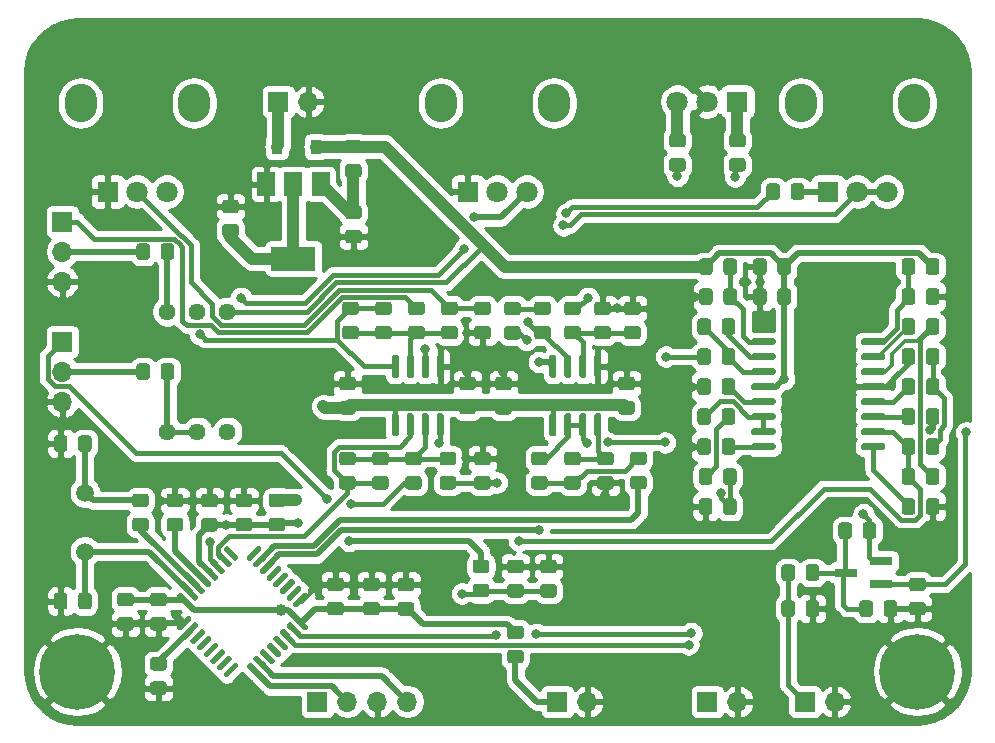
<source format=gbr>
G04 #@! TF.GenerationSoftware,KiCad,Pcbnew,5.1.6-c6e7f7d~87~ubuntu18.04.1*
G04 #@! TF.CreationDate,2020-11-08T10:49:43-05:00*
G04 #@! TF.ProjectId,bit_crusher_pedal,6269745f-6372-4757-9368-65725f706564,1*
G04 #@! TF.SameCoordinates,Original*
G04 #@! TF.FileFunction,Copper,L2,Bot*
G04 #@! TF.FilePolarity,Positive*
%FSLAX46Y46*%
G04 Gerber Fmt 4.6, Leading zero omitted, Abs format (unit mm)*
G04 Created by KiCad (PCBNEW 5.1.6-c6e7f7d~87~ubuntu18.04.1) date 2020-11-08 10:49:43*
%MOMM*%
%LPD*%
G01*
G04 APERTURE LIST*
G04 #@! TA.AperFunction,SMDPad,CuDef*
%ADD10R,1.900000X0.800000*%
G04 #@! TD*
G04 #@! TA.AperFunction,SMDPad,CuDef*
%ADD11R,1.500000X2.000000*%
G04 #@! TD*
G04 #@! TA.AperFunction,SMDPad,CuDef*
%ADD12R,3.800000X2.000000*%
G04 #@! TD*
G04 #@! TA.AperFunction,ComponentPad*
%ADD13C,1.440000*%
G04 #@! TD*
G04 #@! TA.AperFunction,ComponentPad*
%ADD14O,1.700000X1.700000*%
G04 #@! TD*
G04 #@! TA.AperFunction,ComponentPad*
%ADD15R,1.700000X1.700000*%
G04 #@! TD*
G04 #@! TA.AperFunction,ComponentPad*
%ADD16C,0.800000*%
G04 #@! TD*
G04 #@! TA.AperFunction,ComponentPad*
%ADD17C,6.400000*%
G04 #@! TD*
G04 #@! TA.AperFunction,ComponentPad*
%ADD18C,1.500000*%
G04 #@! TD*
G04 #@! TA.AperFunction,ComponentPad*
%ADD19O,2.720000X3.240000*%
G04 #@! TD*
G04 #@! TA.AperFunction,ComponentPad*
%ADD20C,1.800000*%
G04 #@! TD*
G04 #@! TA.AperFunction,ComponentPad*
%ADD21R,1.800000X1.800000*%
G04 #@! TD*
G04 #@! TA.AperFunction,SMDPad,CuDef*
%ADD22R,0.900000X1.200000*%
G04 #@! TD*
G04 #@! TA.AperFunction,ViaPad*
%ADD23C,0.800000*%
G04 #@! TD*
G04 #@! TA.AperFunction,ViaPad*
%ADD24C,1.000000*%
G04 #@! TD*
G04 #@! TA.AperFunction,Conductor*
%ADD25C,0.400000*%
G04 #@! TD*
G04 #@! TA.AperFunction,Conductor*
%ADD26C,0.500000*%
G04 #@! TD*
G04 #@! TA.AperFunction,Conductor*
%ADD27C,1.000000*%
G04 #@! TD*
G04 #@! TA.AperFunction,Conductor*
%ADD28C,0.300000*%
G04 #@! TD*
G04 #@! TA.AperFunction,Conductor*
%ADD29C,0.254000*%
G04 #@! TD*
G04 APERTURE END LIST*
G04 #@! TA.AperFunction,SMDPad,CuDef*
G36*
G01*
X152850001Y-99871000D02*
X151949999Y-99871000D01*
G75*
G02*
X151700000Y-99621001I0J249999D01*
G01*
X151700000Y-98970999D01*
G75*
G02*
X151949999Y-98721000I249999J0D01*
G01*
X152850001Y-98721000D01*
G75*
G02*
X153100000Y-98970999I0J-249999D01*
G01*
X153100000Y-99621001D01*
G75*
G02*
X152850001Y-99871000I-249999J0D01*
G01*
G37*
G04 #@! TD.AperFunction*
G04 #@! TA.AperFunction,SMDPad,CuDef*
G36*
G01*
X152850001Y-101921000D02*
X151949999Y-101921000D01*
G75*
G02*
X151700000Y-101671001I0J249999D01*
G01*
X151700000Y-101020999D01*
G75*
G02*
X151949999Y-100771000I249999J0D01*
G01*
X152850001Y-100771000D01*
G75*
G02*
X153100000Y-101020999I0J-249999D01*
G01*
X153100000Y-101671001D01*
G75*
G02*
X152850001Y-101921000I-249999J0D01*
G01*
G37*
G04 #@! TD.AperFunction*
G04 #@! TA.AperFunction,SMDPad,CuDef*
G36*
G01*
X148639000Y-100895999D02*
X148639000Y-101796001D01*
G75*
G02*
X148389001Y-102046000I-249999J0D01*
G01*
X147738999Y-102046000D01*
G75*
G02*
X147489000Y-101796001I0J249999D01*
G01*
X147489000Y-100895999D01*
G75*
G02*
X147738999Y-100646000I249999J0D01*
G01*
X148389001Y-100646000D01*
G75*
G02*
X148639000Y-100895999I0J-249999D01*
G01*
G37*
G04 #@! TD.AperFunction*
G04 #@! TA.AperFunction,SMDPad,CuDef*
G36*
G01*
X150689000Y-100895999D02*
X150689000Y-101796001D01*
G75*
G02*
X150439001Y-102046000I-249999J0D01*
G01*
X149788999Y-102046000D01*
G75*
G02*
X149539000Y-101796001I0J249999D01*
G01*
X149539000Y-100895999D01*
G75*
G02*
X149788999Y-100646000I249999J0D01*
G01*
X150439001Y-100646000D01*
G75*
G02*
X150689000Y-100895999I0J-249999D01*
G01*
G37*
G04 #@! TD.AperFunction*
G04 #@! TA.AperFunction,SMDPad,CuDef*
G36*
G01*
X147761000Y-95192001D02*
X147761000Y-94291999D01*
G75*
G02*
X148010999Y-94042000I249999J0D01*
G01*
X148661001Y-94042000D01*
G75*
G02*
X148911000Y-94291999I0J-249999D01*
G01*
X148911000Y-95192001D01*
G75*
G02*
X148661001Y-95442000I-249999J0D01*
G01*
X148010999Y-95442000D01*
G75*
G02*
X147761000Y-95192001I0J249999D01*
G01*
G37*
G04 #@! TD.AperFunction*
G04 #@! TA.AperFunction,SMDPad,CuDef*
G36*
G01*
X145711000Y-95192001D02*
X145711000Y-94291999D01*
G75*
G02*
X145960999Y-94042000I249999J0D01*
G01*
X146611001Y-94042000D01*
G75*
G02*
X146861000Y-94291999I0J-249999D01*
G01*
X146861000Y-95192001D01*
G75*
G02*
X146611001Y-95442000I-249999J0D01*
G01*
X145960999Y-95442000D01*
G75*
G02*
X145711000Y-95192001I0J249999D01*
G01*
G37*
G04 #@! TD.AperFunction*
G04 #@! TA.AperFunction,SMDPad,CuDef*
G36*
G01*
X142035000Y-100895999D02*
X142035000Y-101796001D01*
G75*
G02*
X141785001Y-102046000I-249999J0D01*
G01*
X141134999Y-102046000D01*
G75*
G02*
X140885000Y-101796001I0J249999D01*
G01*
X140885000Y-100895999D01*
G75*
G02*
X141134999Y-100646000I249999J0D01*
G01*
X141785001Y-100646000D01*
G75*
G02*
X142035000Y-100895999I0J-249999D01*
G01*
G37*
G04 #@! TD.AperFunction*
G04 #@! TA.AperFunction,SMDPad,CuDef*
G36*
G01*
X144085000Y-100895999D02*
X144085000Y-101796001D01*
G75*
G02*
X143835001Y-102046000I-249999J0D01*
G01*
X143184999Y-102046000D01*
G75*
G02*
X142935000Y-101796001I0J249999D01*
G01*
X142935000Y-100895999D01*
G75*
G02*
X143184999Y-100646000I249999J0D01*
G01*
X143835001Y-100646000D01*
G75*
G02*
X144085000Y-100895999I0J-249999D01*
G01*
G37*
G04 #@! TD.AperFunction*
D10*
X146328000Y-98298000D03*
X149328000Y-99248000D03*
X149328000Y-97348000D03*
G04 #@! TA.AperFunction,SMDPad,CuDef*
G36*
G01*
X142035000Y-97847999D02*
X142035000Y-98748001D01*
G75*
G02*
X141785001Y-98998000I-249999J0D01*
G01*
X141134999Y-98998000D01*
G75*
G02*
X140885000Y-98748001I0J249999D01*
G01*
X140885000Y-97847999D01*
G75*
G02*
X141134999Y-97598000I249999J0D01*
G01*
X141785001Y-97598000D01*
G75*
G02*
X142035000Y-97847999I0J-249999D01*
G01*
G37*
G04 #@! TD.AperFunction*
G04 #@! TA.AperFunction,SMDPad,CuDef*
G36*
G01*
X144085000Y-97847999D02*
X144085000Y-98748001D01*
G75*
G02*
X143835001Y-98998000I-249999J0D01*
G01*
X143184999Y-98998000D01*
G75*
G02*
X142935000Y-98748001I0J249999D01*
G01*
X142935000Y-97847999D01*
G75*
G02*
X143184999Y-97598000I249999J0D01*
G01*
X143835001Y-97598000D01*
G75*
G02*
X144085000Y-97847999I0J-249999D01*
G01*
G37*
G04 #@! TD.AperFunction*
D11*
X97268000Y-65405000D03*
X101868000Y-65405000D03*
X99568000Y-65405000D03*
D12*
X99568000Y-71705000D03*
G04 #@! TA.AperFunction,SMDPad,CuDef*
G36*
G01*
X117659999Y-77421000D02*
X118560001Y-77421000D01*
G75*
G02*
X118810000Y-77670999I0J-249999D01*
G01*
X118810000Y-78321001D01*
G75*
G02*
X118560001Y-78571000I-249999J0D01*
G01*
X117659999Y-78571000D01*
G75*
G02*
X117410000Y-78321001I0J249999D01*
G01*
X117410000Y-77670999D01*
G75*
G02*
X117659999Y-77421000I249999J0D01*
G01*
G37*
G04 #@! TD.AperFunction*
G04 #@! TA.AperFunction,SMDPad,CuDef*
G36*
G01*
X117659999Y-75371000D02*
X118560001Y-75371000D01*
G75*
G02*
X118810000Y-75620999I0J-249999D01*
G01*
X118810000Y-76271001D01*
G75*
G02*
X118560001Y-76521000I-249999J0D01*
G01*
X117659999Y-76521000D01*
G75*
G02*
X117410000Y-76271001I0J249999D01*
G01*
X117410000Y-75620999D01*
G75*
G02*
X117659999Y-75371000I249999J0D01*
G01*
G37*
G04 #@! TD.AperFunction*
G04 #@! TA.AperFunction,SMDPad,CuDef*
G36*
G01*
X140393000Y-78590000D02*
X140393000Y-78890000D01*
G75*
G02*
X140243000Y-79040000I-150000J0D01*
G01*
X138493000Y-79040000D01*
G75*
G02*
X138343000Y-78890000I0J150000D01*
G01*
X138343000Y-78590000D01*
G75*
G02*
X138493000Y-78440000I150000J0D01*
G01*
X140243000Y-78440000D01*
G75*
G02*
X140393000Y-78590000I0J-150000D01*
G01*
G37*
G04 #@! TD.AperFunction*
G04 #@! TA.AperFunction,SMDPad,CuDef*
G36*
G01*
X140393000Y-79860000D02*
X140393000Y-80160000D01*
G75*
G02*
X140243000Y-80310000I-150000J0D01*
G01*
X138493000Y-80310000D01*
G75*
G02*
X138343000Y-80160000I0J150000D01*
G01*
X138343000Y-79860000D01*
G75*
G02*
X138493000Y-79710000I150000J0D01*
G01*
X140243000Y-79710000D01*
G75*
G02*
X140393000Y-79860000I0J-150000D01*
G01*
G37*
G04 #@! TD.AperFunction*
G04 #@! TA.AperFunction,SMDPad,CuDef*
G36*
G01*
X140393000Y-81130000D02*
X140393000Y-81430000D01*
G75*
G02*
X140243000Y-81580000I-150000J0D01*
G01*
X138493000Y-81580000D01*
G75*
G02*
X138343000Y-81430000I0J150000D01*
G01*
X138343000Y-81130000D01*
G75*
G02*
X138493000Y-80980000I150000J0D01*
G01*
X140243000Y-80980000D01*
G75*
G02*
X140393000Y-81130000I0J-150000D01*
G01*
G37*
G04 #@! TD.AperFunction*
G04 #@! TA.AperFunction,SMDPad,CuDef*
G36*
G01*
X140393000Y-82400000D02*
X140393000Y-82700000D01*
G75*
G02*
X140243000Y-82850000I-150000J0D01*
G01*
X138493000Y-82850000D01*
G75*
G02*
X138343000Y-82700000I0J150000D01*
G01*
X138343000Y-82400000D01*
G75*
G02*
X138493000Y-82250000I150000J0D01*
G01*
X140243000Y-82250000D01*
G75*
G02*
X140393000Y-82400000I0J-150000D01*
G01*
G37*
G04 #@! TD.AperFunction*
G04 #@! TA.AperFunction,SMDPad,CuDef*
G36*
G01*
X140393000Y-83670000D02*
X140393000Y-83970000D01*
G75*
G02*
X140243000Y-84120000I-150000J0D01*
G01*
X138493000Y-84120000D01*
G75*
G02*
X138343000Y-83970000I0J150000D01*
G01*
X138343000Y-83670000D01*
G75*
G02*
X138493000Y-83520000I150000J0D01*
G01*
X140243000Y-83520000D01*
G75*
G02*
X140393000Y-83670000I0J-150000D01*
G01*
G37*
G04 #@! TD.AperFunction*
G04 #@! TA.AperFunction,SMDPad,CuDef*
G36*
G01*
X140393000Y-84940000D02*
X140393000Y-85240000D01*
G75*
G02*
X140243000Y-85390000I-150000J0D01*
G01*
X138493000Y-85390000D01*
G75*
G02*
X138343000Y-85240000I0J150000D01*
G01*
X138343000Y-84940000D01*
G75*
G02*
X138493000Y-84790000I150000J0D01*
G01*
X140243000Y-84790000D01*
G75*
G02*
X140393000Y-84940000I0J-150000D01*
G01*
G37*
G04 #@! TD.AperFunction*
G04 #@! TA.AperFunction,SMDPad,CuDef*
G36*
G01*
X140393000Y-86210000D02*
X140393000Y-86510000D01*
G75*
G02*
X140243000Y-86660000I-150000J0D01*
G01*
X138493000Y-86660000D01*
G75*
G02*
X138343000Y-86510000I0J150000D01*
G01*
X138343000Y-86210000D01*
G75*
G02*
X138493000Y-86060000I150000J0D01*
G01*
X140243000Y-86060000D01*
G75*
G02*
X140393000Y-86210000I0J-150000D01*
G01*
G37*
G04 #@! TD.AperFunction*
G04 #@! TA.AperFunction,SMDPad,CuDef*
G36*
G01*
X140393000Y-87480000D02*
X140393000Y-87780000D01*
G75*
G02*
X140243000Y-87930000I-150000J0D01*
G01*
X138493000Y-87930000D01*
G75*
G02*
X138343000Y-87780000I0J150000D01*
G01*
X138343000Y-87480000D01*
G75*
G02*
X138493000Y-87330000I150000J0D01*
G01*
X140243000Y-87330000D01*
G75*
G02*
X140393000Y-87480000I0J-150000D01*
G01*
G37*
G04 #@! TD.AperFunction*
G04 #@! TA.AperFunction,SMDPad,CuDef*
G36*
G01*
X149693000Y-87480000D02*
X149693000Y-87780000D01*
G75*
G02*
X149543000Y-87930000I-150000J0D01*
G01*
X147793000Y-87930000D01*
G75*
G02*
X147643000Y-87780000I0J150000D01*
G01*
X147643000Y-87480000D01*
G75*
G02*
X147793000Y-87330000I150000J0D01*
G01*
X149543000Y-87330000D01*
G75*
G02*
X149693000Y-87480000I0J-150000D01*
G01*
G37*
G04 #@! TD.AperFunction*
G04 #@! TA.AperFunction,SMDPad,CuDef*
G36*
G01*
X149693000Y-86210000D02*
X149693000Y-86510000D01*
G75*
G02*
X149543000Y-86660000I-150000J0D01*
G01*
X147793000Y-86660000D01*
G75*
G02*
X147643000Y-86510000I0J150000D01*
G01*
X147643000Y-86210000D01*
G75*
G02*
X147793000Y-86060000I150000J0D01*
G01*
X149543000Y-86060000D01*
G75*
G02*
X149693000Y-86210000I0J-150000D01*
G01*
G37*
G04 #@! TD.AperFunction*
G04 #@! TA.AperFunction,SMDPad,CuDef*
G36*
G01*
X149693000Y-84940000D02*
X149693000Y-85240000D01*
G75*
G02*
X149543000Y-85390000I-150000J0D01*
G01*
X147793000Y-85390000D01*
G75*
G02*
X147643000Y-85240000I0J150000D01*
G01*
X147643000Y-84940000D01*
G75*
G02*
X147793000Y-84790000I150000J0D01*
G01*
X149543000Y-84790000D01*
G75*
G02*
X149693000Y-84940000I0J-150000D01*
G01*
G37*
G04 #@! TD.AperFunction*
G04 #@! TA.AperFunction,SMDPad,CuDef*
G36*
G01*
X149693000Y-83670000D02*
X149693000Y-83970000D01*
G75*
G02*
X149543000Y-84120000I-150000J0D01*
G01*
X147793000Y-84120000D01*
G75*
G02*
X147643000Y-83970000I0J150000D01*
G01*
X147643000Y-83670000D01*
G75*
G02*
X147793000Y-83520000I150000J0D01*
G01*
X149543000Y-83520000D01*
G75*
G02*
X149693000Y-83670000I0J-150000D01*
G01*
G37*
G04 #@! TD.AperFunction*
G04 #@! TA.AperFunction,SMDPad,CuDef*
G36*
G01*
X149693000Y-82400000D02*
X149693000Y-82700000D01*
G75*
G02*
X149543000Y-82850000I-150000J0D01*
G01*
X147793000Y-82850000D01*
G75*
G02*
X147643000Y-82700000I0J150000D01*
G01*
X147643000Y-82400000D01*
G75*
G02*
X147793000Y-82250000I150000J0D01*
G01*
X149543000Y-82250000D01*
G75*
G02*
X149693000Y-82400000I0J-150000D01*
G01*
G37*
G04 #@! TD.AperFunction*
G04 #@! TA.AperFunction,SMDPad,CuDef*
G36*
G01*
X149693000Y-81130000D02*
X149693000Y-81430000D01*
G75*
G02*
X149543000Y-81580000I-150000J0D01*
G01*
X147793000Y-81580000D01*
G75*
G02*
X147643000Y-81430000I0J150000D01*
G01*
X147643000Y-81130000D01*
G75*
G02*
X147793000Y-80980000I150000J0D01*
G01*
X149543000Y-80980000D01*
G75*
G02*
X149693000Y-81130000I0J-150000D01*
G01*
G37*
G04 #@! TD.AperFunction*
G04 #@! TA.AperFunction,SMDPad,CuDef*
G36*
G01*
X149693000Y-79860000D02*
X149693000Y-80160000D01*
G75*
G02*
X149543000Y-80310000I-150000J0D01*
G01*
X147793000Y-80310000D01*
G75*
G02*
X147643000Y-80160000I0J150000D01*
G01*
X147643000Y-79860000D01*
G75*
G02*
X147793000Y-79710000I150000J0D01*
G01*
X149543000Y-79710000D01*
G75*
G02*
X149693000Y-79860000I0J-150000D01*
G01*
G37*
G04 #@! TD.AperFunction*
G04 #@! TA.AperFunction,SMDPad,CuDef*
G36*
G01*
X149693000Y-78590000D02*
X149693000Y-78890000D01*
G75*
G02*
X149543000Y-79040000I-150000J0D01*
G01*
X147793000Y-79040000D01*
G75*
G02*
X147643000Y-78890000I0J150000D01*
G01*
X147643000Y-78590000D01*
G75*
G02*
X147793000Y-78440000I150000J0D01*
G01*
X149543000Y-78440000D01*
G75*
G02*
X149693000Y-78590000I0J-150000D01*
G01*
G37*
G04 #@! TD.AperFunction*
G04 #@! TA.AperFunction,SMDPad,CuDef*
G36*
G01*
X121389000Y-84812000D02*
X121689000Y-84812000D01*
G75*
G02*
X121839000Y-84962000I0J-150000D01*
G01*
X121839000Y-86612000D01*
G75*
G02*
X121689000Y-86762000I-150000J0D01*
G01*
X121389000Y-86762000D01*
G75*
G02*
X121239000Y-86612000I0J150000D01*
G01*
X121239000Y-84962000D01*
G75*
G02*
X121389000Y-84812000I150000J0D01*
G01*
G37*
G04 #@! TD.AperFunction*
G04 #@! TA.AperFunction,SMDPad,CuDef*
G36*
G01*
X122659000Y-84812000D02*
X122959000Y-84812000D01*
G75*
G02*
X123109000Y-84962000I0J-150000D01*
G01*
X123109000Y-86612000D01*
G75*
G02*
X122959000Y-86762000I-150000J0D01*
G01*
X122659000Y-86762000D01*
G75*
G02*
X122509000Y-86612000I0J150000D01*
G01*
X122509000Y-84962000D01*
G75*
G02*
X122659000Y-84812000I150000J0D01*
G01*
G37*
G04 #@! TD.AperFunction*
G04 #@! TA.AperFunction,SMDPad,CuDef*
G36*
G01*
X123929000Y-84812000D02*
X124229000Y-84812000D01*
G75*
G02*
X124379000Y-84962000I0J-150000D01*
G01*
X124379000Y-86612000D01*
G75*
G02*
X124229000Y-86762000I-150000J0D01*
G01*
X123929000Y-86762000D01*
G75*
G02*
X123779000Y-86612000I0J150000D01*
G01*
X123779000Y-84962000D01*
G75*
G02*
X123929000Y-84812000I150000J0D01*
G01*
G37*
G04 #@! TD.AperFunction*
G04 #@! TA.AperFunction,SMDPad,CuDef*
G36*
G01*
X125199000Y-84812000D02*
X125499000Y-84812000D01*
G75*
G02*
X125649000Y-84962000I0J-150000D01*
G01*
X125649000Y-86612000D01*
G75*
G02*
X125499000Y-86762000I-150000J0D01*
G01*
X125199000Y-86762000D01*
G75*
G02*
X125049000Y-86612000I0J150000D01*
G01*
X125049000Y-84962000D01*
G75*
G02*
X125199000Y-84812000I150000J0D01*
G01*
G37*
G04 #@! TD.AperFunction*
G04 #@! TA.AperFunction,SMDPad,CuDef*
G36*
G01*
X125199000Y-79862000D02*
X125499000Y-79862000D01*
G75*
G02*
X125649000Y-80012000I0J-150000D01*
G01*
X125649000Y-81662000D01*
G75*
G02*
X125499000Y-81812000I-150000J0D01*
G01*
X125199000Y-81812000D01*
G75*
G02*
X125049000Y-81662000I0J150000D01*
G01*
X125049000Y-80012000D01*
G75*
G02*
X125199000Y-79862000I150000J0D01*
G01*
G37*
G04 #@! TD.AperFunction*
G04 #@! TA.AperFunction,SMDPad,CuDef*
G36*
G01*
X123929000Y-79862000D02*
X124229000Y-79862000D01*
G75*
G02*
X124379000Y-80012000I0J-150000D01*
G01*
X124379000Y-81662000D01*
G75*
G02*
X124229000Y-81812000I-150000J0D01*
G01*
X123929000Y-81812000D01*
G75*
G02*
X123779000Y-81662000I0J150000D01*
G01*
X123779000Y-80012000D01*
G75*
G02*
X123929000Y-79862000I150000J0D01*
G01*
G37*
G04 #@! TD.AperFunction*
G04 #@! TA.AperFunction,SMDPad,CuDef*
G36*
G01*
X122659000Y-79862000D02*
X122959000Y-79862000D01*
G75*
G02*
X123109000Y-80012000I0J-150000D01*
G01*
X123109000Y-81662000D01*
G75*
G02*
X122959000Y-81812000I-150000J0D01*
G01*
X122659000Y-81812000D01*
G75*
G02*
X122509000Y-81662000I0J150000D01*
G01*
X122509000Y-80012000D01*
G75*
G02*
X122659000Y-79862000I150000J0D01*
G01*
G37*
G04 #@! TD.AperFunction*
G04 #@! TA.AperFunction,SMDPad,CuDef*
G36*
G01*
X121389000Y-79862000D02*
X121689000Y-79862000D01*
G75*
G02*
X121839000Y-80012000I0J-150000D01*
G01*
X121839000Y-81662000D01*
G75*
G02*
X121689000Y-81812000I-150000J0D01*
G01*
X121389000Y-81812000D01*
G75*
G02*
X121239000Y-81662000I0J150000D01*
G01*
X121239000Y-80012000D01*
G75*
G02*
X121389000Y-79862000I150000J0D01*
G01*
G37*
G04 #@! TD.AperFunction*
D13*
X88900000Y-86360000D03*
X91440000Y-86360000D03*
X93980000Y-86360000D03*
X88900000Y-76200000D03*
X91440000Y-76200000D03*
X93980000Y-76200000D03*
G04 #@! TA.AperFunction,SMDPad,CuDef*
G36*
G01*
X152213000Y-77019999D02*
X152213000Y-77920001D01*
G75*
G02*
X151963001Y-78170000I-249999J0D01*
G01*
X151312999Y-78170000D01*
G75*
G02*
X151063000Y-77920001I0J249999D01*
G01*
X151063000Y-77019999D01*
G75*
G02*
X151312999Y-76770000I249999J0D01*
G01*
X151963001Y-76770000D01*
G75*
G02*
X152213000Y-77019999I0J-249999D01*
G01*
G37*
G04 #@! TD.AperFunction*
G04 #@! TA.AperFunction,SMDPad,CuDef*
G36*
G01*
X154263000Y-77019999D02*
X154263000Y-77920001D01*
G75*
G02*
X154013001Y-78170000I-249999J0D01*
G01*
X153362999Y-78170000D01*
G75*
G02*
X153113000Y-77920001I0J249999D01*
G01*
X153113000Y-77019999D01*
G75*
G02*
X153362999Y-76770000I249999J0D01*
G01*
X154013001Y-76770000D01*
G75*
G02*
X154263000Y-77019999I0J-249999D01*
G01*
G37*
G04 #@! TD.AperFunction*
G04 #@! TA.AperFunction,SMDPad,CuDef*
G36*
G01*
X153113000Y-88080001D02*
X153113000Y-87179999D01*
G75*
G02*
X153362999Y-86930000I249999J0D01*
G01*
X154013001Y-86930000D01*
G75*
G02*
X154263000Y-87179999I0J-249999D01*
G01*
X154263000Y-88080001D01*
G75*
G02*
X154013001Y-88330000I-249999J0D01*
G01*
X153362999Y-88330000D01*
G75*
G02*
X153113000Y-88080001I0J249999D01*
G01*
G37*
G04 #@! TD.AperFunction*
G04 #@! TA.AperFunction,SMDPad,CuDef*
G36*
G01*
X151063000Y-88080001D02*
X151063000Y-87179999D01*
G75*
G02*
X151312999Y-86930000I249999J0D01*
G01*
X151963001Y-86930000D01*
G75*
G02*
X152213000Y-87179999I0J-249999D01*
G01*
X152213000Y-88080001D01*
G75*
G02*
X151963001Y-88330000I-249999J0D01*
G01*
X151312999Y-88330000D01*
G75*
G02*
X151063000Y-88080001I0J249999D01*
G01*
G37*
G04 #@! TD.AperFunction*
G04 #@! TA.AperFunction,SMDPad,CuDef*
G36*
G01*
X152213000Y-71939999D02*
X152213000Y-72840001D01*
G75*
G02*
X151963001Y-73090000I-249999J0D01*
G01*
X151312999Y-73090000D01*
G75*
G02*
X151063000Y-72840001I0J249999D01*
G01*
X151063000Y-71939999D01*
G75*
G02*
X151312999Y-71690000I249999J0D01*
G01*
X151963001Y-71690000D01*
G75*
G02*
X152213000Y-71939999I0J-249999D01*
G01*
G37*
G04 #@! TD.AperFunction*
G04 #@! TA.AperFunction,SMDPad,CuDef*
G36*
G01*
X154263000Y-71939999D02*
X154263000Y-72840001D01*
G75*
G02*
X154013001Y-73090000I-249999J0D01*
G01*
X153362999Y-73090000D01*
G75*
G02*
X153113000Y-72840001I0J249999D01*
G01*
X153113000Y-71939999D01*
G75*
G02*
X153362999Y-71690000I249999J0D01*
G01*
X154013001Y-71690000D01*
G75*
G02*
X154263000Y-71939999I0J-249999D01*
G01*
G37*
G04 #@! TD.AperFunction*
G04 #@! TA.AperFunction,SMDPad,CuDef*
G36*
G01*
X152213000Y-82099999D02*
X152213000Y-83000001D01*
G75*
G02*
X151963001Y-83250000I-249999J0D01*
G01*
X151312999Y-83250000D01*
G75*
G02*
X151063000Y-83000001I0J249999D01*
G01*
X151063000Y-82099999D01*
G75*
G02*
X151312999Y-81850000I249999J0D01*
G01*
X151963001Y-81850000D01*
G75*
G02*
X152213000Y-82099999I0J-249999D01*
G01*
G37*
G04 #@! TD.AperFunction*
G04 #@! TA.AperFunction,SMDPad,CuDef*
G36*
G01*
X154263000Y-82099999D02*
X154263000Y-83000001D01*
G75*
G02*
X154013001Y-83250000I-249999J0D01*
G01*
X153362999Y-83250000D01*
G75*
G02*
X153113000Y-83000001I0J249999D01*
G01*
X153113000Y-82099999D01*
G75*
G02*
X153362999Y-81850000I249999J0D01*
G01*
X154013001Y-81850000D01*
G75*
G02*
X154263000Y-82099999I0J-249999D01*
G01*
G37*
G04 #@! TD.AperFunction*
G04 #@! TA.AperFunction,SMDPad,CuDef*
G36*
G01*
X135950000Y-93160001D02*
X135950000Y-92259999D01*
G75*
G02*
X136199999Y-92010000I249999J0D01*
G01*
X136850001Y-92010000D01*
G75*
G02*
X137100000Y-92259999I0J-249999D01*
G01*
X137100000Y-93160001D01*
G75*
G02*
X136850001Y-93410000I-249999J0D01*
G01*
X136199999Y-93410000D01*
G75*
G02*
X135950000Y-93160001I0J249999D01*
G01*
G37*
G04 #@! TD.AperFunction*
G04 #@! TA.AperFunction,SMDPad,CuDef*
G36*
G01*
X133900000Y-93160001D02*
X133900000Y-92259999D01*
G75*
G02*
X134149999Y-92010000I249999J0D01*
G01*
X134800001Y-92010000D01*
G75*
G02*
X135050000Y-92259999I0J-249999D01*
G01*
X135050000Y-93160001D01*
G75*
G02*
X134800001Y-93410000I-249999J0D01*
G01*
X134149999Y-93410000D01*
G75*
G02*
X133900000Y-93160001I0J249999D01*
G01*
G37*
G04 #@! TD.AperFunction*
G04 #@! TA.AperFunction,SMDPad,CuDef*
G36*
G01*
X134923000Y-84639999D02*
X134923000Y-85540001D01*
G75*
G02*
X134673001Y-85790000I-249999J0D01*
G01*
X134022999Y-85790000D01*
G75*
G02*
X133773000Y-85540001I0J249999D01*
G01*
X133773000Y-84639999D01*
G75*
G02*
X134022999Y-84390000I249999J0D01*
G01*
X134673001Y-84390000D01*
G75*
G02*
X134923000Y-84639999I0J-249999D01*
G01*
G37*
G04 #@! TD.AperFunction*
G04 #@! TA.AperFunction,SMDPad,CuDef*
G36*
G01*
X136973000Y-84639999D02*
X136973000Y-85540001D01*
G75*
G02*
X136723001Y-85790000I-249999J0D01*
G01*
X136072999Y-85790000D01*
G75*
G02*
X135823000Y-85540001I0J249999D01*
G01*
X135823000Y-84639999D01*
G75*
G02*
X136072999Y-84390000I249999J0D01*
G01*
X136723001Y-84390000D01*
G75*
G02*
X136973000Y-84639999I0J-249999D01*
G01*
G37*
G04 #@! TD.AperFunction*
G04 #@! TA.AperFunction,SMDPad,CuDef*
G36*
G01*
X134923000Y-82099999D02*
X134923000Y-83000001D01*
G75*
G02*
X134673001Y-83250000I-249999J0D01*
G01*
X134022999Y-83250000D01*
G75*
G02*
X133773000Y-83000001I0J249999D01*
G01*
X133773000Y-82099999D01*
G75*
G02*
X134022999Y-81850000I249999J0D01*
G01*
X134673001Y-81850000D01*
G75*
G02*
X134923000Y-82099999I0J-249999D01*
G01*
G37*
G04 #@! TD.AperFunction*
G04 #@! TA.AperFunction,SMDPad,CuDef*
G36*
G01*
X136973000Y-82099999D02*
X136973000Y-83000001D01*
G75*
G02*
X136723001Y-83250000I-249999J0D01*
G01*
X136072999Y-83250000D01*
G75*
G02*
X135823000Y-83000001I0J249999D01*
G01*
X135823000Y-82099999D01*
G75*
G02*
X136072999Y-81850000I249999J0D01*
G01*
X136723001Y-81850000D01*
G75*
G02*
X136973000Y-82099999I0J-249999D01*
G01*
G37*
G04 #@! TD.AperFunction*
G04 #@! TA.AperFunction,SMDPad,CuDef*
G36*
G01*
X87425000Y-80829999D02*
X87425000Y-81730001D01*
G75*
G02*
X87175001Y-81980000I-249999J0D01*
G01*
X86524999Y-81980000D01*
G75*
G02*
X86275000Y-81730001I0J249999D01*
G01*
X86275000Y-80829999D01*
G75*
G02*
X86524999Y-80580000I249999J0D01*
G01*
X87175001Y-80580000D01*
G75*
G02*
X87425000Y-80829999I0J-249999D01*
G01*
G37*
G04 #@! TD.AperFunction*
G04 #@! TA.AperFunction,SMDPad,CuDef*
G36*
G01*
X89475000Y-80829999D02*
X89475000Y-81730001D01*
G75*
G02*
X89225001Y-81980000I-249999J0D01*
G01*
X88574999Y-81980000D01*
G75*
G02*
X88325000Y-81730001I0J249999D01*
G01*
X88325000Y-80829999D01*
G75*
G02*
X88574999Y-80580000I249999J0D01*
G01*
X89225001Y-80580000D01*
G75*
G02*
X89475000Y-80829999I0J-249999D01*
G01*
G37*
G04 #@! TD.AperFunction*
G04 #@! TA.AperFunction,SMDPad,CuDef*
G36*
G01*
X135968000Y-72840001D02*
X135968000Y-71939999D01*
G75*
G02*
X136217999Y-71690000I249999J0D01*
G01*
X136868001Y-71690000D01*
G75*
G02*
X137118000Y-71939999I0J-249999D01*
G01*
X137118000Y-72840001D01*
G75*
G02*
X136868001Y-73090000I-249999J0D01*
G01*
X136217999Y-73090000D01*
G75*
G02*
X135968000Y-72840001I0J249999D01*
G01*
G37*
G04 #@! TD.AperFunction*
G04 #@! TA.AperFunction,SMDPad,CuDef*
G36*
G01*
X133918000Y-72840001D02*
X133918000Y-71939999D01*
G75*
G02*
X134167999Y-71690000I249999J0D01*
G01*
X134818001Y-71690000D01*
G75*
G02*
X135068000Y-71939999I0J-249999D01*
G01*
X135068000Y-72840001D01*
G75*
G02*
X134818001Y-73090000I-249999J0D01*
G01*
X134167999Y-73090000D01*
G75*
G02*
X133918000Y-72840001I0J249999D01*
G01*
G37*
G04 #@! TD.AperFunction*
G04 #@! TA.AperFunction,SMDPad,CuDef*
G36*
G01*
X134923000Y-77019999D02*
X134923000Y-77920001D01*
G75*
G02*
X134673001Y-78170000I-249999J0D01*
G01*
X134022999Y-78170000D01*
G75*
G02*
X133773000Y-77920001I0J249999D01*
G01*
X133773000Y-77019999D01*
G75*
G02*
X134022999Y-76770000I249999J0D01*
G01*
X134673001Y-76770000D01*
G75*
G02*
X134923000Y-77019999I0J-249999D01*
G01*
G37*
G04 #@! TD.AperFunction*
G04 #@! TA.AperFunction,SMDPad,CuDef*
G36*
G01*
X136973000Y-77019999D02*
X136973000Y-77920001D01*
G75*
G02*
X136723001Y-78170000I-249999J0D01*
G01*
X136072999Y-78170000D01*
G75*
G02*
X135823000Y-77920001I0J249999D01*
G01*
X135823000Y-77019999D01*
G75*
G02*
X136072999Y-76770000I249999J0D01*
G01*
X136723001Y-76770000D01*
G75*
G02*
X136973000Y-77019999I0J-249999D01*
G01*
G37*
G04 #@! TD.AperFunction*
G04 #@! TA.AperFunction,SMDPad,CuDef*
G36*
G01*
X140765000Y-65589999D02*
X140765000Y-66490001D01*
G75*
G02*
X140515001Y-66740000I-249999J0D01*
G01*
X139864999Y-66740000D01*
G75*
G02*
X139615000Y-66490001I0J249999D01*
G01*
X139615000Y-65589999D01*
G75*
G02*
X139864999Y-65340000I249999J0D01*
G01*
X140515001Y-65340000D01*
G75*
G02*
X140765000Y-65589999I0J-249999D01*
G01*
G37*
G04 #@! TD.AperFunction*
G04 #@! TA.AperFunction,SMDPad,CuDef*
G36*
G01*
X142815000Y-65589999D02*
X142815000Y-66490001D01*
G75*
G02*
X142565001Y-66740000I-249999J0D01*
G01*
X141914999Y-66740000D01*
G75*
G02*
X141665000Y-66490001I0J249999D01*
G01*
X141665000Y-65589999D01*
G75*
G02*
X141914999Y-65340000I249999J0D01*
G01*
X142565001Y-65340000D01*
G75*
G02*
X142815000Y-65589999I0J-249999D01*
G01*
G37*
G04 #@! TD.AperFunction*
G04 #@! TA.AperFunction,SMDPad,CuDef*
G36*
G01*
X139640000Y-74479999D02*
X139640000Y-75380001D01*
G75*
G02*
X139390001Y-75630000I-249999J0D01*
G01*
X138739999Y-75630000D01*
G75*
G02*
X138490000Y-75380001I0J249999D01*
G01*
X138490000Y-74479999D01*
G75*
G02*
X138739999Y-74230000I249999J0D01*
G01*
X139390001Y-74230000D01*
G75*
G02*
X139640000Y-74479999I0J-249999D01*
G01*
G37*
G04 #@! TD.AperFunction*
G04 #@! TA.AperFunction,SMDPad,CuDef*
G36*
G01*
X141690000Y-74479999D02*
X141690000Y-75380001D01*
G75*
G02*
X141440001Y-75630000I-249999J0D01*
G01*
X140789999Y-75630000D01*
G75*
G02*
X140540000Y-75380001I0J249999D01*
G01*
X140540000Y-74479999D01*
G75*
G02*
X140789999Y-74230000I249999J0D01*
G01*
X141440001Y-74230000D01*
G75*
G02*
X141690000Y-74479999I0J-249999D01*
G01*
G37*
G04 #@! TD.AperFunction*
G04 #@! TA.AperFunction,SMDPad,CuDef*
G36*
G01*
X139640000Y-71939999D02*
X139640000Y-72840001D01*
G75*
G02*
X139390001Y-73090000I-249999J0D01*
G01*
X138739999Y-73090000D01*
G75*
G02*
X138490000Y-72840001I0J249999D01*
G01*
X138490000Y-71939999D01*
G75*
G02*
X138739999Y-71690000I249999J0D01*
G01*
X139390001Y-71690000D01*
G75*
G02*
X139640000Y-71939999I0J-249999D01*
G01*
G37*
G04 #@! TD.AperFunction*
G04 #@! TA.AperFunction,SMDPad,CuDef*
G36*
G01*
X141690000Y-71939999D02*
X141690000Y-72840001D01*
G75*
G02*
X141440001Y-73090000I-249999J0D01*
G01*
X140789999Y-73090000D01*
G75*
G02*
X140540000Y-72840001I0J249999D01*
G01*
X140540000Y-71939999D01*
G75*
G02*
X140789999Y-71690000I249999J0D01*
G01*
X141440001Y-71690000D01*
G75*
G02*
X141690000Y-71939999I0J-249999D01*
G01*
G37*
G04 #@! TD.AperFunction*
G04 #@! TA.AperFunction,SMDPad,CuDef*
G36*
G01*
X152213000Y-89719999D02*
X152213000Y-90620001D01*
G75*
G02*
X151963001Y-90870000I-249999J0D01*
G01*
X151312999Y-90870000D01*
G75*
G02*
X151063000Y-90620001I0J249999D01*
G01*
X151063000Y-89719999D01*
G75*
G02*
X151312999Y-89470000I249999J0D01*
G01*
X151963001Y-89470000D01*
G75*
G02*
X152213000Y-89719999I0J-249999D01*
G01*
G37*
G04 #@! TD.AperFunction*
G04 #@! TA.AperFunction,SMDPad,CuDef*
G36*
G01*
X154263000Y-89719999D02*
X154263000Y-90620001D01*
G75*
G02*
X154013001Y-90870000I-249999J0D01*
G01*
X153362999Y-90870000D01*
G75*
G02*
X153113000Y-90620001I0J249999D01*
G01*
X153113000Y-89719999D01*
G75*
G02*
X153362999Y-89470000I249999J0D01*
G01*
X154013001Y-89470000D01*
G75*
G02*
X154263000Y-89719999I0J-249999D01*
G01*
G37*
G04 #@! TD.AperFunction*
G04 #@! TA.AperFunction,SMDPad,CuDef*
G36*
G01*
X153113000Y-80460001D02*
X153113000Y-79559999D01*
G75*
G02*
X153362999Y-79310000I249999J0D01*
G01*
X154013001Y-79310000D01*
G75*
G02*
X154263000Y-79559999I0J-249999D01*
G01*
X154263000Y-80460001D01*
G75*
G02*
X154013001Y-80710000I-249999J0D01*
G01*
X153362999Y-80710000D01*
G75*
G02*
X153113000Y-80460001I0J249999D01*
G01*
G37*
G04 #@! TD.AperFunction*
G04 #@! TA.AperFunction,SMDPad,CuDef*
G36*
G01*
X151063000Y-80460001D02*
X151063000Y-79559999D01*
G75*
G02*
X151312999Y-79310000I249999J0D01*
G01*
X151963001Y-79310000D01*
G75*
G02*
X152213000Y-79559999I0J-249999D01*
G01*
X152213000Y-80460001D01*
G75*
G02*
X151963001Y-80710000I-249999J0D01*
G01*
X151312999Y-80710000D01*
G75*
G02*
X151063000Y-80460001I0J249999D01*
G01*
G37*
G04 #@! TD.AperFunction*
G04 #@! TA.AperFunction,SMDPad,CuDef*
G36*
G01*
X152213000Y-74479999D02*
X152213000Y-75380001D01*
G75*
G02*
X151963001Y-75630000I-249999J0D01*
G01*
X151312999Y-75630000D01*
G75*
G02*
X151063000Y-75380001I0J249999D01*
G01*
X151063000Y-74479999D01*
G75*
G02*
X151312999Y-74230000I249999J0D01*
G01*
X151963001Y-74230000D01*
G75*
G02*
X152213000Y-74479999I0J-249999D01*
G01*
G37*
G04 #@! TD.AperFunction*
G04 #@! TA.AperFunction,SMDPad,CuDef*
G36*
G01*
X154263000Y-74479999D02*
X154263000Y-75380001D01*
G75*
G02*
X154013001Y-75630000I-249999J0D01*
G01*
X153362999Y-75630000D01*
G75*
G02*
X153113000Y-75380001I0J249999D01*
G01*
X153113000Y-74479999D01*
G75*
G02*
X153362999Y-74230000I249999J0D01*
G01*
X154013001Y-74230000D01*
G75*
G02*
X154263000Y-74479999I0J-249999D01*
G01*
G37*
G04 #@! TD.AperFunction*
G04 #@! TA.AperFunction,SMDPad,CuDef*
G36*
G01*
X152213000Y-92259999D02*
X152213000Y-93160001D01*
G75*
G02*
X151963001Y-93410000I-249999J0D01*
G01*
X151312999Y-93410000D01*
G75*
G02*
X151063000Y-93160001I0J249999D01*
G01*
X151063000Y-92259999D01*
G75*
G02*
X151312999Y-92010000I249999J0D01*
G01*
X151963001Y-92010000D01*
G75*
G02*
X152213000Y-92259999I0J-249999D01*
G01*
G37*
G04 #@! TD.AperFunction*
G04 #@! TA.AperFunction,SMDPad,CuDef*
G36*
G01*
X154263000Y-92259999D02*
X154263000Y-93160001D01*
G75*
G02*
X154013001Y-93410000I-249999J0D01*
G01*
X153362999Y-93410000D01*
G75*
G02*
X153113000Y-93160001I0J249999D01*
G01*
X153113000Y-92259999D01*
G75*
G02*
X153362999Y-92010000I249999J0D01*
G01*
X154013001Y-92010000D01*
G75*
G02*
X154263000Y-92259999I0J-249999D01*
G01*
G37*
G04 #@! TD.AperFunction*
G04 #@! TA.AperFunction,SMDPad,CuDef*
G36*
G01*
X153113000Y-85540001D02*
X153113000Y-84639999D01*
G75*
G02*
X153362999Y-84390000I249999J0D01*
G01*
X154013001Y-84390000D01*
G75*
G02*
X154263000Y-84639999I0J-249999D01*
G01*
X154263000Y-85540001D01*
G75*
G02*
X154013001Y-85790000I-249999J0D01*
G01*
X153362999Y-85790000D01*
G75*
G02*
X153113000Y-85540001I0J249999D01*
G01*
G37*
G04 #@! TD.AperFunction*
G04 #@! TA.AperFunction,SMDPad,CuDef*
G36*
G01*
X151063000Y-85540001D02*
X151063000Y-84639999D01*
G75*
G02*
X151312999Y-84390000I249999J0D01*
G01*
X151963001Y-84390000D01*
G75*
G02*
X152213000Y-84639999I0J-249999D01*
G01*
X152213000Y-85540001D01*
G75*
G02*
X151963001Y-85790000I-249999J0D01*
G01*
X151312999Y-85790000D01*
G75*
G02*
X151063000Y-85540001I0J249999D01*
G01*
G37*
G04 #@! TD.AperFunction*
G04 #@! TA.AperFunction,SMDPad,CuDef*
G36*
G01*
X135050000Y-89719999D02*
X135050000Y-90620001D01*
G75*
G02*
X134800001Y-90870000I-249999J0D01*
G01*
X134149999Y-90870000D01*
G75*
G02*
X133900000Y-90620001I0J249999D01*
G01*
X133900000Y-89719999D01*
G75*
G02*
X134149999Y-89470000I249999J0D01*
G01*
X134800001Y-89470000D01*
G75*
G02*
X135050000Y-89719999I0J-249999D01*
G01*
G37*
G04 #@! TD.AperFunction*
G04 #@! TA.AperFunction,SMDPad,CuDef*
G36*
G01*
X137100000Y-89719999D02*
X137100000Y-90620001D01*
G75*
G02*
X136850001Y-90870000I-249999J0D01*
G01*
X136199999Y-90870000D01*
G75*
G02*
X135950000Y-90620001I0J249999D01*
G01*
X135950000Y-89719999D01*
G75*
G02*
X136199999Y-89470000I249999J0D01*
G01*
X136850001Y-89470000D01*
G75*
G02*
X137100000Y-89719999I0J-249999D01*
G01*
G37*
G04 #@! TD.AperFunction*
G04 #@! TA.AperFunction,SMDPad,CuDef*
G36*
G01*
X134923000Y-87179999D02*
X134923000Y-88080001D01*
G75*
G02*
X134673001Y-88330000I-249999J0D01*
G01*
X134022999Y-88330000D01*
G75*
G02*
X133773000Y-88080001I0J249999D01*
G01*
X133773000Y-87179999D01*
G75*
G02*
X134022999Y-86930000I249999J0D01*
G01*
X134673001Y-86930000D01*
G75*
G02*
X134923000Y-87179999I0J-249999D01*
G01*
G37*
G04 #@! TD.AperFunction*
G04 #@! TA.AperFunction,SMDPad,CuDef*
G36*
G01*
X136973000Y-87179999D02*
X136973000Y-88080001D01*
G75*
G02*
X136723001Y-88330000I-249999J0D01*
G01*
X136072999Y-88330000D01*
G75*
G02*
X135823000Y-88080001I0J249999D01*
G01*
X135823000Y-87179999D01*
G75*
G02*
X136072999Y-86930000I249999J0D01*
G01*
X136723001Y-86930000D01*
G75*
G02*
X136973000Y-87179999I0J-249999D01*
G01*
G37*
G04 #@! TD.AperFunction*
G04 #@! TA.AperFunction,SMDPad,CuDef*
G36*
G01*
X135968000Y-75380001D02*
X135968000Y-74479999D01*
G75*
G02*
X136217999Y-74230000I249999J0D01*
G01*
X136868001Y-74230000D01*
G75*
G02*
X137118000Y-74479999I0J-249999D01*
G01*
X137118000Y-75380001D01*
G75*
G02*
X136868001Y-75630000I-249999J0D01*
G01*
X136217999Y-75630000D01*
G75*
G02*
X135968000Y-75380001I0J249999D01*
G01*
G37*
G04 #@! TD.AperFunction*
G04 #@! TA.AperFunction,SMDPad,CuDef*
G36*
G01*
X133918000Y-75380001D02*
X133918000Y-74479999D01*
G75*
G02*
X134167999Y-74230000I249999J0D01*
G01*
X134818001Y-74230000D01*
G75*
G02*
X135068000Y-74479999I0J-249999D01*
G01*
X135068000Y-75380001D01*
G75*
G02*
X134818001Y-75630000I-249999J0D01*
G01*
X134167999Y-75630000D01*
G75*
G02*
X133918000Y-75380001I0J249999D01*
G01*
G37*
G04 #@! TD.AperFunction*
G04 #@! TA.AperFunction,SMDPad,CuDef*
G36*
G01*
X134923000Y-79559999D02*
X134923000Y-80460001D01*
G75*
G02*
X134673001Y-80710000I-249999J0D01*
G01*
X134022999Y-80710000D01*
G75*
G02*
X133773000Y-80460001I0J249999D01*
G01*
X133773000Y-79559999D01*
G75*
G02*
X134022999Y-79310000I249999J0D01*
G01*
X134673001Y-79310000D01*
G75*
G02*
X134923000Y-79559999I0J-249999D01*
G01*
G37*
G04 #@! TD.AperFunction*
G04 #@! TA.AperFunction,SMDPad,CuDef*
G36*
G01*
X136973000Y-79559999D02*
X136973000Y-80460001D01*
G75*
G02*
X136723001Y-80710000I-249999J0D01*
G01*
X136072999Y-80710000D01*
G75*
G02*
X135823000Y-80460001I0J249999D01*
G01*
X135823000Y-79559999D01*
G75*
G02*
X136072999Y-79310000I249999J0D01*
G01*
X136723001Y-79310000D01*
G75*
G02*
X136973000Y-79559999I0J-249999D01*
G01*
G37*
G04 #@! TD.AperFunction*
G04 #@! TA.AperFunction,SMDPad,CuDef*
G36*
G01*
X118814001Y-103935000D02*
X117913999Y-103935000D01*
G75*
G02*
X117664000Y-103685001I0J249999D01*
G01*
X117664000Y-103034999D01*
G75*
G02*
X117913999Y-102785000I249999J0D01*
G01*
X118814001Y-102785000D01*
G75*
G02*
X119064000Y-103034999I0J-249999D01*
G01*
X119064000Y-103685001D01*
G75*
G02*
X118814001Y-103935000I-249999J0D01*
G01*
G37*
G04 #@! TD.AperFunction*
G04 #@! TA.AperFunction,SMDPad,CuDef*
G36*
G01*
X118814001Y-105985000D02*
X117913999Y-105985000D01*
G75*
G02*
X117664000Y-105735001I0J249999D01*
G01*
X117664000Y-105084999D01*
G75*
G02*
X117913999Y-104835000I249999J0D01*
G01*
X118814001Y-104835000D01*
G75*
G02*
X119064000Y-105084999I0J-249999D01*
G01*
X119064000Y-105735001D01*
G75*
G02*
X118814001Y-105985000I-249999J0D01*
G01*
G37*
G04 #@! TD.AperFunction*
D14*
X124460000Y-109220000D03*
D15*
X121920000Y-109220000D03*
D16*
X154097056Y-104982944D03*
X152400000Y-104280000D03*
X150702944Y-104982944D03*
X150000000Y-106680000D03*
X150702944Y-108377056D03*
X152400000Y-109080000D03*
X154097056Y-108377056D03*
X154800000Y-106680000D03*
D17*
X152400000Y-106680000D03*
D16*
X82977056Y-104982944D03*
X81280000Y-104280000D03*
X79582944Y-104982944D03*
X78880000Y-106680000D03*
X79582944Y-108377056D03*
X81280000Y-109080000D03*
X82977056Y-108377056D03*
X83680000Y-106680000D03*
D17*
X81280000Y-106680000D03*
D18*
X81915000Y-91520000D03*
X81915000Y-96520000D03*
G04 #@! TA.AperFunction,SMDPad,CuDef*
G36*
G01*
X89699212Y-102837437D02*
X90583095Y-101953554D01*
G75*
G02*
X90759871Y-101953554I88388J-88388D01*
G01*
X90936648Y-102130331D01*
G75*
G02*
X90936648Y-102307107I-88388J-88388D01*
G01*
X90052765Y-103190990D01*
G75*
G02*
X89875989Y-103190990I-88388J88388D01*
G01*
X89699212Y-103014213D01*
G75*
G02*
X89699212Y-102837437I88388J88388D01*
G01*
G37*
G04 #@! TD.AperFunction*
G04 #@! TA.AperFunction,SMDPad,CuDef*
G36*
G01*
X90264898Y-103403122D02*
X91148781Y-102519239D01*
G75*
G02*
X91325557Y-102519239I88388J-88388D01*
G01*
X91502334Y-102696016D01*
G75*
G02*
X91502334Y-102872792I-88388J-88388D01*
G01*
X90618451Y-103756675D01*
G75*
G02*
X90441675Y-103756675I-88388J88388D01*
G01*
X90264898Y-103579898D01*
G75*
G02*
X90264898Y-103403122I88388J88388D01*
G01*
G37*
G04 #@! TD.AperFunction*
G04 #@! TA.AperFunction,SMDPad,CuDef*
G36*
G01*
X90830583Y-103968808D02*
X91714466Y-103084925D01*
G75*
G02*
X91891242Y-103084925I88388J-88388D01*
G01*
X92068019Y-103261702D01*
G75*
G02*
X92068019Y-103438478I-88388J-88388D01*
G01*
X91184136Y-104322361D01*
G75*
G02*
X91007360Y-104322361I-88388J88388D01*
G01*
X90830583Y-104145584D01*
G75*
G02*
X90830583Y-103968808I88388J88388D01*
G01*
G37*
G04 #@! TD.AperFunction*
G04 #@! TA.AperFunction,SMDPad,CuDef*
G36*
G01*
X91396268Y-104534493D02*
X92280151Y-103650610D01*
G75*
G02*
X92456927Y-103650610I88388J-88388D01*
G01*
X92633704Y-103827387D01*
G75*
G02*
X92633704Y-104004163I-88388J-88388D01*
G01*
X91749821Y-104888046D01*
G75*
G02*
X91573045Y-104888046I-88388J88388D01*
G01*
X91396268Y-104711269D01*
G75*
G02*
X91396268Y-104534493I88388J88388D01*
G01*
G37*
G04 #@! TD.AperFunction*
G04 #@! TA.AperFunction,SMDPad,CuDef*
G36*
G01*
X91961954Y-105100179D02*
X92845837Y-104216296D01*
G75*
G02*
X93022613Y-104216296I88388J-88388D01*
G01*
X93199390Y-104393073D01*
G75*
G02*
X93199390Y-104569849I-88388J-88388D01*
G01*
X92315507Y-105453732D01*
G75*
G02*
X92138731Y-105453732I-88388J88388D01*
G01*
X91961954Y-105276955D01*
G75*
G02*
X91961954Y-105100179I88388J88388D01*
G01*
G37*
G04 #@! TD.AperFunction*
G04 #@! TA.AperFunction,SMDPad,CuDef*
G36*
G01*
X92527639Y-105665864D02*
X93411522Y-104781981D01*
G75*
G02*
X93588298Y-104781981I88388J-88388D01*
G01*
X93765075Y-104958758D01*
G75*
G02*
X93765075Y-105135534I-88388J-88388D01*
G01*
X92881192Y-106019417D01*
G75*
G02*
X92704416Y-106019417I-88388J88388D01*
G01*
X92527639Y-105842640D01*
G75*
G02*
X92527639Y-105665864I88388J88388D01*
G01*
G37*
G04 #@! TD.AperFunction*
G04 #@! TA.AperFunction,SMDPad,CuDef*
G36*
G01*
X93093325Y-106231549D02*
X93977208Y-105347666D01*
G75*
G02*
X94153984Y-105347666I88388J-88388D01*
G01*
X94330761Y-105524443D01*
G75*
G02*
X94330761Y-105701219I-88388J-88388D01*
G01*
X93446878Y-106585102D01*
G75*
G02*
X93270102Y-106585102I-88388J88388D01*
G01*
X93093325Y-106408325D01*
G75*
G02*
X93093325Y-106231549I88388J88388D01*
G01*
G37*
G04 #@! TD.AperFunction*
G04 #@! TA.AperFunction,SMDPad,CuDef*
G36*
G01*
X93659010Y-106797235D02*
X94542893Y-105913352D01*
G75*
G02*
X94719669Y-105913352I88388J-88388D01*
G01*
X94896446Y-106090129D01*
G75*
G02*
X94896446Y-106266905I-88388J-88388D01*
G01*
X94012563Y-107150788D01*
G75*
G02*
X93835787Y-107150788I-88388J88388D01*
G01*
X93659010Y-106974011D01*
G75*
G02*
X93659010Y-106797235I88388J88388D01*
G01*
G37*
G04 #@! TD.AperFunction*
G04 #@! TA.AperFunction,SMDPad,CuDef*
G36*
G01*
X95603554Y-106090128D02*
X95780331Y-105913352D01*
G75*
G02*
X95957107Y-105913352I88388J-88388D01*
G01*
X96840990Y-106797235D01*
G75*
G02*
X96840990Y-106974011I-88388J-88388D01*
G01*
X96664213Y-107150788D01*
G75*
G02*
X96487437Y-107150788I-88388J88388D01*
G01*
X95603554Y-106266905D01*
G75*
G02*
X95603554Y-106090129I88388J88388D01*
G01*
G37*
G04 #@! TD.AperFunction*
G04 #@! TA.AperFunction,SMDPad,CuDef*
G36*
G01*
X96169239Y-105524442D02*
X96346016Y-105347666D01*
G75*
G02*
X96522792Y-105347666I88388J-88388D01*
G01*
X97406675Y-106231549D01*
G75*
G02*
X97406675Y-106408325I-88388J-88388D01*
G01*
X97229898Y-106585102D01*
G75*
G02*
X97053122Y-106585102I-88388J88388D01*
G01*
X96169239Y-105701219D01*
G75*
G02*
X96169239Y-105524443I88388J88388D01*
G01*
G37*
G04 #@! TD.AperFunction*
G04 #@! TA.AperFunction,SMDPad,CuDef*
G36*
G01*
X96734925Y-104958757D02*
X96911702Y-104781981D01*
G75*
G02*
X97088478Y-104781981I88388J-88388D01*
G01*
X97972361Y-105665864D01*
G75*
G02*
X97972361Y-105842640I-88388J-88388D01*
G01*
X97795584Y-106019417D01*
G75*
G02*
X97618808Y-106019417I-88388J88388D01*
G01*
X96734925Y-105135534D01*
G75*
G02*
X96734925Y-104958758I88388J88388D01*
G01*
G37*
G04 #@! TD.AperFunction*
G04 #@! TA.AperFunction,SMDPad,CuDef*
G36*
G01*
X97300610Y-104393072D02*
X97477387Y-104216296D01*
G75*
G02*
X97654163Y-104216296I88388J-88388D01*
G01*
X98538046Y-105100179D01*
G75*
G02*
X98538046Y-105276955I-88388J-88388D01*
G01*
X98361269Y-105453732D01*
G75*
G02*
X98184493Y-105453732I-88388J88388D01*
G01*
X97300610Y-104569849D01*
G75*
G02*
X97300610Y-104393073I88388J88388D01*
G01*
G37*
G04 #@! TD.AperFunction*
G04 #@! TA.AperFunction,SMDPad,CuDef*
G36*
G01*
X97866296Y-103827386D02*
X98043073Y-103650610D01*
G75*
G02*
X98219849Y-103650610I88388J-88388D01*
G01*
X99103732Y-104534493D01*
G75*
G02*
X99103732Y-104711269I-88388J-88388D01*
G01*
X98926955Y-104888046D01*
G75*
G02*
X98750179Y-104888046I-88388J88388D01*
G01*
X97866296Y-104004163D01*
G75*
G02*
X97866296Y-103827387I88388J88388D01*
G01*
G37*
G04 #@! TD.AperFunction*
G04 #@! TA.AperFunction,SMDPad,CuDef*
G36*
G01*
X98431981Y-103261701D02*
X98608758Y-103084925D01*
G75*
G02*
X98785534Y-103084925I88388J-88388D01*
G01*
X99669417Y-103968808D01*
G75*
G02*
X99669417Y-104145584I-88388J-88388D01*
G01*
X99492640Y-104322361D01*
G75*
G02*
X99315864Y-104322361I-88388J88388D01*
G01*
X98431981Y-103438478D01*
G75*
G02*
X98431981Y-103261702I88388J88388D01*
G01*
G37*
G04 #@! TD.AperFunction*
G04 #@! TA.AperFunction,SMDPad,CuDef*
G36*
G01*
X98997666Y-102696015D02*
X99174443Y-102519239D01*
G75*
G02*
X99351219Y-102519239I88388J-88388D01*
G01*
X100235102Y-103403122D01*
G75*
G02*
X100235102Y-103579898I-88388J-88388D01*
G01*
X100058325Y-103756675D01*
G75*
G02*
X99881549Y-103756675I-88388J88388D01*
G01*
X98997666Y-102872792D01*
G75*
G02*
X98997666Y-102696016I88388J88388D01*
G01*
G37*
G04 #@! TD.AperFunction*
G04 #@! TA.AperFunction,SMDPad,CuDef*
G36*
G01*
X99563352Y-102130330D02*
X99740129Y-101953554D01*
G75*
G02*
X99916905Y-101953554I88388J-88388D01*
G01*
X100800788Y-102837437D01*
G75*
G02*
X100800788Y-103014213I-88388J-88388D01*
G01*
X100624011Y-103190990D01*
G75*
G02*
X100447235Y-103190990I-88388J88388D01*
G01*
X99563352Y-102307107D01*
G75*
G02*
X99563352Y-102130331I88388J88388D01*
G01*
G37*
G04 #@! TD.AperFunction*
G04 #@! TA.AperFunction,SMDPad,CuDef*
G36*
G01*
X99563352Y-100892893D02*
X100447235Y-100009010D01*
G75*
G02*
X100624011Y-100009010I88388J-88388D01*
G01*
X100800788Y-100185787D01*
G75*
G02*
X100800788Y-100362563I-88388J-88388D01*
G01*
X99916905Y-101246446D01*
G75*
G02*
X99740129Y-101246446I-88388J88388D01*
G01*
X99563352Y-101069669D01*
G75*
G02*
X99563352Y-100892893I88388J88388D01*
G01*
G37*
G04 #@! TD.AperFunction*
G04 #@! TA.AperFunction,SMDPad,CuDef*
G36*
G01*
X98997666Y-100327208D02*
X99881549Y-99443325D01*
G75*
G02*
X100058325Y-99443325I88388J-88388D01*
G01*
X100235102Y-99620102D01*
G75*
G02*
X100235102Y-99796878I-88388J-88388D01*
G01*
X99351219Y-100680761D01*
G75*
G02*
X99174443Y-100680761I-88388J88388D01*
G01*
X98997666Y-100503984D01*
G75*
G02*
X98997666Y-100327208I88388J88388D01*
G01*
G37*
G04 #@! TD.AperFunction*
G04 #@! TA.AperFunction,SMDPad,CuDef*
G36*
G01*
X98431981Y-99761522D02*
X99315864Y-98877639D01*
G75*
G02*
X99492640Y-98877639I88388J-88388D01*
G01*
X99669417Y-99054416D01*
G75*
G02*
X99669417Y-99231192I-88388J-88388D01*
G01*
X98785534Y-100115075D01*
G75*
G02*
X98608758Y-100115075I-88388J88388D01*
G01*
X98431981Y-99938298D01*
G75*
G02*
X98431981Y-99761522I88388J88388D01*
G01*
G37*
G04 #@! TD.AperFunction*
G04 #@! TA.AperFunction,SMDPad,CuDef*
G36*
G01*
X97866296Y-99195837D02*
X98750179Y-98311954D01*
G75*
G02*
X98926955Y-98311954I88388J-88388D01*
G01*
X99103732Y-98488731D01*
G75*
G02*
X99103732Y-98665507I-88388J-88388D01*
G01*
X98219849Y-99549390D01*
G75*
G02*
X98043073Y-99549390I-88388J88388D01*
G01*
X97866296Y-99372613D01*
G75*
G02*
X97866296Y-99195837I88388J88388D01*
G01*
G37*
G04 #@! TD.AperFunction*
G04 #@! TA.AperFunction,SMDPad,CuDef*
G36*
G01*
X97300610Y-98630151D02*
X98184493Y-97746268D01*
G75*
G02*
X98361269Y-97746268I88388J-88388D01*
G01*
X98538046Y-97923045D01*
G75*
G02*
X98538046Y-98099821I-88388J-88388D01*
G01*
X97654163Y-98983704D01*
G75*
G02*
X97477387Y-98983704I-88388J88388D01*
G01*
X97300610Y-98806927D01*
G75*
G02*
X97300610Y-98630151I88388J88388D01*
G01*
G37*
G04 #@! TD.AperFunction*
G04 #@! TA.AperFunction,SMDPad,CuDef*
G36*
G01*
X96734925Y-98064466D02*
X97618808Y-97180583D01*
G75*
G02*
X97795584Y-97180583I88388J-88388D01*
G01*
X97972361Y-97357360D01*
G75*
G02*
X97972361Y-97534136I-88388J-88388D01*
G01*
X97088478Y-98418019D01*
G75*
G02*
X96911702Y-98418019I-88388J88388D01*
G01*
X96734925Y-98241242D01*
G75*
G02*
X96734925Y-98064466I88388J88388D01*
G01*
G37*
G04 #@! TD.AperFunction*
G04 #@! TA.AperFunction,SMDPad,CuDef*
G36*
G01*
X96169239Y-97498781D02*
X97053122Y-96614898D01*
G75*
G02*
X97229898Y-96614898I88388J-88388D01*
G01*
X97406675Y-96791675D01*
G75*
G02*
X97406675Y-96968451I-88388J-88388D01*
G01*
X96522792Y-97852334D01*
G75*
G02*
X96346016Y-97852334I-88388J88388D01*
G01*
X96169239Y-97675557D01*
G75*
G02*
X96169239Y-97498781I88388J88388D01*
G01*
G37*
G04 #@! TD.AperFunction*
G04 #@! TA.AperFunction,SMDPad,CuDef*
G36*
G01*
X95603554Y-96933095D02*
X96487437Y-96049212D01*
G75*
G02*
X96664213Y-96049212I88388J-88388D01*
G01*
X96840990Y-96225989D01*
G75*
G02*
X96840990Y-96402765I-88388J-88388D01*
G01*
X95957107Y-97286648D01*
G75*
G02*
X95780331Y-97286648I-88388J88388D01*
G01*
X95603554Y-97109871D01*
G75*
G02*
X95603554Y-96933095I88388J88388D01*
G01*
G37*
G04 #@! TD.AperFunction*
G04 #@! TA.AperFunction,SMDPad,CuDef*
G36*
G01*
X93659010Y-96225988D02*
X93835787Y-96049212D01*
G75*
G02*
X94012563Y-96049212I88388J-88388D01*
G01*
X94896446Y-96933095D01*
G75*
G02*
X94896446Y-97109871I-88388J-88388D01*
G01*
X94719669Y-97286648D01*
G75*
G02*
X94542893Y-97286648I-88388J88388D01*
G01*
X93659010Y-96402765D01*
G75*
G02*
X93659010Y-96225989I88388J88388D01*
G01*
G37*
G04 #@! TD.AperFunction*
G04 #@! TA.AperFunction,SMDPad,CuDef*
G36*
G01*
X93093325Y-96791674D02*
X93270102Y-96614898D01*
G75*
G02*
X93446878Y-96614898I88388J-88388D01*
G01*
X94330761Y-97498781D01*
G75*
G02*
X94330761Y-97675557I-88388J-88388D01*
G01*
X94153984Y-97852334D01*
G75*
G02*
X93977208Y-97852334I-88388J88388D01*
G01*
X93093325Y-96968451D01*
G75*
G02*
X93093325Y-96791675I88388J88388D01*
G01*
G37*
G04 #@! TD.AperFunction*
G04 #@! TA.AperFunction,SMDPad,CuDef*
G36*
G01*
X92527639Y-97357359D02*
X92704416Y-97180583D01*
G75*
G02*
X92881192Y-97180583I88388J-88388D01*
G01*
X93765075Y-98064466D01*
G75*
G02*
X93765075Y-98241242I-88388J-88388D01*
G01*
X93588298Y-98418019D01*
G75*
G02*
X93411522Y-98418019I-88388J88388D01*
G01*
X92527639Y-97534136D01*
G75*
G02*
X92527639Y-97357360I88388J88388D01*
G01*
G37*
G04 #@! TD.AperFunction*
G04 #@! TA.AperFunction,SMDPad,CuDef*
G36*
G01*
X91961954Y-97923044D02*
X92138731Y-97746268D01*
G75*
G02*
X92315507Y-97746268I88388J-88388D01*
G01*
X93199390Y-98630151D01*
G75*
G02*
X93199390Y-98806927I-88388J-88388D01*
G01*
X93022613Y-98983704D01*
G75*
G02*
X92845837Y-98983704I-88388J88388D01*
G01*
X91961954Y-98099821D01*
G75*
G02*
X91961954Y-97923045I88388J88388D01*
G01*
G37*
G04 #@! TD.AperFunction*
G04 #@! TA.AperFunction,SMDPad,CuDef*
G36*
G01*
X91396268Y-98488730D02*
X91573045Y-98311954D01*
G75*
G02*
X91749821Y-98311954I88388J-88388D01*
G01*
X92633704Y-99195837D01*
G75*
G02*
X92633704Y-99372613I-88388J-88388D01*
G01*
X92456927Y-99549390D01*
G75*
G02*
X92280151Y-99549390I-88388J88388D01*
G01*
X91396268Y-98665507D01*
G75*
G02*
X91396268Y-98488731I88388J88388D01*
G01*
G37*
G04 #@! TD.AperFunction*
G04 #@! TA.AperFunction,SMDPad,CuDef*
G36*
G01*
X90830583Y-99054415D02*
X91007360Y-98877639D01*
G75*
G02*
X91184136Y-98877639I88388J-88388D01*
G01*
X92068019Y-99761522D01*
G75*
G02*
X92068019Y-99938298I-88388J-88388D01*
G01*
X91891242Y-100115075D01*
G75*
G02*
X91714466Y-100115075I-88388J88388D01*
G01*
X90830583Y-99231192D01*
G75*
G02*
X90830583Y-99054416I88388J88388D01*
G01*
G37*
G04 #@! TD.AperFunction*
G04 #@! TA.AperFunction,SMDPad,CuDef*
G36*
G01*
X90264898Y-99620101D02*
X90441675Y-99443325D01*
G75*
G02*
X90618451Y-99443325I88388J-88388D01*
G01*
X91502334Y-100327208D01*
G75*
G02*
X91502334Y-100503984I-88388J-88388D01*
G01*
X91325557Y-100680761D01*
G75*
G02*
X91148781Y-100680761I-88388J88388D01*
G01*
X90264898Y-99796878D01*
G75*
G02*
X90264898Y-99620102I88388J88388D01*
G01*
G37*
G04 #@! TD.AperFunction*
G04 #@! TA.AperFunction,SMDPad,CuDef*
G36*
G01*
X89699212Y-100185786D02*
X89875989Y-100009010D01*
G75*
G02*
X90052765Y-100009010I88388J-88388D01*
G01*
X90936648Y-100892893D01*
G75*
G02*
X90936648Y-101069669I-88388J-88388D01*
G01*
X90759871Y-101246446D01*
G75*
G02*
X90583095Y-101246446I-88388J88388D01*
G01*
X89699212Y-100362563D01*
G75*
G02*
X89699212Y-100185787I88388J88388D01*
G01*
G37*
G04 #@! TD.AperFunction*
G04 #@! TA.AperFunction,SMDPad,CuDef*
G36*
G01*
X108054000Y-84812000D02*
X108354000Y-84812000D01*
G75*
G02*
X108504000Y-84962000I0J-150000D01*
G01*
X108504000Y-86612000D01*
G75*
G02*
X108354000Y-86762000I-150000J0D01*
G01*
X108054000Y-86762000D01*
G75*
G02*
X107904000Y-86612000I0J150000D01*
G01*
X107904000Y-84962000D01*
G75*
G02*
X108054000Y-84812000I150000J0D01*
G01*
G37*
G04 #@! TD.AperFunction*
G04 #@! TA.AperFunction,SMDPad,CuDef*
G36*
G01*
X109324000Y-84812000D02*
X109624000Y-84812000D01*
G75*
G02*
X109774000Y-84962000I0J-150000D01*
G01*
X109774000Y-86612000D01*
G75*
G02*
X109624000Y-86762000I-150000J0D01*
G01*
X109324000Y-86762000D01*
G75*
G02*
X109174000Y-86612000I0J150000D01*
G01*
X109174000Y-84962000D01*
G75*
G02*
X109324000Y-84812000I150000J0D01*
G01*
G37*
G04 #@! TD.AperFunction*
G04 #@! TA.AperFunction,SMDPad,CuDef*
G36*
G01*
X110594000Y-84812000D02*
X110894000Y-84812000D01*
G75*
G02*
X111044000Y-84962000I0J-150000D01*
G01*
X111044000Y-86612000D01*
G75*
G02*
X110894000Y-86762000I-150000J0D01*
G01*
X110594000Y-86762000D01*
G75*
G02*
X110444000Y-86612000I0J150000D01*
G01*
X110444000Y-84962000D01*
G75*
G02*
X110594000Y-84812000I150000J0D01*
G01*
G37*
G04 #@! TD.AperFunction*
G04 #@! TA.AperFunction,SMDPad,CuDef*
G36*
G01*
X111864000Y-84812000D02*
X112164000Y-84812000D01*
G75*
G02*
X112314000Y-84962000I0J-150000D01*
G01*
X112314000Y-86612000D01*
G75*
G02*
X112164000Y-86762000I-150000J0D01*
G01*
X111864000Y-86762000D01*
G75*
G02*
X111714000Y-86612000I0J150000D01*
G01*
X111714000Y-84962000D01*
G75*
G02*
X111864000Y-84812000I150000J0D01*
G01*
G37*
G04 #@! TD.AperFunction*
G04 #@! TA.AperFunction,SMDPad,CuDef*
G36*
G01*
X111864000Y-79862000D02*
X112164000Y-79862000D01*
G75*
G02*
X112314000Y-80012000I0J-150000D01*
G01*
X112314000Y-81662000D01*
G75*
G02*
X112164000Y-81812000I-150000J0D01*
G01*
X111864000Y-81812000D01*
G75*
G02*
X111714000Y-81662000I0J150000D01*
G01*
X111714000Y-80012000D01*
G75*
G02*
X111864000Y-79862000I150000J0D01*
G01*
G37*
G04 #@! TD.AperFunction*
G04 #@! TA.AperFunction,SMDPad,CuDef*
G36*
G01*
X110594000Y-79862000D02*
X110894000Y-79862000D01*
G75*
G02*
X111044000Y-80012000I0J-150000D01*
G01*
X111044000Y-81662000D01*
G75*
G02*
X110894000Y-81812000I-150000J0D01*
G01*
X110594000Y-81812000D01*
G75*
G02*
X110444000Y-81662000I0J150000D01*
G01*
X110444000Y-80012000D01*
G75*
G02*
X110594000Y-79862000I150000J0D01*
G01*
G37*
G04 #@! TD.AperFunction*
G04 #@! TA.AperFunction,SMDPad,CuDef*
G36*
G01*
X109324000Y-79862000D02*
X109624000Y-79862000D01*
G75*
G02*
X109774000Y-80012000I0J-150000D01*
G01*
X109774000Y-81662000D01*
G75*
G02*
X109624000Y-81812000I-150000J0D01*
G01*
X109324000Y-81812000D01*
G75*
G02*
X109174000Y-81662000I0J150000D01*
G01*
X109174000Y-80012000D01*
G75*
G02*
X109324000Y-79862000I150000J0D01*
G01*
G37*
G04 #@! TD.AperFunction*
G04 #@! TA.AperFunction,SMDPad,CuDef*
G36*
G01*
X108054000Y-79862000D02*
X108354000Y-79862000D01*
G75*
G02*
X108504000Y-80012000I0J-150000D01*
G01*
X108504000Y-81662000D01*
G75*
G02*
X108354000Y-81812000I-150000J0D01*
G01*
X108054000Y-81812000D01*
G75*
G02*
X107904000Y-81662000I0J150000D01*
G01*
X107904000Y-80012000D01*
G75*
G02*
X108054000Y-79862000I150000J0D01*
G01*
G37*
G04 #@! TD.AperFunction*
D19*
X112040000Y-58540000D03*
X121640000Y-58540000D03*
D20*
X119340000Y-66040000D03*
X116840000Y-66040000D03*
D21*
X114340000Y-66040000D03*
D19*
X81560000Y-58540000D03*
X91160000Y-58540000D03*
D20*
X88860000Y-66040000D03*
X86360000Y-66040000D03*
D21*
X83860000Y-66040000D03*
D19*
X142520000Y-58540000D03*
X152120000Y-58540000D03*
D20*
X149820000Y-66040000D03*
X147320000Y-66040000D03*
D21*
X144820000Y-66040000D03*
G04 #@! TA.AperFunction,SMDPad,CuDef*
G36*
G01*
X107384001Y-89221000D02*
X106483999Y-89221000D01*
G75*
G02*
X106234000Y-88971001I0J249999D01*
G01*
X106234000Y-88320999D01*
G75*
G02*
X106483999Y-88071000I249999J0D01*
G01*
X107384001Y-88071000D01*
G75*
G02*
X107634000Y-88320999I0J-249999D01*
G01*
X107634000Y-88971001D01*
G75*
G02*
X107384001Y-89221000I-249999J0D01*
G01*
G37*
G04 #@! TD.AperFunction*
G04 #@! TA.AperFunction,SMDPad,CuDef*
G36*
G01*
X107384001Y-91271000D02*
X106483999Y-91271000D01*
G75*
G02*
X106234000Y-91021001I0J249999D01*
G01*
X106234000Y-90370999D01*
G75*
G02*
X106483999Y-90121000I249999J0D01*
G01*
X107384001Y-90121000D01*
G75*
G02*
X107634000Y-90370999I0J-249999D01*
G01*
X107634000Y-91021001D01*
G75*
G02*
X107384001Y-91271000I-249999J0D01*
G01*
G37*
G04 #@! TD.AperFunction*
G04 #@! TA.AperFunction,SMDPad,CuDef*
G36*
G01*
X112198999Y-90121000D02*
X113099001Y-90121000D01*
G75*
G02*
X113349000Y-90370999I0J-249999D01*
G01*
X113349000Y-91021001D01*
G75*
G02*
X113099001Y-91271000I-249999J0D01*
G01*
X112198999Y-91271000D01*
G75*
G02*
X111949000Y-91021001I0J249999D01*
G01*
X111949000Y-90370999D01*
G75*
G02*
X112198999Y-90121000I249999J0D01*
G01*
G37*
G04 #@! TD.AperFunction*
G04 #@! TA.AperFunction,SMDPad,CuDef*
G36*
G01*
X112198999Y-88071000D02*
X113099001Y-88071000D01*
G75*
G02*
X113349000Y-88320999I0J-249999D01*
G01*
X113349000Y-88971001D01*
G75*
G02*
X113099001Y-89221000I-249999J0D01*
G01*
X112198999Y-89221000D01*
G75*
G02*
X111949000Y-88971001I0J249999D01*
G01*
X111949000Y-88320999D01*
G75*
G02*
X112198999Y-88071000I249999J0D01*
G01*
G37*
G04 #@! TD.AperFunction*
G04 #@! TA.AperFunction,SMDPad,CuDef*
G36*
G01*
X109277999Y-90121000D02*
X110178001Y-90121000D01*
G75*
G02*
X110428000Y-90370999I0J-249999D01*
G01*
X110428000Y-91021001D01*
G75*
G02*
X110178001Y-91271000I-249999J0D01*
G01*
X109277999Y-91271000D01*
G75*
G02*
X109028000Y-91021001I0J249999D01*
G01*
X109028000Y-90370999D01*
G75*
G02*
X109277999Y-90121000I249999J0D01*
G01*
G37*
G04 #@! TD.AperFunction*
G04 #@! TA.AperFunction,SMDPad,CuDef*
G36*
G01*
X109277999Y-88071000D02*
X110178001Y-88071000D01*
G75*
G02*
X110428000Y-88320999I0J-249999D01*
G01*
X110428000Y-88971001D01*
G75*
G02*
X110178001Y-89221000I-249999J0D01*
G01*
X109277999Y-89221000D01*
G75*
G02*
X109028000Y-88971001I0J249999D01*
G01*
X109028000Y-88320999D01*
G75*
G02*
X109277999Y-88071000I249999J0D01*
G01*
G37*
G04 #@! TD.AperFunction*
G04 #@! TA.AperFunction,SMDPad,CuDef*
G36*
G01*
X106737999Y-77403000D02*
X107638001Y-77403000D01*
G75*
G02*
X107888000Y-77652999I0J-249999D01*
G01*
X107888000Y-78303001D01*
G75*
G02*
X107638001Y-78553000I-249999J0D01*
G01*
X106737999Y-78553000D01*
G75*
G02*
X106488000Y-78303001I0J249999D01*
G01*
X106488000Y-77652999D01*
G75*
G02*
X106737999Y-77403000I249999J0D01*
G01*
G37*
G04 #@! TD.AperFunction*
G04 #@! TA.AperFunction,SMDPad,CuDef*
G36*
G01*
X106737999Y-75353000D02*
X107638001Y-75353000D01*
G75*
G02*
X107888000Y-75602999I0J-249999D01*
G01*
X107888000Y-76253001D01*
G75*
G02*
X107638001Y-76503000I-249999J0D01*
G01*
X106737999Y-76503000D01*
G75*
G02*
X106488000Y-76253001I0J249999D01*
G01*
X106488000Y-75602999D01*
G75*
G02*
X106737999Y-75353000I249999J0D01*
G01*
G37*
G04 #@! TD.AperFunction*
G04 #@! TA.AperFunction,SMDPad,CuDef*
G36*
G01*
X113226001Y-76503000D02*
X112325999Y-76503000D01*
G75*
G02*
X112076000Y-76253001I0J249999D01*
G01*
X112076000Y-75602999D01*
G75*
G02*
X112325999Y-75353000I249999J0D01*
G01*
X113226001Y-75353000D01*
G75*
G02*
X113476000Y-75602999I0J-249999D01*
G01*
X113476000Y-76253001D01*
G75*
G02*
X113226001Y-76503000I-249999J0D01*
G01*
G37*
G04 #@! TD.AperFunction*
G04 #@! TA.AperFunction,SMDPad,CuDef*
G36*
G01*
X113226001Y-78553000D02*
X112325999Y-78553000D01*
G75*
G02*
X112076000Y-78303001I0J249999D01*
G01*
X112076000Y-77652999D01*
G75*
G02*
X112325999Y-77403000I249999J0D01*
G01*
X113226001Y-77403000D01*
G75*
G02*
X113476000Y-77652999I0J-249999D01*
G01*
X113476000Y-78303001D01*
G75*
G02*
X113226001Y-78553000I-249999J0D01*
G01*
G37*
G04 #@! TD.AperFunction*
G04 #@! TA.AperFunction,SMDPad,CuDef*
G36*
G01*
X110432001Y-76503000D02*
X109531999Y-76503000D01*
G75*
G02*
X109282000Y-76253001I0J249999D01*
G01*
X109282000Y-75602999D01*
G75*
G02*
X109531999Y-75353000I249999J0D01*
G01*
X110432001Y-75353000D01*
G75*
G02*
X110682000Y-75602999I0J-249999D01*
G01*
X110682000Y-76253001D01*
G75*
G02*
X110432001Y-76503000I-249999J0D01*
G01*
G37*
G04 #@! TD.AperFunction*
G04 #@! TA.AperFunction,SMDPad,CuDef*
G36*
G01*
X110432001Y-78553000D02*
X109531999Y-78553000D01*
G75*
G02*
X109282000Y-78303001I0J249999D01*
G01*
X109282000Y-77652999D01*
G75*
G02*
X109531999Y-77403000I249999J0D01*
G01*
X110432001Y-77403000D01*
G75*
G02*
X110682000Y-77652999I0J-249999D01*
G01*
X110682000Y-78303001D01*
G75*
G02*
X110432001Y-78553000I-249999J0D01*
G01*
G37*
G04 #@! TD.AperFunction*
G04 #@! TA.AperFunction,SMDPad,CuDef*
G36*
G01*
X87425000Y-70669999D02*
X87425000Y-71570001D01*
G75*
G02*
X87175001Y-71820000I-249999J0D01*
G01*
X86524999Y-71820000D01*
G75*
G02*
X86275000Y-71570001I0J249999D01*
G01*
X86275000Y-70669999D01*
G75*
G02*
X86524999Y-70420000I249999J0D01*
G01*
X87175001Y-70420000D01*
G75*
G02*
X87425000Y-70669999I0J-249999D01*
G01*
G37*
G04 #@! TD.AperFunction*
G04 #@! TA.AperFunction,SMDPad,CuDef*
G36*
G01*
X89475000Y-70669999D02*
X89475000Y-71570001D01*
G75*
G02*
X89225001Y-71820000I-249999J0D01*
G01*
X88574999Y-71820000D01*
G75*
G02*
X88325000Y-71570001I0J249999D01*
G01*
X88325000Y-70669999D01*
G75*
G02*
X88574999Y-70420000I249999J0D01*
G01*
X89225001Y-70420000D01*
G75*
G02*
X89475000Y-70669999I0J-249999D01*
G01*
G37*
G04 #@! TD.AperFunction*
G04 #@! TA.AperFunction,SMDPad,CuDef*
G36*
G01*
X121608001Y-98356000D02*
X120707999Y-98356000D01*
G75*
G02*
X120458000Y-98106001I0J249999D01*
G01*
X120458000Y-97455999D01*
G75*
G02*
X120707999Y-97206000I249999J0D01*
G01*
X121608001Y-97206000D01*
G75*
G02*
X121858000Y-97455999I0J-249999D01*
G01*
X121858000Y-98106001D01*
G75*
G02*
X121608001Y-98356000I-249999J0D01*
G01*
G37*
G04 #@! TD.AperFunction*
G04 #@! TA.AperFunction,SMDPad,CuDef*
G36*
G01*
X121608001Y-100406000D02*
X120707999Y-100406000D01*
G75*
G02*
X120458000Y-100156001I0J249999D01*
G01*
X120458000Y-99505999D01*
G75*
G02*
X120707999Y-99256000I249999J0D01*
G01*
X121608001Y-99256000D01*
G75*
G02*
X121858000Y-99505999I0J-249999D01*
G01*
X121858000Y-100156001D01*
G75*
G02*
X121608001Y-100406000I-249999J0D01*
G01*
G37*
G04 #@! TD.AperFunction*
G04 #@! TA.AperFunction,SMDPad,CuDef*
G36*
G01*
X114992999Y-99247000D02*
X115893001Y-99247000D01*
G75*
G02*
X116143000Y-99496999I0J-249999D01*
G01*
X116143000Y-100147001D01*
G75*
G02*
X115893001Y-100397000I-249999J0D01*
G01*
X114992999Y-100397000D01*
G75*
G02*
X114743000Y-100147001I0J249999D01*
G01*
X114743000Y-99496999D01*
G75*
G02*
X114992999Y-99247000I249999J0D01*
G01*
G37*
G04 #@! TD.AperFunction*
G04 #@! TA.AperFunction,SMDPad,CuDef*
G36*
G01*
X114992999Y-97197000D02*
X115893001Y-97197000D01*
G75*
G02*
X116143000Y-97446999I0J-249999D01*
G01*
X116143000Y-98097001D01*
G75*
G02*
X115893001Y-98347000I-249999J0D01*
G01*
X114992999Y-98347000D01*
G75*
G02*
X114743000Y-98097001I0J249999D01*
G01*
X114743000Y-97446999D01*
G75*
G02*
X114992999Y-97197000I249999J0D01*
G01*
G37*
G04 #@! TD.AperFunction*
G04 #@! TA.AperFunction,SMDPad,CuDef*
G36*
G01*
X122739999Y-90121000D02*
X123640001Y-90121000D01*
G75*
G02*
X123890000Y-90370999I0J-249999D01*
G01*
X123890000Y-91021001D01*
G75*
G02*
X123640001Y-91271000I-249999J0D01*
G01*
X122739999Y-91271000D01*
G75*
G02*
X122490000Y-91021001I0J249999D01*
G01*
X122490000Y-90370999D01*
G75*
G02*
X122739999Y-90121000I249999J0D01*
G01*
G37*
G04 #@! TD.AperFunction*
G04 #@! TA.AperFunction,SMDPad,CuDef*
G36*
G01*
X122739999Y-88071000D02*
X123640001Y-88071000D01*
G75*
G02*
X123890000Y-88320999I0J-249999D01*
G01*
X123890000Y-88971001D01*
G75*
G02*
X123640001Y-89221000I-249999J0D01*
G01*
X122739999Y-89221000D01*
G75*
G02*
X122490000Y-88971001I0J249999D01*
G01*
X122490000Y-88320999D01*
G75*
G02*
X122739999Y-88071000I249999J0D01*
G01*
G37*
G04 #@! TD.AperFunction*
G04 #@! TA.AperFunction,SMDPad,CuDef*
G36*
G01*
X128327999Y-90103000D02*
X129228001Y-90103000D01*
G75*
G02*
X129478000Y-90352999I0J-249999D01*
G01*
X129478000Y-91003001D01*
G75*
G02*
X129228001Y-91253000I-249999J0D01*
G01*
X128327999Y-91253000D01*
G75*
G02*
X128078000Y-91003001I0J249999D01*
G01*
X128078000Y-90352999D01*
G75*
G02*
X128327999Y-90103000I249999J0D01*
G01*
G37*
G04 #@! TD.AperFunction*
G04 #@! TA.AperFunction,SMDPad,CuDef*
G36*
G01*
X128327999Y-88053000D02*
X129228001Y-88053000D01*
G75*
G02*
X129478000Y-88302999I0J-249999D01*
G01*
X129478000Y-88953001D01*
G75*
G02*
X129228001Y-89203000I-249999J0D01*
G01*
X128327999Y-89203000D01*
G75*
G02*
X128078000Y-88953001I0J249999D01*
G01*
X128078000Y-88302999D01*
G75*
G02*
X128327999Y-88053000I249999J0D01*
G01*
G37*
G04 #@! TD.AperFunction*
G04 #@! TA.AperFunction,SMDPad,CuDef*
G36*
G01*
X125279999Y-77403000D02*
X126180001Y-77403000D01*
G75*
G02*
X126430000Y-77652999I0J-249999D01*
G01*
X126430000Y-78303001D01*
G75*
G02*
X126180001Y-78553000I-249999J0D01*
G01*
X125279999Y-78553000D01*
G75*
G02*
X125030000Y-78303001I0J249999D01*
G01*
X125030000Y-77652999D01*
G75*
G02*
X125279999Y-77403000I249999J0D01*
G01*
G37*
G04 #@! TD.AperFunction*
G04 #@! TA.AperFunction,SMDPad,CuDef*
G36*
G01*
X125279999Y-75353000D02*
X126180001Y-75353000D01*
G75*
G02*
X126430000Y-75602999I0J-249999D01*
G01*
X126430000Y-76253001D01*
G75*
G02*
X126180001Y-76503000I-249999J0D01*
G01*
X125279999Y-76503000D01*
G75*
G02*
X125030000Y-76253001I0J249999D01*
G01*
X125030000Y-75602999D01*
G75*
G02*
X125279999Y-75353000I249999J0D01*
G01*
G37*
G04 #@! TD.AperFunction*
G04 #@! TA.AperFunction,SMDPad,CuDef*
G36*
G01*
X123640001Y-76503000D02*
X122739999Y-76503000D01*
G75*
G02*
X122490000Y-76253001I0J249999D01*
G01*
X122490000Y-75602999D01*
G75*
G02*
X122739999Y-75353000I249999J0D01*
G01*
X123640001Y-75353000D01*
G75*
G02*
X123890000Y-75602999I0J-249999D01*
G01*
X123890000Y-76253001D01*
G75*
G02*
X123640001Y-76503000I-249999J0D01*
G01*
G37*
G04 #@! TD.AperFunction*
G04 #@! TA.AperFunction,SMDPad,CuDef*
G36*
G01*
X123640001Y-78553000D02*
X122739999Y-78553000D01*
G75*
G02*
X122490000Y-78303001I0J249999D01*
G01*
X122490000Y-77652999D01*
G75*
G02*
X122739999Y-77403000I249999J0D01*
G01*
X123640001Y-77403000D01*
G75*
G02*
X123890000Y-77652999I0J-249999D01*
G01*
X123890000Y-78303001D01*
G75*
G02*
X123640001Y-78553000I-249999J0D01*
G01*
G37*
G04 #@! TD.AperFunction*
G04 #@! TA.AperFunction,SMDPad,CuDef*
G36*
G01*
X121100001Y-76503000D02*
X120199999Y-76503000D01*
G75*
G02*
X119950000Y-76253001I0J249999D01*
G01*
X119950000Y-75602999D01*
G75*
G02*
X120199999Y-75353000I249999J0D01*
G01*
X121100001Y-75353000D01*
G75*
G02*
X121350000Y-75602999I0J-249999D01*
G01*
X121350000Y-76253001D01*
G75*
G02*
X121100001Y-76503000I-249999J0D01*
G01*
G37*
G04 #@! TD.AperFunction*
G04 #@! TA.AperFunction,SMDPad,CuDef*
G36*
G01*
X121100001Y-78553000D02*
X120199999Y-78553000D01*
G75*
G02*
X119950000Y-78303001I0J249999D01*
G01*
X119950000Y-77652999D01*
G75*
G02*
X120199999Y-77403000I249999J0D01*
G01*
X121100001Y-77403000D01*
G75*
G02*
X121350000Y-77652999I0J-249999D01*
G01*
X121350000Y-78303001D01*
G75*
G02*
X121100001Y-78553000I-249999J0D01*
G01*
G37*
G04 #@! TD.AperFunction*
G04 #@! TA.AperFunction,SMDPad,CuDef*
G36*
G01*
X87687999Y-107502000D02*
X88588001Y-107502000D01*
G75*
G02*
X88838000Y-107751999I0J-249999D01*
G01*
X88838000Y-108402001D01*
G75*
G02*
X88588001Y-108652000I-249999J0D01*
G01*
X87687999Y-108652000D01*
G75*
G02*
X87438000Y-108402001I0J249999D01*
G01*
X87438000Y-107751999D01*
G75*
G02*
X87687999Y-107502000I249999J0D01*
G01*
G37*
G04 #@! TD.AperFunction*
G04 #@! TA.AperFunction,SMDPad,CuDef*
G36*
G01*
X87687999Y-105452000D02*
X88588001Y-105452000D01*
G75*
G02*
X88838000Y-105701999I0J-249999D01*
G01*
X88838000Y-106352001D01*
G75*
G02*
X88588001Y-106602000I-249999J0D01*
G01*
X87687999Y-106602000D01*
G75*
G02*
X87438000Y-106352001I0J249999D01*
G01*
X87438000Y-105701999D01*
G75*
G02*
X87687999Y-105452000I249999J0D01*
G01*
G37*
G04 #@! TD.AperFunction*
G04 #@! TA.AperFunction,SMDPad,CuDef*
G36*
G01*
X131629999Y-63197000D02*
X132530001Y-63197000D01*
G75*
G02*
X132780000Y-63446999I0J-249999D01*
G01*
X132780000Y-64097001D01*
G75*
G02*
X132530001Y-64347000I-249999J0D01*
G01*
X131629999Y-64347000D01*
G75*
G02*
X131380000Y-64097001I0J249999D01*
G01*
X131380000Y-63446999D01*
G75*
G02*
X131629999Y-63197000I249999J0D01*
G01*
G37*
G04 #@! TD.AperFunction*
G04 #@! TA.AperFunction,SMDPad,CuDef*
G36*
G01*
X131629999Y-61147000D02*
X132530001Y-61147000D01*
G75*
G02*
X132780000Y-61396999I0J-249999D01*
G01*
X132780000Y-62047001D01*
G75*
G02*
X132530001Y-62297000I-249999J0D01*
G01*
X131629999Y-62297000D01*
G75*
G02*
X131380000Y-62047001I0J249999D01*
G01*
X131380000Y-61396999D01*
G75*
G02*
X131629999Y-61147000I249999J0D01*
G01*
G37*
G04 #@! TD.AperFunction*
G04 #@! TA.AperFunction,SMDPad,CuDef*
G36*
G01*
X136709999Y-63197000D02*
X137610001Y-63197000D01*
G75*
G02*
X137860000Y-63446999I0J-249999D01*
G01*
X137860000Y-64097001D01*
G75*
G02*
X137610001Y-64347000I-249999J0D01*
G01*
X136709999Y-64347000D01*
G75*
G02*
X136460000Y-64097001I0J249999D01*
G01*
X136460000Y-63446999D01*
G75*
G02*
X136709999Y-63197000I249999J0D01*
G01*
G37*
G04 #@! TD.AperFunction*
G04 #@! TA.AperFunction,SMDPad,CuDef*
G36*
G01*
X136709999Y-61147000D02*
X137610001Y-61147000D01*
G75*
G02*
X137860000Y-61396999I0J-249999D01*
G01*
X137860000Y-62047001D01*
G75*
G02*
X137610001Y-62297000I-249999J0D01*
G01*
X136709999Y-62297000D01*
G75*
G02*
X136460000Y-62047001I0J249999D01*
G01*
X136460000Y-61396999D01*
G75*
G02*
X136709999Y-61147000I249999J0D01*
G01*
G37*
G04 #@! TD.AperFunction*
G04 #@! TA.AperFunction,SMDPad,CuDef*
G36*
G01*
X87064001Y-92759000D02*
X86163999Y-92759000D01*
G75*
G02*
X85914000Y-92509001I0J249999D01*
G01*
X85914000Y-91858999D01*
G75*
G02*
X86163999Y-91609000I249999J0D01*
G01*
X87064001Y-91609000D01*
G75*
G02*
X87314000Y-91858999I0J-249999D01*
G01*
X87314000Y-92509001D01*
G75*
G02*
X87064001Y-92759000I-249999J0D01*
G01*
G37*
G04 #@! TD.AperFunction*
G04 #@! TA.AperFunction,SMDPad,CuDef*
G36*
G01*
X87064001Y-94809000D02*
X86163999Y-94809000D01*
G75*
G02*
X85914000Y-94559001I0J249999D01*
G01*
X85914000Y-93908999D01*
G75*
G02*
X86163999Y-93659000I249999J0D01*
G01*
X87064001Y-93659000D01*
G75*
G02*
X87314000Y-93908999I0J-249999D01*
G01*
X87314000Y-94559001D01*
G75*
G02*
X87064001Y-94809000I-249999J0D01*
G01*
G37*
G04 #@! TD.AperFunction*
D14*
X80010000Y-83820000D03*
X80010000Y-81280000D03*
D15*
X80010000Y-78740000D03*
D14*
X80010000Y-73660000D03*
X80010000Y-71120000D03*
D15*
X80010000Y-68580000D03*
D14*
X100838000Y-58420000D03*
D15*
X98298000Y-58420000D03*
D14*
X109220000Y-109220000D03*
X106680000Y-109220000D03*
X104140000Y-109220000D03*
D15*
X101600000Y-109220000D03*
D14*
X137160000Y-109220000D03*
D15*
X134620000Y-109220000D03*
D14*
X145415000Y-109220000D03*
D15*
X142875000Y-109220000D03*
G04 #@! TA.AperFunction,SMDPad,CuDef*
G36*
G01*
X105098001Y-62805000D02*
X104197999Y-62805000D01*
G75*
G02*
X103948000Y-62555001I0J249999D01*
G01*
X103948000Y-61904999D01*
G75*
G02*
X104197999Y-61655000I249999J0D01*
G01*
X105098001Y-61655000D01*
G75*
G02*
X105348000Y-61904999I0J-249999D01*
G01*
X105348000Y-62555001D01*
G75*
G02*
X105098001Y-62805000I-249999J0D01*
G01*
G37*
G04 #@! TD.AperFunction*
G04 #@! TA.AperFunction,SMDPad,CuDef*
G36*
G01*
X105098001Y-64855000D02*
X104197999Y-64855000D01*
G75*
G02*
X103948000Y-64605001I0J249999D01*
G01*
X103948000Y-63954999D01*
G75*
G02*
X104197999Y-63705000I249999J0D01*
G01*
X105098001Y-63705000D01*
G75*
G02*
X105348000Y-63954999I0J-249999D01*
G01*
X105348000Y-64605001D01*
G75*
G02*
X105098001Y-64855000I-249999J0D01*
G01*
G37*
G04 #@! TD.AperFunction*
G04 #@! TA.AperFunction,SMDPad,CuDef*
G36*
G01*
X98621001Y-92759000D02*
X97720999Y-92759000D01*
G75*
G02*
X97471000Y-92509001I0J249999D01*
G01*
X97471000Y-91858999D01*
G75*
G02*
X97720999Y-91609000I249999J0D01*
G01*
X98621001Y-91609000D01*
G75*
G02*
X98871000Y-91858999I0J-249999D01*
G01*
X98871000Y-92509001D01*
G75*
G02*
X98621001Y-92759000I-249999J0D01*
G01*
G37*
G04 #@! TD.AperFunction*
G04 #@! TA.AperFunction,SMDPad,CuDef*
G36*
G01*
X98621001Y-94809000D02*
X97720999Y-94809000D01*
G75*
G02*
X97471000Y-94559001I0J249999D01*
G01*
X97471000Y-93908999D01*
G75*
G02*
X97720999Y-93659000I249999J0D01*
G01*
X98621001Y-93659000D01*
G75*
G02*
X98871000Y-93908999I0J-249999D01*
G01*
X98871000Y-94559001D01*
G75*
G02*
X98621001Y-94809000I-249999J0D01*
G01*
G37*
G04 #@! TD.AperFunction*
D22*
X98173000Y-62230000D03*
X101473000Y-62230000D03*
D20*
X132080000Y-58420000D03*
X134620000Y-58420000D03*
D21*
X137160000Y-58420000D03*
G04 #@! TA.AperFunction,SMDPad,CuDef*
G36*
G01*
X104590001Y-89221000D02*
X103689999Y-89221000D01*
G75*
G02*
X103440000Y-88971001I0J249999D01*
G01*
X103440000Y-88320999D01*
G75*
G02*
X103689999Y-88071000I249999J0D01*
G01*
X104590001Y-88071000D01*
G75*
G02*
X104840000Y-88320999I0J-249999D01*
G01*
X104840000Y-88971001D01*
G75*
G02*
X104590001Y-89221000I-249999J0D01*
G01*
G37*
G04 #@! TD.AperFunction*
G04 #@! TA.AperFunction,SMDPad,CuDef*
G36*
G01*
X104590001Y-91271000D02*
X103689999Y-91271000D01*
G75*
G02*
X103440000Y-91021001I0J249999D01*
G01*
X103440000Y-90370999D01*
G75*
G02*
X103689999Y-90121000I249999J0D01*
G01*
X104590001Y-90121000D01*
G75*
G02*
X104840000Y-90370999I0J-249999D01*
G01*
X104840000Y-91021001D01*
G75*
G02*
X104590001Y-91271000I-249999J0D01*
G01*
G37*
G04 #@! TD.AperFunction*
G04 #@! TA.AperFunction,SMDPad,CuDef*
G36*
G01*
X116020001Y-89221000D02*
X115119999Y-89221000D01*
G75*
G02*
X114870000Y-88971001I0J249999D01*
G01*
X114870000Y-88320999D01*
G75*
G02*
X115119999Y-88071000I249999J0D01*
G01*
X116020001Y-88071000D01*
G75*
G02*
X116270000Y-88320999I0J-249999D01*
G01*
X116270000Y-88971001D01*
G75*
G02*
X116020001Y-89221000I-249999J0D01*
G01*
G37*
G04 #@! TD.AperFunction*
G04 #@! TA.AperFunction,SMDPad,CuDef*
G36*
G01*
X116020001Y-91271000D02*
X115119999Y-91271000D01*
G75*
G02*
X114870000Y-91021001I0J249999D01*
G01*
X114870000Y-90370999D01*
G75*
G02*
X115119999Y-90121000I249999J0D01*
G01*
X116020001Y-90121000D01*
G75*
G02*
X116270000Y-90370999I0J-249999D01*
G01*
X116270000Y-91021001D01*
G75*
G02*
X116020001Y-91271000I-249999J0D01*
G01*
G37*
G04 #@! TD.AperFunction*
G04 #@! TA.AperFunction,SMDPad,CuDef*
G36*
G01*
X103943999Y-77403000D02*
X104844001Y-77403000D01*
G75*
G02*
X105094000Y-77652999I0J-249999D01*
G01*
X105094000Y-78303001D01*
G75*
G02*
X104844001Y-78553000I-249999J0D01*
G01*
X103943999Y-78553000D01*
G75*
G02*
X103694000Y-78303001I0J249999D01*
G01*
X103694000Y-77652999D01*
G75*
G02*
X103943999Y-77403000I249999J0D01*
G01*
G37*
G04 #@! TD.AperFunction*
G04 #@! TA.AperFunction,SMDPad,CuDef*
G36*
G01*
X103943999Y-75353000D02*
X104844001Y-75353000D01*
G75*
G02*
X105094000Y-75602999I0J-249999D01*
G01*
X105094000Y-76253001D01*
G75*
G02*
X104844001Y-76503000I-249999J0D01*
G01*
X103943999Y-76503000D01*
G75*
G02*
X103694000Y-76253001I0J249999D01*
G01*
X103694000Y-75602999D01*
G75*
G02*
X103943999Y-75353000I249999J0D01*
G01*
G37*
G04 #@! TD.AperFunction*
G04 #@! TA.AperFunction,SMDPad,CuDef*
G36*
G01*
X115119999Y-77403000D02*
X116020001Y-77403000D01*
G75*
G02*
X116270000Y-77652999I0J-249999D01*
G01*
X116270000Y-78303001D01*
G75*
G02*
X116020001Y-78553000I-249999J0D01*
G01*
X115119999Y-78553000D01*
G75*
G02*
X114870000Y-78303001I0J249999D01*
G01*
X114870000Y-77652999D01*
G75*
G02*
X115119999Y-77403000I249999J0D01*
G01*
G37*
G04 #@! TD.AperFunction*
G04 #@! TA.AperFunction,SMDPad,CuDef*
G36*
G01*
X115119999Y-75353000D02*
X116020001Y-75353000D01*
G75*
G02*
X116270000Y-75602999I0J-249999D01*
G01*
X116270000Y-76253001D01*
G75*
G02*
X116020001Y-76503000I-249999J0D01*
G01*
X115119999Y-76503000D01*
G75*
G02*
X114870000Y-76253001I0J249999D01*
G01*
X114870000Y-75602999D01*
G75*
G02*
X115119999Y-75353000I249999J0D01*
G01*
G37*
G04 #@! TD.AperFunction*
G04 #@! TA.AperFunction,SMDPad,CuDef*
G36*
G01*
X118814001Y-98356000D02*
X117913999Y-98356000D01*
G75*
G02*
X117664000Y-98106001I0J249999D01*
G01*
X117664000Y-97455999D01*
G75*
G02*
X117913999Y-97206000I249999J0D01*
G01*
X118814001Y-97206000D01*
G75*
G02*
X119064000Y-97455999I0J-249999D01*
G01*
X119064000Y-98106001D01*
G75*
G02*
X118814001Y-98356000I-249999J0D01*
G01*
G37*
G04 #@! TD.AperFunction*
G04 #@! TA.AperFunction,SMDPad,CuDef*
G36*
G01*
X118814001Y-100406000D02*
X117913999Y-100406000D01*
G75*
G02*
X117664000Y-100156001I0J249999D01*
G01*
X117664000Y-99505999D01*
G75*
G02*
X117913999Y-99256000I249999J0D01*
G01*
X118814001Y-99256000D01*
G75*
G02*
X119064000Y-99505999I0J-249999D01*
G01*
X119064000Y-100156001D01*
G75*
G02*
X118814001Y-100406000I-249999J0D01*
G01*
G37*
G04 #@! TD.AperFunction*
G04 #@! TA.AperFunction,SMDPad,CuDef*
G36*
G01*
X104590001Y-82862000D02*
X103689999Y-82862000D01*
G75*
G02*
X103440000Y-82612001I0J249999D01*
G01*
X103440000Y-81961999D01*
G75*
G02*
X103689999Y-81712000I249999J0D01*
G01*
X104590001Y-81712000D01*
G75*
G02*
X104840000Y-81961999I0J-249999D01*
G01*
X104840000Y-82612001D01*
G75*
G02*
X104590001Y-82862000I-249999J0D01*
G01*
G37*
G04 #@! TD.AperFunction*
G04 #@! TA.AperFunction,SMDPad,CuDef*
G36*
G01*
X104590001Y-84912000D02*
X103689999Y-84912000D01*
G75*
G02*
X103440000Y-84662001I0J249999D01*
G01*
X103440000Y-84011999D01*
G75*
G02*
X103689999Y-83762000I249999J0D01*
G01*
X104590001Y-83762000D01*
G75*
G02*
X104840000Y-84011999I0J-249999D01*
G01*
X104840000Y-84662001D01*
G75*
G02*
X104590001Y-84912000I-249999J0D01*
G01*
G37*
G04 #@! TD.AperFunction*
G04 #@! TA.AperFunction,SMDPad,CuDef*
G36*
G01*
X94684001Y-67876000D02*
X93783999Y-67876000D01*
G75*
G02*
X93534000Y-67626001I0J249999D01*
G01*
X93534000Y-66975999D01*
G75*
G02*
X93783999Y-66726000I249999J0D01*
G01*
X94684001Y-66726000D01*
G75*
G02*
X94934000Y-66975999I0J-249999D01*
G01*
X94934000Y-67626001D01*
G75*
G02*
X94684001Y-67876000I-249999J0D01*
G01*
G37*
G04 #@! TD.AperFunction*
G04 #@! TA.AperFunction,SMDPad,CuDef*
G36*
G01*
X94684001Y-69926000D02*
X93783999Y-69926000D01*
G75*
G02*
X93534000Y-69676001I0J249999D01*
G01*
X93534000Y-69025999D01*
G75*
G02*
X93783999Y-68776000I249999J0D01*
G01*
X94684001Y-68776000D01*
G75*
G02*
X94934000Y-69025999I0J-249999D01*
G01*
X94934000Y-69676001D01*
G75*
G02*
X94684001Y-69926000I-249999J0D01*
G01*
G37*
G04 #@! TD.AperFunction*
G04 #@! TA.AperFunction,SMDPad,CuDef*
G36*
G01*
X114750001Y-82853000D02*
X113849999Y-82853000D01*
G75*
G02*
X113600000Y-82603001I0J249999D01*
G01*
X113600000Y-81952999D01*
G75*
G02*
X113849999Y-81703000I249999J0D01*
G01*
X114750001Y-81703000D01*
G75*
G02*
X115000000Y-81952999I0J-249999D01*
G01*
X115000000Y-82603001D01*
G75*
G02*
X114750001Y-82853000I-249999J0D01*
G01*
G37*
G04 #@! TD.AperFunction*
G04 #@! TA.AperFunction,SMDPad,CuDef*
G36*
G01*
X114750001Y-84903000D02*
X113849999Y-84903000D01*
G75*
G02*
X113600000Y-84653001I0J249999D01*
G01*
X113600000Y-84002999D01*
G75*
G02*
X113849999Y-83753000I249999J0D01*
G01*
X114750001Y-83753000D01*
G75*
G02*
X115000000Y-84002999I0J-249999D01*
G01*
X115000000Y-84653001D01*
G75*
G02*
X114750001Y-84903000I-249999J0D01*
G01*
G37*
G04 #@! TD.AperFunction*
G04 #@! TA.AperFunction,SMDPad,CuDef*
G36*
G01*
X128212001Y-82862000D02*
X127311999Y-82862000D01*
G75*
G02*
X127062000Y-82612001I0J249999D01*
G01*
X127062000Y-81961999D01*
G75*
G02*
X127311999Y-81712000I249999J0D01*
G01*
X128212001Y-81712000D01*
G75*
G02*
X128462000Y-81961999I0J-249999D01*
G01*
X128462000Y-82612001D01*
G75*
G02*
X128212001Y-82862000I-249999J0D01*
G01*
G37*
G04 #@! TD.AperFunction*
G04 #@! TA.AperFunction,SMDPad,CuDef*
G36*
G01*
X128212001Y-84912000D02*
X127311999Y-84912000D01*
G75*
G02*
X127062000Y-84662001I0J249999D01*
G01*
X127062000Y-84011999D01*
G75*
G02*
X127311999Y-83762000I249999J0D01*
G01*
X128212001Y-83762000D01*
G75*
G02*
X128462000Y-84011999I0J-249999D01*
G01*
X128462000Y-84662001D01*
G75*
G02*
X128212001Y-84912000I-249999J0D01*
G01*
G37*
G04 #@! TD.AperFunction*
G04 #@! TA.AperFunction,SMDPad,CuDef*
G36*
G01*
X104197999Y-69275000D02*
X105098001Y-69275000D01*
G75*
G02*
X105348000Y-69524999I0J-249999D01*
G01*
X105348000Y-70175001D01*
G75*
G02*
X105098001Y-70425000I-249999J0D01*
G01*
X104197999Y-70425000D01*
G75*
G02*
X103948000Y-70175001I0J249999D01*
G01*
X103948000Y-69524999D01*
G75*
G02*
X104197999Y-69275000I249999J0D01*
G01*
G37*
G04 #@! TD.AperFunction*
G04 #@! TA.AperFunction,SMDPad,CuDef*
G36*
G01*
X104197999Y-67225000D02*
X105098001Y-67225000D01*
G75*
G02*
X105348000Y-67474999I0J-249999D01*
G01*
X105348000Y-68125001D01*
G75*
G02*
X105098001Y-68375000I-249999J0D01*
G01*
X104197999Y-68375000D01*
G75*
G02*
X103948000Y-68125001I0J249999D01*
G01*
X103948000Y-67474999D01*
G75*
G02*
X104197999Y-67225000I249999J0D01*
G01*
G37*
G04 #@! TD.AperFunction*
G04 #@! TA.AperFunction,SMDPad,CuDef*
G36*
G01*
X117798001Y-82871000D02*
X116897999Y-82871000D01*
G75*
G02*
X116648000Y-82621001I0J249999D01*
G01*
X116648000Y-81970999D01*
G75*
G02*
X116897999Y-81721000I249999J0D01*
G01*
X117798001Y-81721000D01*
G75*
G02*
X118048000Y-81970999I0J-249999D01*
G01*
X118048000Y-82621001D01*
G75*
G02*
X117798001Y-82871000I-249999J0D01*
G01*
G37*
G04 #@! TD.AperFunction*
G04 #@! TA.AperFunction,SMDPad,CuDef*
G36*
G01*
X117798001Y-84921000D02*
X116897999Y-84921000D01*
G75*
G02*
X116648000Y-84671001I0J249999D01*
G01*
X116648000Y-84020999D01*
G75*
G02*
X116897999Y-83771000I249999J0D01*
G01*
X117798001Y-83771000D01*
G75*
G02*
X118048000Y-84020999I0J-249999D01*
G01*
X118048000Y-84671001D01*
G75*
G02*
X117798001Y-84921000I-249999J0D01*
G01*
G37*
G04 #@! TD.AperFunction*
G04 #@! TA.AperFunction,SMDPad,CuDef*
G36*
G01*
X109543001Y-99889000D02*
X108642999Y-99889000D01*
G75*
G02*
X108393000Y-99639001I0J249999D01*
G01*
X108393000Y-98988999D01*
G75*
G02*
X108642999Y-98739000I249999J0D01*
G01*
X109543001Y-98739000D01*
G75*
G02*
X109793000Y-98988999I0J-249999D01*
G01*
X109793000Y-99639001D01*
G75*
G02*
X109543001Y-99889000I-249999J0D01*
G01*
G37*
G04 #@! TD.AperFunction*
G04 #@! TA.AperFunction,SMDPad,CuDef*
G36*
G01*
X109543001Y-101939000D02*
X108642999Y-101939000D01*
G75*
G02*
X108393000Y-101689001I0J249999D01*
G01*
X108393000Y-101038999D01*
G75*
G02*
X108642999Y-100789000I249999J0D01*
G01*
X109543001Y-100789000D01*
G75*
G02*
X109793000Y-101038999I0J-249999D01*
G01*
X109793000Y-101689001D01*
G75*
G02*
X109543001Y-101939000I-249999J0D01*
G01*
G37*
G04 #@! TD.AperFunction*
G04 #@! TA.AperFunction,SMDPad,CuDef*
G36*
G01*
X84893999Y-102059000D02*
X85794001Y-102059000D01*
G75*
G02*
X86044000Y-102308999I0J-249999D01*
G01*
X86044000Y-102959001D01*
G75*
G02*
X85794001Y-103209000I-249999J0D01*
G01*
X84893999Y-103209000D01*
G75*
G02*
X84644000Y-102959001I0J249999D01*
G01*
X84644000Y-102308999D01*
G75*
G02*
X84893999Y-102059000I249999J0D01*
G01*
G37*
G04 #@! TD.AperFunction*
G04 #@! TA.AperFunction,SMDPad,CuDef*
G36*
G01*
X84893999Y-100009000D02*
X85794001Y-100009000D01*
G75*
G02*
X86044000Y-100258999I0J-249999D01*
G01*
X86044000Y-100909001D01*
G75*
G02*
X85794001Y-101159000I-249999J0D01*
G01*
X84893999Y-101159000D01*
G75*
G02*
X84644000Y-100909001I0J249999D01*
G01*
X84644000Y-100258999D01*
G75*
G02*
X84893999Y-100009000I249999J0D01*
G01*
G37*
G04 #@! TD.AperFunction*
G04 #@! TA.AperFunction,SMDPad,CuDef*
G36*
G01*
X92906001Y-92777000D02*
X92005999Y-92777000D01*
G75*
G02*
X91756000Y-92527001I0J249999D01*
G01*
X91756000Y-91876999D01*
G75*
G02*
X92005999Y-91627000I249999J0D01*
G01*
X92906001Y-91627000D01*
G75*
G02*
X93156000Y-91876999I0J-249999D01*
G01*
X93156000Y-92527001D01*
G75*
G02*
X92906001Y-92777000I-249999J0D01*
G01*
G37*
G04 #@! TD.AperFunction*
G04 #@! TA.AperFunction,SMDPad,CuDef*
G36*
G01*
X92906001Y-94827000D02*
X92005999Y-94827000D01*
G75*
G02*
X91756000Y-94577001I0J249999D01*
G01*
X91756000Y-93926999D01*
G75*
G02*
X92005999Y-93677000I249999J0D01*
G01*
X92906001Y-93677000D01*
G75*
G02*
X93156000Y-93926999I0J-249999D01*
G01*
X93156000Y-94577001D01*
G75*
G02*
X92906001Y-94827000I-249999J0D01*
G01*
G37*
G04 #@! TD.AperFunction*
G04 #@! TA.AperFunction,SMDPad,CuDef*
G36*
G01*
X87687999Y-102059000D02*
X88588001Y-102059000D01*
G75*
G02*
X88838000Y-102308999I0J-249999D01*
G01*
X88838000Y-102959001D01*
G75*
G02*
X88588001Y-103209000I-249999J0D01*
G01*
X87687999Y-103209000D01*
G75*
G02*
X87438000Y-102959001I0J249999D01*
G01*
X87438000Y-102308999D01*
G75*
G02*
X87687999Y-102059000I249999J0D01*
G01*
G37*
G04 #@! TD.AperFunction*
G04 #@! TA.AperFunction,SMDPad,CuDef*
G36*
G01*
X87687999Y-100009000D02*
X88588001Y-100009000D01*
G75*
G02*
X88838000Y-100258999I0J-249999D01*
G01*
X88838000Y-100909001D01*
G75*
G02*
X88588001Y-101159000I-249999J0D01*
G01*
X87687999Y-101159000D01*
G75*
G02*
X87438000Y-100909001I0J249999D01*
G01*
X87438000Y-100258999D01*
G75*
G02*
X87687999Y-100009000I249999J0D01*
G01*
G37*
G04 #@! TD.AperFunction*
G04 #@! TA.AperFunction,SMDPad,CuDef*
G36*
G01*
X95827001Y-92759000D02*
X94926999Y-92759000D01*
G75*
G02*
X94677000Y-92509001I0J249999D01*
G01*
X94677000Y-91858999D01*
G75*
G02*
X94926999Y-91609000I249999J0D01*
G01*
X95827001Y-91609000D01*
G75*
G02*
X96077000Y-91858999I0J-249999D01*
G01*
X96077000Y-92509001D01*
G75*
G02*
X95827001Y-92759000I-249999J0D01*
G01*
G37*
G04 #@! TD.AperFunction*
G04 #@! TA.AperFunction,SMDPad,CuDef*
G36*
G01*
X95827001Y-94809000D02*
X94926999Y-94809000D01*
G75*
G02*
X94677000Y-94559001I0J249999D01*
G01*
X94677000Y-93908999D01*
G75*
G02*
X94926999Y-93659000I249999J0D01*
G01*
X95827001Y-93659000D01*
G75*
G02*
X96077000Y-93908999I0J-249999D01*
G01*
X96077000Y-94559001D01*
G75*
G02*
X95827001Y-94809000I-249999J0D01*
G01*
G37*
G04 #@! TD.AperFunction*
G04 #@! TA.AperFunction,SMDPad,CuDef*
G36*
G01*
X103574001Y-99871000D02*
X102673999Y-99871000D01*
G75*
G02*
X102424000Y-99621001I0J249999D01*
G01*
X102424000Y-98970999D01*
G75*
G02*
X102673999Y-98721000I249999J0D01*
G01*
X103574001Y-98721000D01*
G75*
G02*
X103824000Y-98970999I0J-249999D01*
G01*
X103824000Y-99621001D01*
G75*
G02*
X103574001Y-99871000I-249999J0D01*
G01*
G37*
G04 #@! TD.AperFunction*
G04 #@! TA.AperFunction,SMDPad,CuDef*
G36*
G01*
X103574001Y-101921000D02*
X102673999Y-101921000D01*
G75*
G02*
X102424000Y-101671001I0J249999D01*
G01*
X102424000Y-101020999D01*
G75*
G02*
X102673999Y-100771000I249999J0D01*
G01*
X103574001Y-100771000D01*
G75*
G02*
X103824000Y-101020999I0J-249999D01*
G01*
X103824000Y-101671001D01*
G75*
G02*
X103574001Y-101921000I-249999J0D01*
G01*
G37*
G04 #@! TD.AperFunction*
G04 #@! TA.AperFunction,SMDPad,CuDef*
G36*
G01*
X106622001Y-99871000D02*
X105721999Y-99871000D01*
G75*
G02*
X105472000Y-99621001I0J249999D01*
G01*
X105472000Y-98970999D01*
G75*
G02*
X105721999Y-98721000I249999J0D01*
G01*
X106622001Y-98721000D01*
G75*
G02*
X106872000Y-98970999I0J-249999D01*
G01*
X106872000Y-99621001D01*
G75*
G02*
X106622001Y-99871000I-249999J0D01*
G01*
G37*
G04 #@! TD.AperFunction*
G04 #@! TA.AperFunction,SMDPad,CuDef*
G36*
G01*
X106622001Y-101921000D02*
X105721999Y-101921000D01*
G75*
G02*
X105472000Y-101671001I0J249999D01*
G01*
X105472000Y-101020999D01*
G75*
G02*
X105721999Y-100771000I249999J0D01*
G01*
X106622001Y-100771000D01*
G75*
G02*
X106872000Y-101020999I0J-249999D01*
G01*
X106872000Y-101671001D01*
G75*
G02*
X106622001Y-101921000I-249999J0D01*
G01*
G37*
G04 #@! TD.AperFunction*
G04 #@! TA.AperFunction,SMDPad,CuDef*
G36*
G01*
X126434001Y-89221000D02*
X125533999Y-89221000D01*
G75*
G02*
X125284000Y-88971001I0J249999D01*
G01*
X125284000Y-88320999D01*
G75*
G02*
X125533999Y-88071000I249999J0D01*
G01*
X126434001Y-88071000D01*
G75*
G02*
X126684000Y-88320999I0J-249999D01*
G01*
X126684000Y-88971001D01*
G75*
G02*
X126434001Y-89221000I-249999J0D01*
G01*
G37*
G04 #@! TD.AperFunction*
G04 #@! TA.AperFunction,SMDPad,CuDef*
G36*
G01*
X126434001Y-91271000D02*
X125533999Y-91271000D01*
G75*
G02*
X125284000Y-91021001I0J249999D01*
G01*
X125284000Y-90370999D01*
G75*
G02*
X125533999Y-90121000I249999J0D01*
G01*
X126434001Y-90121000D01*
G75*
G02*
X126684000Y-90370999I0J-249999D01*
G01*
X126684000Y-91021001D01*
G75*
G02*
X126434001Y-91271000I-249999J0D01*
G01*
G37*
G04 #@! TD.AperFunction*
G04 #@! TA.AperFunction,SMDPad,CuDef*
G36*
G01*
X119945999Y-90121000D02*
X120846001Y-90121000D01*
G75*
G02*
X121096000Y-90370999I0J-249999D01*
G01*
X121096000Y-91021001D01*
G75*
G02*
X120846001Y-91271000I-249999J0D01*
G01*
X119945999Y-91271000D01*
G75*
G02*
X119696000Y-91021001I0J249999D01*
G01*
X119696000Y-90370999D01*
G75*
G02*
X119945999Y-90121000I249999J0D01*
G01*
G37*
G04 #@! TD.AperFunction*
G04 #@! TA.AperFunction,SMDPad,CuDef*
G36*
G01*
X119945999Y-88071000D02*
X120846001Y-88071000D01*
G75*
G02*
X121096000Y-88320999I0J-249999D01*
G01*
X121096000Y-88971001D01*
G75*
G02*
X120846001Y-89221000I-249999J0D01*
G01*
X119945999Y-89221000D01*
G75*
G02*
X119696000Y-88971001I0J249999D01*
G01*
X119696000Y-88320999D01*
G75*
G02*
X119945999Y-88071000I249999J0D01*
G01*
G37*
G04 #@! TD.AperFunction*
G04 #@! TA.AperFunction,SMDPad,CuDef*
G36*
G01*
X127819999Y-77403000D02*
X128720001Y-77403000D01*
G75*
G02*
X128970000Y-77652999I0J-249999D01*
G01*
X128970000Y-78303001D01*
G75*
G02*
X128720001Y-78553000I-249999J0D01*
G01*
X127819999Y-78553000D01*
G75*
G02*
X127570000Y-78303001I0J249999D01*
G01*
X127570000Y-77652999D01*
G75*
G02*
X127819999Y-77403000I249999J0D01*
G01*
G37*
G04 #@! TD.AperFunction*
G04 #@! TA.AperFunction,SMDPad,CuDef*
G36*
G01*
X127819999Y-75353000D02*
X128720001Y-75353000D01*
G75*
G02*
X128970000Y-75602999I0J-249999D01*
G01*
X128970000Y-76253001D01*
G75*
G02*
X128720001Y-76503000I-249999J0D01*
G01*
X127819999Y-76503000D01*
G75*
G02*
X127570000Y-76253001I0J249999D01*
G01*
X127570000Y-75602999D01*
G75*
G02*
X127819999Y-75353000I249999J0D01*
G01*
G37*
G04 #@! TD.AperFunction*
G04 #@! TA.AperFunction,SMDPad,CuDef*
G36*
G01*
X89985001Y-92759000D02*
X89084999Y-92759000D01*
G75*
G02*
X88835000Y-92509001I0J249999D01*
G01*
X88835000Y-91858999D01*
G75*
G02*
X89084999Y-91609000I249999J0D01*
G01*
X89985001Y-91609000D01*
G75*
G02*
X90235000Y-91858999I0J-249999D01*
G01*
X90235000Y-92509001D01*
G75*
G02*
X89985001Y-92759000I-249999J0D01*
G01*
G37*
G04 #@! TD.AperFunction*
G04 #@! TA.AperFunction,SMDPad,CuDef*
G36*
G01*
X89985001Y-94809000D02*
X89084999Y-94809000D01*
G75*
G02*
X88835000Y-94559001I0J249999D01*
G01*
X88835000Y-93908999D01*
G75*
G02*
X89084999Y-93659000I249999J0D01*
G01*
X89985001Y-93659000D01*
G75*
G02*
X90235000Y-93908999I0J-249999D01*
G01*
X90235000Y-94559001D01*
G75*
G02*
X89985001Y-94809000I-249999J0D01*
G01*
G37*
G04 #@! TD.AperFunction*
G04 #@! TA.AperFunction,SMDPad,CuDef*
G36*
G01*
X80440000Y-86925999D02*
X80440000Y-87826001D01*
G75*
G02*
X80190001Y-88076000I-249999J0D01*
G01*
X79539999Y-88076000D01*
G75*
G02*
X79290000Y-87826001I0J249999D01*
G01*
X79290000Y-86925999D01*
G75*
G02*
X79539999Y-86676000I249999J0D01*
G01*
X80190001Y-86676000D01*
G75*
G02*
X80440000Y-86925999I0J-249999D01*
G01*
G37*
G04 #@! TD.AperFunction*
G04 #@! TA.AperFunction,SMDPad,CuDef*
G36*
G01*
X82490000Y-86925999D02*
X82490000Y-87826001D01*
G75*
G02*
X82240001Y-88076000I-249999J0D01*
G01*
X81589999Y-88076000D01*
G75*
G02*
X81340000Y-87826001I0J249999D01*
G01*
X81340000Y-86925999D01*
G75*
G02*
X81589999Y-86676000I249999J0D01*
G01*
X82240001Y-86676000D01*
G75*
G02*
X82490000Y-86925999I0J-249999D01*
G01*
G37*
G04 #@! TD.AperFunction*
G04 #@! TA.AperFunction,SMDPad,CuDef*
G36*
G01*
X80440000Y-100260999D02*
X80440000Y-101161001D01*
G75*
G02*
X80190001Y-101411000I-249999J0D01*
G01*
X79539999Y-101411000D01*
G75*
G02*
X79290000Y-101161001I0J249999D01*
G01*
X79290000Y-100260999D01*
G75*
G02*
X79539999Y-100011000I249999J0D01*
G01*
X80190001Y-100011000D01*
G75*
G02*
X80440000Y-100260999I0J-249999D01*
G01*
G37*
G04 #@! TD.AperFunction*
G04 #@! TA.AperFunction,SMDPad,CuDef*
G36*
G01*
X82490000Y-100260999D02*
X82490000Y-101161001D01*
G75*
G02*
X82240001Y-101411000I-249999J0D01*
G01*
X81589999Y-101411000D01*
G75*
G02*
X81340000Y-101161001I0J249999D01*
G01*
X81340000Y-100260999D01*
G75*
G02*
X81589999Y-100011000I249999J0D01*
G01*
X82240001Y-100011000D01*
G75*
G02*
X82490000Y-100260999I0J-249999D01*
G01*
G37*
G04 #@! TD.AperFunction*
D23*
X139039600Y-73660000D03*
X127000000Y-75895200D03*
X114300000Y-81343500D03*
X117348000Y-81343500D03*
X114147600Y-88595200D03*
X117297200Y-88595200D03*
X101549200Y-99263200D03*
X104648000Y-99263200D03*
X107645200Y-99314000D03*
X130175000Y-97155000D03*
X130175000Y-93980000D03*
X125984000Y-91694000D03*
X122936000Y-97790000D03*
X113284000Y-97536000D03*
X117348000Y-92202000D03*
X112014000Y-92456000D03*
X109474000Y-92456000D03*
X110744000Y-99314000D03*
X110998000Y-105664000D03*
X116078000Y-105664000D03*
X120904000Y-105664000D03*
X129540000Y-105664000D03*
X120904000Y-102108000D03*
X129540000Y-100965000D03*
X90932000Y-92202000D03*
X96520000Y-90424000D03*
X87122000Y-89916000D03*
D24*
X107315000Y-67945000D03*
X109855000Y-67945000D03*
X109855000Y-70485000D03*
X107315000Y-70485000D03*
X101600000Y-68580000D03*
X96520000Y-68580000D03*
X95885000Y-62865000D03*
X95885000Y-60325000D03*
X95885000Y-57785000D03*
X93980000Y-59055000D03*
X93980000Y-61595000D03*
X93980000Y-64135000D03*
X106680000Y-64135000D03*
X106680000Y-60325000D03*
D23*
X123190000Y-74295000D03*
X122555000Y-70485000D03*
X130175000Y-74295000D03*
X130175000Y-70485000D03*
X134620000Y-69215000D03*
X139065000Y-69215000D03*
X144145000Y-69215000D03*
X144145000Y-73025000D03*
X149860000Y-73025000D03*
X149860000Y-69215000D03*
X129540000Y-82550000D03*
X133350000Y-82550000D03*
X133540500Y-74930000D03*
X102235000Y-81915000D03*
X106299000Y-82232500D03*
X121729500Y-92011500D03*
X133350000Y-87630000D03*
X139065000Y-76517500D03*
X134302500Y-97409000D03*
X134302500Y-94551500D03*
X146748500Y-82550000D03*
X114300000Y-77978000D03*
X88392000Y-92202000D03*
X78486000Y-100711000D03*
X83820000Y-102616000D03*
X86657728Y-102572272D03*
X89662000Y-101854000D03*
X144907000Y-92837000D03*
X142557500Y-90741500D03*
X138493500Y-97028000D03*
X138557000Y-94043500D03*
X147002500Y-89535000D03*
X153670000Y-94297500D03*
X124320410Y-84111990D03*
X124510800Y-75031600D03*
D24*
X102108000Y-84226400D03*
X99568000Y-68630800D03*
X99822000Y-92151200D03*
X99568000Y-67208400D03*
X98481868Y-101466932D03*
X99568000Y-69977000D03*
D23*
X93878400Y-94234000D03*
X104292400Y-95605600D03*
X99974400Y-94132400D03*
X114836525Y-68195875D03*
X95150001Y-75029999D03*
X114046000Y-70866000D03*
X110744000Y-79349600D03*
X113842800Y-100076000D03*
X111912400Y-87325200D03*
X92532223Y-95692324D03*
X91659241Y-78120011D03*
X116789200Y-90678000D03*
X147828000Y-93345000D03*
X141097000Y-81915000D03*
X104444800Y-92506800D03*
X102412800Y-92100400D03*
X116687600Y-103581200D03*
X120142000Y-103479600D03*
X136956800Y-64770000D03*
X133255899Y-103419260D03*
X132079998Y-64719200D03*
X133032501Y-104394000D03*
X120345200Y-80467200D03*
X120345200Y-94691200D03*
X122420403Y-68893483D03*
X118668800Y-95605600D03*
X119316500Y-78613000D03*
X124460000Y-87325200D03*
X126187200Y-87274400D03*
X131013200Y-87274400D03*
X131114800Y-80010000D03*
X135788400Y-91541600D03*
X156527500Y-86423500D03*
X153504990Y-86226412D03*
X122682000Y-67881500D03*
X119430800Y-77076300D03*
D25*
X151638000Y-80605000D02*
X151638000Y-80010000D01*
X149693000Y-82550000D02*
X151638000Y-80605000D01*
X148668000Y-82550000D02*
X149693000Y-82550000D01*
D26*
X85405728Y-102572272D02*
X85344000Y-102634000D01*
X90317930Y-102572272D02*
X86657728Y-102572272D01*
X86657728Y-102572272D02*
X86657728Y-102572272D01*
X86657728Y-102572272D02*
X85405728Y-102572272D01*
X87341573Y-96520000D02*
X81915000Y-96520000D01*
X90883616Y-100062043D02*
X87341573Y-96520000D01*
X81915000Y-96520000D02*
X81915000Y-100711000D01*
X81915000Y-87376000D02*
X81915000Y-91520000D01*
X82579000Y-92184000D02*
X81915000Y-91520000D01*
X86614000Y-92184000D02*
X82579000Y-92184000D01*
X89535000Y-96450686D02*
X92014986Y-98930672D01*
X89535000Y-94234000D02*
X89535000Y-96450686D01*
D25*
X120632000Y-75946000D02*
X120650000Y-75928000D01*
X118110000Y-75946000D02*
X120632000Y-75946000D01*
X128231998Y-78016002D02*
X128270000Y-77978000D01*
X123228002Y-78016002D02*
X128231998Y-78016002D01*
X123190000Y-77978000D02*
X123228002Y-78016002D01*
X123253500Y-77978000D02*
X123190000Y-77978000D01*
X124079000Y-80837000D02*
X124079000Y-78803500D01*
X124079000Y-78803500D02*
X123253500Y-77978000D01*
X120396000Y-90696000D02*
X123190000Y-90696000D01*
X127626000Y-89662000D02*
X128660000Y-88628000D01*
X124396500Y-89662000D02*
X127626000Y-89662000D01*
X123190000Y-90696000D02*
X123362500Y-90696000D01*
X128660000Y-88628000D02*
X128778000Y-88628000D01*
X123362500Y-90696000D02*
X124396500Y-89662000D01*
X123190000Y-88646000D02*
X125984000Y-88646000D01*
X125349000Y-88011000D02*
X125984000Y-88646000D01*
X125349000Y-85787000D02*
X125349000Y-88011000D01*
X137668000Y-81280000D02*
X136398000Y-80010000D01*
X139368000Y-81280000D02*
X137668000Y-81280000D01*
X136398000Y-79520000D02*
X134348000Y-77470000D01*
X136398000Y-80010000D02*
X136398000Y-79520000D01*
D27*
X94234000Y-69351000D02*
X94234000Y-69850000D01*
X96089000Y-71705000D02*
X99568000Y-71705000D01*
X94234000Y-69850000D02*
X96089000Y-71705000D01*
D26*
X85387728Y-100627728D02*
X85344000Y-100584000D01*
X90317930Y-100627728D02*
X85387728Y-100627728D01*
X109075000Y-101346000D02*
X109093000Y-101364000D01*
X103124000Y-101346000D02*
X109075000Y-101346000D01*
X91157134Y-101466932D02*
X90317930Y-100627728D01*
X99076730Y-101466932D02*
X98481868Y-101466932D01*
X100182070Y-102572272D02*
X99076730Y-101466932D01*
D27*
X127536990Y-84111990D02*
X127762000Y-84337000D01*
X104140000Y-84337000D02*
X104365010Y-84111990D01*
D25*
X108204000Y-84277200D02*
X108369210Y-84111990D01*
D27*
X104365010Y-84111990D02*
X108369210Y-84111990D01*
D25*
X108204000Y-85787000D02*
X108204000Y-84277200D01*
X121539000Y-84556600D02*
X121094390Y-84111990D01*
X121539000Y-85787000D02*
X121539000Y-84556600D01*
D27*
X108369210Y-84111990D02*
X121094390Y-84111990D01*
X121094390Y-84111990D02*
X127536990Y-84111990D01*
D26*
X101408342Y-101346000D02*
X103124000Y-101346000D01*
X100182070Y-102572272D02*
X101408342Y-101346000D01*
D25*
X123190000Y-75928000D02*
X123614400Y-75928000D01*
X123614400Y-75928000D02*
X124510800Y-75031600D01*
D27*
X104140000Y-84337000D02*
X102218600Y-84337000D01*
X102218600Y-84337000D02*
X102108000Y-84226400D01*
X98171000Y-92184000D02*
X99789200Y-92184000D01*
X99789200Y-92184000D02*
X99822000Y-92151200D01*
X99568000Y-65405000D02*
X99568000Y-67208400D01*
X99568000Y-67208400D02*
X99568000Y-69977000D01*
D26*
X98481868Y-101466932D02*
X91157134Y-101466932D01*
D27*
X99568000Y-69977000D02*
X99568000Y-71705000D01*
D26*
X109238000Y-101364000D02*
X109093000Y-101364000D01*
X110553500Y-102679500D02*
X109238000Y-101364000D01*
X118364000Y-103360000D02*
X117683500Y-102679500D01*
X117683500Y-102679500D02*
X110553500Y-102679500D01*
X92474000Y-94234000D02*
X92456000Y-94252000D01*
X98171000Y-94234000D02*
X93878400Y-94234000D01*
X92580672Y-98364986D02*
X91588541Y-97372855D01*
X91588541Y-97372855D02*
X91588541Y-95119459D01*
X91588541Y-95119459D02*
X92456000Y-94252000D01*
X93878400Y-94234000D02*
X92474000Y-94234000D01*
X115443000Y-97772000D02*
X115443000Y-96596200D01*
X115443000Y-96596200D02*
X114452400Y-95605600D01*
X114452400Y-95605600D02*
X104292400Y-95605600D01*
X98272600Y-94132400D02*
X98171000Y-94234000D01*
X99974400Y-94132400D02*
X98272600Y-94132400D01*
X119340000Y-66040000D02*
X117184125Y-68195875D01*
X117184125Y-68195875D02*
X114836525Y-68195875D01*
D25*
X111806999Y-73105001D02*
X114046000Y-70866000D01*
X102916999Y-73105001D02*
X111806999Y-73105001D01*
X95150001Y-75029999D02*
X95558002Y-75438000D01*
X95558002Y-75438000D02*
X100584000Y-75438000D01*
X100584000Y-75438000D02*
X102916999Y-73105001D01*
D27*
X104648000Y-64280000D02*
X104648000Y-67800000D01*
X104263000Y-67800000D02*
X101868000Y-65405000D01*
X104648000Y-67800000D02*
X104263000Y-67800000D01*
D25*
X115452000Y-99831000D02*
X115443000Y-99822000D01*
X121158000Y-99831000D02*
X115452000Y-99831000D01*
X110744000Y-80837000D02*
X110744000Y-79349600D01*
X115189000Y-100076000D02*
X115443000Y-99822000D01*
X113842800Y-100076000D02*
X115189000Y-100076000D01*
X112014000Y-85787000D02*
X112014000Y-87223600D01*
X112014000Y-87223600D02*
X111912400Y-87325200D01*
X115570000Y-75928000D02*
X112776000Y-75928000D01*
X112776000Y-75928000D02*
X111200979Y-74352979D01*
X89742778Y-69419979D02*
X89739979Y-69419979D01*
X89739979Y-69419979D02*
X86360000Y-66040000D01*
X90475021Y-70152222D02*
X89742778Y-69419979D01*
X94517601Y-77320001D02*
X93442399Y-77320001D01*
X90475021Y-70155021D02*
X90475021Y-70152222D01*
X92710000Y-75539600D02*
X90881200Y-73710800D01*
X90881200Y-70561200D02*
X90475021Y-70155021D01*
X92710000Y-76587602D02*
X92710000Y-75539600D01*
X93442399Y-77320001D02*
X92710000Y-76587602D01*
X94520002Y-77317600D02*
X94517601Y-77320001D01*
X90881200Y-73710800D02*
X90881200Y-70561200D01*
X100441942Y-77317600D02*
X94520002Y-77317600D01*
X111200979Y-74352979D02*
X103406563Y-74352979D01*
X103406563Y-74352979D02*
X100441942Y-77317600D01*
X104394000Y-77978000D02*
X112776000Y-77978000D01*
X109474000Y-78486000D02*
X109474000Y-80837000D01*
X109982000Y-77978000D02*
X109474000Y-78486000D01*
X103293990Y-77028010D02*
X104394000Y-75928000D01*
X105558744Y-80837000D02*
X103293990Y-78572246D01*
X108204000Y-80837000D02*
X105558744Y-80837000D01*
X104394000Y-75928000D02*
X107188000Y-75928000D01*
X92532223Y-97185167D02*
X92532223Y-95692324D01*
X93146357Y-97799301D02*
X92532223Y-97185167D01*
X103293990Y-78572246D02*
X103293990Y-77401610D01*
X103293990Y-77401610D02*
X103293990Y-77028010D01*
X92059240Y-78520010D02*
X91659241Y-78120011D01*
X92107652Y-78568422D02*
X92059240Y-78520010D01*
X103293990Y-77401610D02*
X103293990Y-78568422D01*
X103293990Y-78568422D02*
X92107652Y-78568422D01*
X112649000Y-90696000D02*
X115570000Y-90696000D01*
D26*
X115570000Y-90696000D02*
X116771200Y-90696000D01*
X116771200Y-90696000D02*
X116789200Y-90678000D01*
D25*
X110744000Y-87630000D02*
X110744000Y-85787000D01*
X109728000Y-88646000D02*
X110744000Y-87630000D01*
X106934000Y-88646000D02*
X109728000Y-88646000D01*
X106934000Y-88646000D02*
X104140000Y-88646000D01*
X109728000Y-88646000D02*
X112649000Y-88646000D01*
X103039990Y-88051754D02*
X103039990Y-89595990D01*
X103420754Y-87670990D02*
X103039990Y-88051754D01*
X108565010Y-87670990D02*
X103420754Y-87670990D01*
X109474000Y-86762000D02*
X108565010Y-87670990D01*
X103039990Y-89595990D02*
X104140000Y-90696000D01*
X109474000Y-85787000D02*
X109474000Y-86762000D01*
X104140000Y-90696000D02*
X106934000Y-90696000D01*
X93712043Y-97233616D02*
X93222388Y-96743961D01*
X104140000Y-91541600D02*
X104140000Y-91271000D01*
X94110288Y-95209010D02*
X100472590Y-95209010D01*
X100472590Y-95209010D02*
X104140000Y-91541600D01*
X93222388Y-96096910D02*
X94110288Y-95209010D01*
X104140000Y-91271000D02*
X104140000Y-90696000D01*
X93222388Y-96743961D02*
X93222388Y-96096910D01*
D27*
X132080000Y-58420000D02*
X132080000Y-61722000D01*
X137160000Y-58420000D02*
X137160000Y-61722000D01*
X98298000Y-62105000D02*
X98173000Y-62230000D01*
X98298000Y-58420000D02*
X98298000Y-62105000D01*
D26*
X141115000Y-81828000D02*
X141115000Y-72390000D01*
X140393000Y-82550000D02*
X141115000Y-81828000D01*
X139368000Y-82550000D02*
X140393000Y-82550000D01*
X142265010Y-71239990D02*
X141115000Y-72390000D01*
X152537990Y-71239990D02*
X142265010Y-71239990D01*
X153688000Y-72390000D02*
X152537990Y-71239990D01*
X135643010Y-71239990D02*
X134493000Y-72390000D01*
X139964990Y-71239990D02*
X135643010Y-71239990D01*
X141115000Y-72390000D02*
X139964990Y-71239990D01*
D27*
X101473000Y-62230000D02*
X103581200Y-62230000D01*
X103581200Y-62230000D02*
X104648000Y-62230000D01*
X134493000Y-72390000D02*
X117538500Y-72390000D01*
X107315000Y-62230000D02*
X103581200Y-62230000D01*
X117919500Y-72390000D02*
X117475000Y-72390000D01*
X117475000Y-72390000D02*
X107315000Y-62230000D01*
X117538500Y-72390000D02*
X117475000Y-72390000D01*
D25*
X103187500Y-73723500D02*
X112509300Y-73723500D01*
X93980000Y-76200000D02*
X100711000Y-76200000D01*
X112509300Y-73723500D02*
X115443000Y-70789800D01*
X100711000Y-76200000D02*
X103187500Y-73723500D01*
X148719500Y-97348000D02*
X149328000Y-97348000D01*
X148336000Y-94742000D02*
X148336000Y-96964500D01*
X148336000Y-96964500D02*
X148719500Y-97348000D01*
X148336000Y-94742000D02*
X148336000Y-93853000D01*
X148336000Y-93853000D02*
X147828000Y-93345000D01*
D26*
X109220000Y-109220000D02*
X107035600Y-107035600D01*
X97857173Y-107035600D02*
X96787957Y-105966384D01*
X107035600Y-107035600D02*
X97857173Y-107035600D01*
X97610201Y-107919999D02*
X96222272Y-106532070D01*
X102839999Y-107919999D02*
X97610201Y-107919999D01*
X104140000Y-109220000D02*
X102839999Y-107919999D01*
X86850000Y-71120000D02*
X80010000Y-71120000D01*
D25*
X93193867Y-77920012D02*
X92593856Y-77320001D01*
X94768534Y-77917611D02*
X94766133Y-77920012D01*
X89875010Y-70403552D02*
X89875010Y-70400754D01*
X100690474Y-77917611D02*
X94768534Y-77917611D01*
X103655095Y-74952990D02*
X100690474Y-77917611D01*
X109006990Y-74952990D02*
X103655095Y-74952990D01*
X109982000Y-75928000D02*
X109006990Y-74952990D01*
X90528001Y-77320001D02*
X90170000Y-76962000D01*
X94766133Y-77920012D02*
X93193867Y-77920012D01*
X90170000Y-76962000D02*
X90170000Y-70698542D01*
X92593856Y-77320001D02*
X90528001Y-77320001D01*
X90170000Y-70698542D02*
X89875010Y-70403552D01*
X89875010Y-70400754D02*
X89494246Y-70019990D01*
X89494246Y-70019990D02*
X82699990Y-70019990D01*
X82699990Y-70019990D02*
X81260000Y-68580000D01*
X81260000Y-68580000D02*
X80010000Y-68580000D01*
D26*
X86850000Y-81280000D02*
X80010000Y-81280000D01*
D25*
X102412800Y-92100400D02*
X98501200Y-88188800D01*
X78759999Y-79990001D02*
X80010000Y-78740000D01*
X78759999Y-81880001D02*
X78759999Y-79990001D01*
X79409999Y-82530001D02*
X78759999Y-81880001D01*
X80570003Y-82530001D02*
X79409999Y-82530001D01*
X86228802Y-88188800D02*
X80570003Y-82530001D01*
X98501200Y-88188800D02*
X86228802Y-88188800D01*
X107137200Y-92506800D02*
X104444800Y-92506800D01*
X109728000Y-90696000D02*
X108948000Y-90696000D01*
X108948000Y-90696000D02*
X107137200Y-92506800D01*
D26*
X86614000Y-94661056D02*
X86614000Y-94234000D01*
X91449301Y-99496357D02*
X86614000Y-94661056D01*
X137287000Y-63881000D02*
X137286988Y-63881012D01*
X137160000Y-63772000D02*
X137178000Y-63772000D01*
X137178000Y-63772000D02*
X137287000Y-63881000D01*
D25*
X136956800Y-63975200D02*
X137160000Y-63772000D01*
X136956800Y-64770000D02*
X136956800Y-63975200D01*
X116734012Y-103627612D02*
X116687600Y-103581200D01*
X99616384Y-103137957D02*
X100106039Y-103627612D01*
X100106039Y-103627612D02*
X116734012Y-103627612D01*
X133195559Y-103479600D02*
X133255899Y-103419260D01*
X120142000Y-103479600D02*
X133195559Y-103479600D01*
X132080000Y-63772000D02*
X132080000Y-64719198D01*
X132080000Y-64719198D02*
X132079998Y-64719200D01*
X99741056Y-104394000D02*
X133032501Y-104394000D01*
X99050699Y-103703643D02*
X99741056Y-104394000D01*
D26*
X88138000Y-105883573D02*
X88138000Y-106027000D01*
X90883616Y-103137957D02*
X88138000Y-105883573D01*
X128778000Y-93218000D02*
X128778000Y-90678000D01*
X128157211Y-93838789D02*
X128778000Y-93218000D01*
X103494446Y-93838789D02*
X128157211Y-93838789D01*
X101270435Y-96062800D02*
X103494446Y-93838789D01*
X96787957Y-97233616D02*
X97958773Y-96062800D01*
X97958773Y-96062800D02*
X101270435Y-96062800D01*
X147320000Y-66040000D02*
X149820000Y-66040000D01*
X121169200Y-80467200D02*
X121539000Y-80837000D01*
X120345200Y-80467200D02*
X121169200Y-80467200D01*
X98390133Y-96762811D02*
X101560389Y-96762811D01*
X97353643Y-97799301D02*
X98390133Y-96762811D01*
X101560389Y-96762811D02*
X103632000Y-94691200D01*
X103632000Y-94691200D02*
X120345200Y-94691200D01*
D25*
X145386489Y-67973511D02*
X123906060Y-67973511D01*
X122986088Y-68893483D02*
X122420403Y-68893483D01*
X123906060Y-67973511D02*
X122986088Y-68893483D01*
X147320000Y-66040000D02*
X145386489Y-67973511D01*
D26*
X121920000Y-109220000D02*
X120192800Y-109220000D01*
X118364000Y-107391200D02*
X118364000Y-105410000D01*
X120192800Y-109220000D02*
X118364000Y-107391200D01*
D25*
X150368000Y-86360000D02*
X151638000Y-87630000D01*
X148668000Y-86360000D02*
X150368000Y-86360000D01*
X151638000Y-87630000D02*
X151638000Y-90170000D01*
X118110000Y-77996000D02*
X118699500Y-77996000D01*
X118699500Y-77996000D02*
X119316500Y-78613000D01*
X151638000Y-90106500D02*
X151638000Y-90170000D01*
X151638000Y-90220800D02*
X151638000Y-90106500D01*
X152232246Y-93810010D02*
X152654000Y-93388256D01*
X118719600Y-95656400D02*
X139992100Y-95656400D01*
X152654000Y-93388256D02*
X152654000Y-91186000D01*
X151043754Y-93810010D02*
X152232246Y-93810010D01*
X118668800Y-95605600D02*
X118719600Y-95656400D01*
X152654000Y-91186000D02*
X151638000Y-90170000D01*
X139992100Y-95656400D02*
X144462500Y-91186000D01*
X144462500Y-91186000D02*
X148419744Y-91186000D01*
X148419744Y-91186000D02*
X151043754Y-93810010D01*
X120925000Y-88646000D02*
X120396000Y-88646000D01*
X122809000Y-86762000D02*
X120925000Y-88646000D01*
X122809000Y-85787000D02*
X122809000Y-86762000D01*
X124079000Y-85787000D02*
X122809000Y-85787000D01*
X124079000Y-85787000D02*
X124079000Y-86944200D01*
X124079000Y-86944200D02*
X124460000Y-87325200D01*
X126187200Y-87274400D02*
X127083600Y-87274400D01*
X127083600Y-87274400D02*
X131013200Y-87274400D01*
X131114800Y-80010000D02*
X134348000Y-80010000D01*
X136543000Y-72390000D02*
X136543000Y-74930000D01*
X137604500Y-75991500D02*
X136543000Y-74930000D01*
X137604500Y-78232000D02*
X137604500Y-75991500D01*
X139368000Y-78740000D02*
X138112500Y-78740000D01*
X138112500Y-78740000D02*
X137604500Y-78232000D01*
X139368000Y-87630000D02*
X136398000Y-87630000D01*
X135382000Y-89263000D02*
X134475000Y-90170000D01*
X136398000Y-85090000D02*
X135382000Y-86106000D01*
X135382000Y-86106000D02*
X135382000Y-89263000D01*
X136525000Y-90170000D02*
X136525000Y-92710000D01*
X135788400Y-91973400D02*
X135788400Y-91541600D01*
X136525000Y-92710000D02*
X135788400Y-91973400D01*
X152352000Y-99248000D02*
X152400000Y-99296000D01*
X149328000Y-99248000D02*
X152352000Y-99248000D01*
X156464000Y-86487000D02*
X156527500Y-86423500D01*
X156464000Y-97536000D02*
X156464000Y-86487000D01*
X152400000Y-99296000D02*
X154704000Y-99296000D01*
X154704000Y-99296000D02*
X156464000Y-97536000D01*
X153688000Y-85090000D02*
X153688000Y-86043402D01*
X153688000Y-86043402D02*
X153504990Y-86226412D01*
X148668000Y-85090000D02*
X151638000Y-85090000D01*
X151638000Y-92583000D02*
X151638000Y-92710000D01*
X148668000Y-87630000D02*
X148668000Y-89613000D01*
X148668000Y-89613000D02*
X151638000Y-92583000D01*
X151638000Y-72390000D02*
X151638000Y-74930000D01*
X149504400Y-78740000D02*
X148668000Y-78740000D01*
X150662990Y-77581410D02*
X149504400Y-78740000D01*
X150662990Y-76032010D02*
X150662990Y-77581410D01*
X151638000Y-74930000D02*
X151638000Y-75057000D01*
X151638000Y-75057000D02*
X150662990Y-76032010D01*
X153688000Y-80010000D02*
X153688000Y-82550000D01*
X154663010Y-83525010D02*
X153688000Y-82550000D01*
X154663010Y-85843240D02*
X154663010Y-83525010D01*
X154305000Y-86201250D02*
X154663010Y-85843240D01*
X154305000Y-87013000D02*
X154305000Y-86201250D01*
X153688000Y-87630000D02*
X154305000Y-87013000D01*
D28*
X153619200Y-77470000D02*
X152400000Y-78689200D01*
X153688000Y-77470000D02*
X153619200Y-77470000D01*
X149693000Y-81280000D02*
X148668000Y-81280000D01*
X150266400Y-79756000D02*
X150266400Y-80706600D01*
X152400000Y-78689200D02*
X151333200Y-78689200D01*
X150266400Y-80706600D02*
X149693000Y-81280000D01*
X151333200Y-78689200D02*
X150266400Y-79756000D01*
D25*
X152654000Y-78504000D02*
X153688000Y-77470000D01*
X153688000Y-90170000D02*
X152654000Y-89136000D01*
X152654000Y-89136000D02*
X152654000Y-78504000D01*
X141460000Y-98298000D02*
X141460000Y-101346000D01*
X141460000Y-107805000D02*
X142875000Y-109220000D01*
X141460000Y-101346000D02*
X141460000Y-107805000D01*
X123190000Y-67373500D02*
X122682000Y-67881500D01*
X140190000Y-66040000D02*
X138856500Y-67373500D01*
X138856500Y-67373500D02*
X123190000Y-67373500D01*
X120650000Y-78041500D02*
X120650000Y-77978000D01*
X122809000Y-80137000D02*
X122809000Y-80837000D01*
X120650000Y-77978000D02*
X122809000Y-80137000D01*
X120243600Y-77978000D02*
X119430800Y-77165200D01*
X119430800Y-77165200D02*
X119430800Y-77076300D01*
D26*
X142240000Y-66040000D02*
X144820000Y-66040000D01*
D25*
X138238000Y-80010000D02*
X139368000Y-80010000D01*
X136398000Y-78170000D02*
X138238000Y-80010000D01*
X136398000Y-77470000D02*
X136398000Y-78170000D01*
D26*
X88900000Y-71120000D02*
X88900000Y-76200000D01*
X88900000Y-81280000D02*
X88900000Y-86360000D01*
D25*
X91440000Y-86360000D02*
X88900000Y-86360000D01*
X136398000Y-82550000D02*
X136461500Y-82550000D01*
X137731500Y-83820000D02*
X139368000Y-83820000D01*
X136461500Y-82550000D02*
X137731500Y-83820000D01*
X139368000Y-85090000D02*
X139368000Y-86360000D01*
X136758756Y-83756500D02*
X135681500Y-83756500D01*
X139368000Y-85090000D02*
X138092256Y-85090000D01*
X135681500Y-83756500D02*
X134348000Y-85090000D01*
X138092256Y-85090000D02*
X136758756Y-83756500D01*
X150368000Y-83820000D02*
X151638000Y-82550000D01*
X148668000Y-83820000D02*
X150368000Y-83820000D01*
D28*
X151638000Y-77502124D02*
X151638000Y-77470000D01*
X149180924Y-79959200D02*
X151638000Y-77502124D01*
X148668000Y-80010000D02*
X148718800Y-79959200D01*
X148718800Y-79959200D02*
X149180924Y-79959200D01*
D25*
X143510000Y-98298000D02*
X145669000Y-98298000D01*
X145669000Y-98298000D02*
X146328000Y-98298000D01*
X146286000Y-98256000D02*
X146328000Y-98298000D01*
X146286000Y-94742000D02*
X146286000Y-98256000D01*
X148064000Y-101346000D02*
X146431000Y-101346000D01*
X146431000Y-101346000D02*
X146113500Y-101028500D01*
X146113500Y-98512500D02*
X146328000Y-98298000D01*
X146113500Y-101028500D02*
X146113500Y-98512500D01*
D29*
G36*
X153182249Y-51532437D02*
G01*
X153939774Y-51739672D01*
X154648625Y-52077777D01*
X155286404Y-52536067D01*
X155832946Y-53100055D01*
X156270977Y-53751913D01*
X156586651Y-54471038D01*
X156771206Y-55239768D01*
X156820001Y-55904221D01*
X156820000Y-85426405D01*
X156629439Y-85388500D01*
X156425561Y-85388500D01*
X156225602Y-85428274D01*
X156037244Y-85506295D01*
X155867726Y-85619563D01*
X155723563Y-85763726D01*
X155610295Y-85933244D01*
X155532274Y-86121602D01*
X155492500Y-86321561D01*
X155492500Y-86525439D01*
X155532274Y-86725398D01*
X155610295Y-86913756D01*
X155629001Y-86941752D01*
X155629000Y-97190131D01*
X154358133Y-98461000D01*
X153574771Y-98461000D01*
X153477962Y-98343038D01*
X153343387Y-98232595D01*
X153189851Y-98150528D01*
X153023255Y-98099992D01*
X152850001Y-98082928D01*
X151949999Y-98082928D01*
X151776745Y-98099992D01*
X151610149Y-98150528D01*
X151456613Y-98232595D01*
X151322038Y-98343038D01*
X151264622Y-98413000D01*
X150742468Y-98413000D01*
X150729185Y-98396815D01*
X150632494Y-98317463D01*
X150596082Y-98298000D01*
X150632494Y-98278537D01*
X150729185Y-98199185D01*
X150808537Y-98102494D01*
X150867502Y-97992180D01*
X150903812Y-97872482D01*
X150916072Y-97748000D01*
X150916072Y-96948000D01*
X150903812Y-96823518D01*
X150867502Y-96703820D01*
X150808537Y-96593506D01*
X150729185Y-96496815D01*
X150632494Y-96417463D01*
X150522180Y-96358498D01*
X150402482Y-96322188D01*
X150278000Y-96309928D01*
X149171000Y-96309928D01*
X149171000Y-95916771D01*
X149288962Y-95819962D01*
X149399405Y-95685387D01*
X149481472Y-95531851D01*
X149532008Y-95365255D01*
X149549072Y-95192001D01*
X149549072Y-94291999D01*
X149532008Y-94118745D01*
X149481472Y-93952149D01*
X149399405Y-93798613D01*
X149288962Y-93664038D01*
X149154387Y-93553595D01*
X149110112Y-93529929D01*
X149033636Y-93386854D01*
X148929291Y-93259709D01*
X148897421Y-93233554D01*
X148852093Y-93188226D01*
X148823226Y-93043102D01*
X148745205Y-92854744D01*
X148631937Y-92685226D01*
X148487774Y-92541063D01*
X148318256Y-92427795D01*
X148129898Y-92349774D01*
X147929939Y-92310000D01*
X147726061Y-92310000D01*
X147526102Y-92349774D01*
X147337744Y-92427795D01*
X147168226Y-92541063D01*
X147024063Y-92685226D01*
X146910795Y-92854744D01*
X146832774Y-93043102D01*
X146793000Y-93243061D01*
X146793000Y-93423645D01*
X146784255Y-93420992D01*
X146611001Y-93403928D01*
X145960999Y-93403928D01*
X145787745Y-93420992D01*
X145621149Y-93471528D01*
X145467613Y-93553595D01*
X145333038Y-93664038D01*
X145222595Y-93798613D01*
X145140528Y-93952149D01*
X145089992Y-94118745D01*
X145072928Y-94291999D01*
X145072928Y-95192001D01*
X145089992Y-95365255D01*
X145140528Y-95531851D01*
X145222595Y-95685387D01*
X145333038Y-95819962D01*
X145451000Y-95916771D01*
X145451001Y-97259928D01*
X145378000Y-97259928D01*
X145253518Y-97272188D01*
X145133820Y-97308498D01*
X145023506Y-97367463D01*
X144926815Y-97446815D01*
X144913532Y-97463000D01*
X144631339Y-97463000D01*
X144573405Y-97354613D01*
X144462962Y-97220038D01*
X144328387Y-97109595D01*
X144174851Y-97027528D01*
X144008255Y-96976992D01*
X143835001Y-96959928D01*
X143184999Y-96959928D01*
X143011745Y-96976992D01*
X142845149Y-97027528D01*
X142691613Y-97109595D01*
X142557038Y-97220038D01*
X142485000Y-97307816D01*
X142412962Y-97220038D01*
X142278387Y-97109595D01*
X142124851Y-97027528D01*
X141958255Y-96976992D01*
X141785001Y-96959928D01*
X141134999Y-96959928D01*
X140961745Y-96976992D01*
X140795149Y-97027528D01*
X140641613Y-97109595D01*
X140507038Y-97220038D01*
X140396595Y-97354613D01*
X140314528Y-97508149D01*
X140263992Y-97674745D01*
X140246928Y-97847999D01*
X140246928Y-98748001D01*
X140263992Y-98921255D01*
X140314528Y-99087851D01*
X140396595Y-99241387D01*
X140507038Y-99375962D01*
X140625000Y-99472771D01*
X140625001Y-100171228D01*
X140507038Y-100268038D01*
X140396595Y-100402613D01*
X140314528Y-100556149D01*
X140263992Y-100722745D01*
X140246928Y-100895999D01*
X140246928Y-101796001D01*
X140263992Y-101969255D01*
X140314528Y-102135851D01*
X140396595Y-102289387D01*
X140507038Y-102423962D01*
X140625000Y-102520771D01*
X140625001Y-107763972D01*
X140620960Y-107805000D01*
X140637082Y-107968688D01*
X140684828Y-108126086D01*
X140762364Y-108271145D01*
X140766833Y-108276590D01*
X140866710Y-108398291D01*
X140898574Y-108424441D01*
X141386928Y-108912795D01*
X141386928Y-110070000D01*
X141399188Y-110194482D01*
X141435498Y-110314180D01*
X141494463Y-110424494D01*
X141573815Y-110521185D01*
X141670506Y-110600537D01*
X141780820Y-110659502D01*
X141900518Y-110695812D01*
X142025000Y-110708072D01*
X143725000Y-110708072D01*
X143849482Y-110695812D01*
X143969180Y-110659502D01*
X144079494Y-110600537D01*
X144176185Y-110521185D01*
X144255537Y-110424494D01*
X144314502Y-110314180D01*
X144338966Y-110233534D01*
X144414731Y-110317588D01*
X144648080Y-110491641D01*
X144910901Y-110616825D01*
X145058110Y-110661476D01*
X145288000Y-110540155D01*
X145288000Y-109347000D01*
X145542000Y-109347000D01*
X145542000Y-110540155D01*
X145771890Y-110661476D01*
X145919099Y-110616825D01*
X146181920Y-110491641D01*
X146415269Y-110317588D01*
X146610178Y-110101355D01*
X146759157Y-109851252D01*
X146856481Y-109576891D01*
X146753598Y-109380881D01*
X149878724Y-109380881D01*
X150238912Y-109870548D01*
X150902882Y-110230849D01*
X151624385Y-110454694D01*
X152375695Y-110533480D01*
X153127938Y-110464178D01*
X153852208Y-110249452D01*
X154520670Y-109897555D01*
X154561088Y-109870548D01*
X154921276Y-109380881D01*
X152400000Y-106859605D01*
X149878724Y-109380881D01*
X146753598Y-109380881D01*
X146735814Y-109347000D01*
X145542000Y-109347000D01*
X145288000Y-109347000D01*
X145268000Y-109347000D01*
X145268000Y-109093000D01*
X145288000Y-109093000D01*
X145288000Y-107899845D01*
X145542000Y-107899845D01*
X145542000Y-109093000D01*
X146735814Y-109093000D01*
X146856481Y-108863109D01*
X146759157Y-108588748D01*
X146610178Y-108338645D01*
X146415269Y-108122412D01*
X146181920Y-107948359D01*
X145919099Y-107823175D01*
X145771890Y-107778524D01*
X145542000Y-107899845D01*
X145288000Y-107899845D01*
X145058110Y-107778524D01*
X144910901Y-107823175D01*
X144648080Y-107948359D01*
X144414731Y-108122412D01*
X144338966Y-108206466D01*
X144314502Y-108125820D01*
X144255537Y-108015506D01*
X144176185Y-107918815D01*
X144079494Y-107839463D01*
X143969180Y-107780498D01*
X143849482Y-107744188D01*
X143725000Y-107731928D01*
X142567795Y-107731928D01*
X142295000Y-107459133D01*
X142295000Y-106655695D01*
X148546520Y-106655695D01*
X148615822Y-107407938D01*
X148830548Y-108132208D01*
X149182445Y-108800670D01*
X149209452Y-108841088D01*
X149699119Y-109201276D01*
X152220395Y-106680000D01*
X152579605Y-106680000D01*
X155100881Y-109201276D01*
X155590548Y-108841088D01*
X155950849Y-108177118D01*
X156174694Y-107455615D01*
X156253480Y-106704305D01*
X156184178Y-105952062D01*
X155969452Y-105227792D01*
X155617555Y-104559330D01*
X155590548Y-104518912D01*
X155100881Y-104158724D01*
X152579605Y-106680000D01*
X152220395Y-106680000D01*
X149699119Y-104158724D01*
X149209452Y-104518912D01*
X148849151Y-105182882D01*
X148625306Y-105904385D01*
X148546520Y-106655695D01*
X142295000Y-106655695D01*
X142295000Y-103979119D01*
X149878724Y-103979119D01*
X152400000Y-106500395D01*
X154921276Y-103979119D01*
X154561088Y-103489452D01*
X153897118Y-103129151D01*
X153175615Y-102905306D01*
X152424305Y-102826520D01*
X151672062Y-102895822D01*
X150947792Y-103110548D01*
X150279330Y-103462445D01*
X150238912Y-103489452D01*
X149878724Y-103979119D01*
X142295000Y-103979119D01*
X142295000Y-102520771D01*
X142412962Y-102423962D01*
X142418342Y-102417406D01*
X142483815Y-102497185D01*
X142580506Y-102576537D01*
X142690820Y-102635502D01*
X142810518Y-102671812D01*
X142935000Y-102684072D01*
X143224250Y-102681000D01*
X143383000Y-102522250D01*
X143383000Y-101473000D01*
X143637000Y-101473000D01*
X143637000Y-102522250D01*
X143795750Y-102681000D01*
X144085000Y-102684072D01*
X144209482Y-102671812D01*
X144329180Y-102635502D01*
X144439494Y-102576537D01*
X144536185Y-102497185D01*
X144615537Y-102400494D01*
X144674502Y-102290180D01*
X144710812Y-102170482D01*
X144723072Y-102046000D01*
X144720000Y-101631750D01*
X144561250Y-101473000D01*
X143637000Y-101473000D01*
X143383000Y-101473000D01*
X143363000Y-101473000D01*
X143363000Y-101219000D01*
X143383000Y-101219000D01*
X143383000Y-100169750D01*
X143637000Y-100169750D01*
X143637000Y-101219000D01*
X144561250Y-101219000D01*
X144720000Y-101060250D01*
X144723072Y-100646000D01*
X144710812Y-100521518D01*
X144674502Y-100401820D01*
X144615537Y-100291506D01*
X144536185Y-100194815D01*
X144439494Y-100115463D01*
X144329180Y-100056498D01*
X144209482Y-100020188D01*
X144085000Y-100007928D01*
X143795750Y-100011000D01*
X143637000Y-100169750D01*
X143383000Y-100169750D01*
X143224250Y-100011000D01*
X142935000Y-100007928D01*
X142810518Y-100020188D01*
X142690820Y-100056498D01*
X142580506Y-100115463D01*
X142483815Y-100194815D01*
X142418342Y-100274594D01*
X142412962Y-100268038D01*
X142295000Y-100171229D01*
X142295000Y-99472771D01*
X142412962Y-99375962D01*
X142485000Y-99288184D01*
X142557038Y-99375962D01*
X142691613Y-99486405D01*
X142845149Y-99568472D01*
X143011745Y-99619008D01*
X143184999Y-99636072D01*
X143835001Y-99636072D01*
X144008255Y-99619008D01*
X144174851Y-99568472D01*
X144328387Y-99486405D01*
X144462962Y-99375962D01*
X144573405Y-99241387D01*
X144631339Y-99133000D01*
X144913532Y-99133000D01*
X144926815Y-99149185D01*
X145023506Y-99228537D01*
X145133820Y-99287502D01*
X145253518Y-99323812D01*
X145278501Y-99326272D01*
X145278500Y-100987481D01*
X145274460Y-101028500D01*
X145278500Y-101069518D01*
X145290582Y-101192188D01*
X145338328Y-101349586D01*
X145415864Y-101494645D01*
X145520209Y-101621791D01*
X145552078Y-101647945D01*
X145811558Y-101907426D01*
X145837709Y-101939291D01*
X145964854Y-102043636D01*
X146109913Y-102121172D01*
X146267311Y-102168918D01*
X146283191Y-102170482D01*
X146431000Y-102185040D01*
X146472018Y-102181000D01*
X146942661Y-102181000D01*
X147000595Y-102289387D01*
X147111038Y-102423962D01*
X147245613Y-102534405D01*
X147399149Y-102616472D01*
X147565745Y-102667008D01*
X147738999Y-102684072D01*
X148389001Y-102684072D01*
X148562255Y-102667008D01*
X148728851Y-102616472D01*
X148882387Y-102534405D01*
X149016962Y-102423962D01*
X149022342Y-102417406D01*
X149087815Y-102497185D01*
X149184506Y-102576537D01*
X149294820Y-102635502D01*
X149414518Y-102671812D01*
X149539000Y-102684072D01*
X149828250Y-102681000D01*
X149987000Y-102522250D01*
X149987000Y-101473000D01*
X150241000Y-101473000D01*
X150241000Y-102522250D01*
X150399750Y-102681000D01*
X150689000Y-102684072D01*
X150813482Y-102671812D01*
X150933180Y-102635502D01*
X151043494Y-102576537D01*
X151140185Y-102497185D01*
X151219537Y-102400494D01*
X151240248Y-102361746D01*
X151248815Y-102372185D01*
X151345506Y-102451537D01*
X151455820Y-102510502D01*
X151575518Y-102546812D01*
X151700000Y-102559072D01*
X152114250Y-102556000D01*
X152273000Y-102397250D01*
X152273000Y-101473000D01*
X152527000Y-101473000D01*
X152527000Y-102397250D01*
X152685750Y-102556000D01*
X153100000Y-102559072D01*
X153224482Y-102546812D01*
X153344180Y-102510502D01*
X153454494Y-102451537D01*
X153551185Y-102372185D01*
X153630537Y-102275494D01*
X153689502Y-102165180D01*
X153725812Y-102045482D01*
X153738072Y-101921000D01*
X153735000Y-101631750D01*
X153576250Y-101473000D01*
X152527000Y-101473000D01*
X152273000Y-101473000D01*
X151223750Y-101473000D01*
X151194500Y-101502250D01*
X151165250Y-101473000D01*
X150241000Y-101473000D01*
X149987000Y-101473000D01*
X149967000Y-101473000D01*
X149967000Y-101219000D01*
X149987000Y-101219000D01*
X149987000Y-101199000D01*
X150241000Y-101199000D01*
X150241000Y-101219000D01*
X151165250Y-101219000D01*
X151194500Y-101189750D01*
X151223750Y-101219000D01*
X152273000Y-101219000D01*
X152273000Y-101199000D01*
X152527000Y-101199000D01*
X152527000Y-101219000D01*
X153576250Y-101219000D01*
X153735000Y-101060250D01*
X153738072Y-100771000D01*
X153725812Y-100646518D01*
X153689502Y-100526820D01*
X153630537Y-100416506D01*
X153551185Y-100319815D01*
X153471406Y-100254342D01*
X153477962Y-100248962D01*
X153574771Y-100131000D01*
X154662982Y-100131000D01*
X154704000Y-100135040D01*
X154745018Y-100131000D01*
X154745019Y-100131000D01*
X154867689Y-100118918D01*
X155025087Y-100071172D01*
X155170146Y-99993636D01*
X155297291Y-99889291D01*
X155323446Y-99857421D01*
X156820000Y-98360869D01*
X156820000Y-106650608D01*
X156747563Y-107462249D01*
X156540328Y-108219774D01*
X156202221Y-108928627D01*
X155743928Y-109566410D01*
X155179945Y-110112946D01*
X154528085Y-110550978D01*
X153808963Y-110866651D01*
X153040232Y-111051206D01*
X152375792Y-111100000D01*
X81309392Y-111100000D01*
X80497751Y-111027563D01*
X79740226Y-110820328D01*
X79031373Y-110482221D01*
X78393590Y-110023928D01*
X77847054Y-109459945D01*
X77793926Y-109380881D01*
X78758724Y-109380881D01*
X79118912Y-109870548D01*
X79782882Y-110230849D01*
X80504385Y-110454694D01*
X81255695Y-110533480D01*
X82007938Y-110464178D01*
X82732208Y-110249452D01*
X83400670Y-109897555D01*
X83441088Y-109870548D01*
X83801276Y-109380881D01*
X81280000Y-106859605D01*
X78758724Y-109380881D01*
X77793926Y-109380881D01*
X77409022Y-108808085D01*
X77093349Y-108088963D01*
X76908794Y-107320232D01*
X76860000Y-106655792D01*
X76860000Y-106655695D01*
X77426520Y-106655695D01*
X77495822Y-107407938D01*
X77710548Y-108132208D01*
X78062445Y-108800670D01*
X78089452Y-108841088D01*
X78579119Y-109201276D01*
X81100395Y-106680000D01*
X81459605Y-106680000D01*
X83980881Y-109201276D01*
X84470548Y-108841088D01*
X84573155Y-108652000D01*
X86799928Y-108652000D01*
X86812188Y-108776482D01*
X86848498Y-108896180D01*
X86907463Y-109006494D01*
X86986815Y-109103185D01*
X87083506Y-109182537D01*
X87193820Y-109241502D01*
X87313518Y-109277812D01*
X87438000Y-109290072D01*
X87852250Y-109287000D01*
X88011000Y-109128250D01*
X88011000Y-108204000D01*
X88265000Y-108204000D01*
X88265000Y-109128250D01*
X88423750Y-109287000D01*
X88838000Y-109290072D01*
X88962482Y-109277812D01*
X89082180Y-109241502D01*
X89192494Y-109182537D01*
X89289185Y-109103185D01*
X89368537Y-109006494D01*
X89427502Y-108896180D01*
X89463812Y-108776482D01*
X89476072Y-108652000D01*
X89473000Y-108362750D01*
X89314250Y-108204000D01*
X88265000Y-108204000D01*
X88011000Y-108204000D01*
X86961750Y-108204000D01*
X86803000Y-108362750D01*
X86799928Y-108652000D01*
X84573155Y-108652000D01*
X84830849Y-108177118D01*
X85054694Y-107455615D01*
X85133480Y-106704305D01*
X85064178Y-105952062D01*
X84849452Y-105227792D01*
X84497555Y-104559330D01*
X84470548Y-104518912D01*
X83980881Y-104158724D01*
X81459605Y-106680000D01*
X81100395Y-106680000D01*
X78579119Y-104158724D01*
X78089452Y-104518912D01*
X77729151Y-105182882D01*
X77505306Y-105904385D01*
X77426520Y-106655695D01*
X76860000Y-106655695D01*
X76860000Y-103979119D01*
X78758724Y-103979119D01*
X81280000Y-106500395D01*
X83801276Y-103979119D01*
X83441088Y-103489452D01*
X82924266Y-103209000D01*
X84005928Y-103209000D01*
X84018188Y-103333482D01*
X84054498Y-103453180D01*
X84113463Y-103563494D01*
X84192815Y-103660185D01*
X84289506Y-103739537D01*
X84399820Y-103798502D01*
X84519518Y-103834812D01*
X84644000Y-103847072D01*
X85058250Y-103844000D01*
X85217000Y-103685250D01*
X85217000Y-102761000D01*
X85471000Y-102761000D01*
X85471000Y-103685250D01*
X85629750Y-103844000D01*
X86044000Y-103847072D01*
X86168482Y-103834812D01*
X86288180Y-103798502D01*
X86398494Y-103739537D01*
X86495185Y-103660185D01*
X86574537Y-103563494D01*
X86633502Y-103453180D01*
X86669812Y-103333482D01*
X86682072Y-103209000D01*
X86799928Y-103209000D01*
X86812188Y-103333482D01*
X86848498Y-103453180D01*
X86907463Y-103563494D01*
X86986815Y-103660185D01*
X87083506Y-103739537D01*
X87193820Y-103798502D01*
X87313518Y-103834812D01*
X87438000Y-103847072D01*
X87852250Y-103844000D01*
X88011000Y-103685250D01*
X88011000Y-102761000D01*
X86961750Y-102761000D01*
X86803000Y-102919750D01*
X86799928Y-103209000D01*
X86682072Y-103209000D01*
X86679000Y-102919750D01*
X86520250Y-102761000D01*
X85471000Y-102761000D01*
X85217000Y-102761000D01*
X84167750Y-102761000D01*
X84009000Y-102919750D01*
X84005928Y-103209000D01*
X82924266Y-103209000D01*
X82777118Y-103129151D01*
X82055615Y-102905306D01*
X81304305Y-102826520D01*
X80552062Y-102895822D01*
X79827792Y-103110548D01*
X79159330Y-103462445D01*
X79118912Y-103489452D01*
X78758724Y-103979119D01*
X76860000Y-103979119D01*
X76860000Y-101411000D01*
X78651928Y-101411000D01*
X78664188Y-101535482D01*
X78700498Y-101655180D01*
X78759463Y-101765494D01*
X78838815Y-101862185D01*
X78935506Y-101941537D01*
X79045820Y-102000502D01*
X79165518Y-102036812D01*
X79290000Y-102049072D01*
X79579250Y-102046000D01*
X79738000Y-101887250D01*
X79738000Y-100838000D01*
X78813750Y-100838000D01*
X78655000Y-100996750D01*
X78651928Y-101411000D01*
X76860000Y-101411000D01*
X76860000Y-100011000D01*
X78651928Y-100011000D01*
X78655000Y-100425250D01*
X78813750Y-100584000D01*
X79738000Y-100584000D01*
X79738000Y-99534750D01*
X79579250Y-99376000D01*
X79290000Y-99372928D01*
X79165518Y-99385188D01*
X79045820Y-99421498D01*
X78935506Y-99480463D01*
X78838815Y-99559815D01*
X78759463Y-99656506D01*
X78700498Y-99766820D01*
X78664188Y-99886518D01*
X78651928Y-100011000D01*
X76860000Y-100011000D01*
X76860000Y-88076000D01*
X78651928Y-88076000D01*
X78664188Y-88200482D01*
X78700498Y-88320180D01*
X78759463Y-88430494D01*
X78838815Y-88527185D01*
X78935506Y-88606537D01*
X79045820Y-88665502D01*
X79165518Y-88701812D01*
X79290000Y-88714072D01*
X79579250Y-88711000D01*
X79738000Y-88552250D01*
X79738000Y-87503000D01*
X78813750Y-87503000D01*
X78655000Y-87661750D01*
X78651928Y-88076000D01*
X76860000Y-88076000D01*
X76860000Y-86676000D01*
X78651928Y-86676000D01*
X78655000Y-87090250D01*
X78813750Y-87249000D01*
X79738000Y-87249000D01*
X79738000Y-86199750D01*
X79579250Y-86041000D01*
X79290000Y-86037928D01*
X79165518Y-86050188D01*
X79045820Y-86086498D01*
X78935506Y-86145463D01*
X78838815Y-86224815D01*
X78759463Y-86321506D01*
X78700498Y-86431820D01*
X78664188Y-86551518D01*
X78651928Y-86676000D01*
X76860000Y-86676000D01*
X76860000Y-84176890D01*
X78568524Y-84176890D01*
X78613175Y-84324099D01*
X78738359Y-84586920D01*
X78912412Y-84820269D01*
X79128645Y-85015178D01*
X79378748Y-85164157D01*
X79653109Y-85261481D01*
X79883000Y-85140814D01*
X79883000Y-83947000D01*
X78689845Y-83947000D01*
X78568524Y-84176890D01*
X76860000Y-84176890D01*
X76860000Y-79990001D01*
X77920959Y-79990001D01*
X77925000Y-80031029D01*
X77924999Y-81838982D01*
X77920959Y-81880001D01*
X77928341Y-81954954D01*
X77937081Y-82043689D01*
X77984827Y-82201087D01*
X78062363Y-82346146D01*
X78166708Y-82473292D01*
X78198577Y-82499446D01*
X78744276Y-83045147D01*
X78738359Y-83053080D01*
X78613175Y-83315901D01*
X78568524Y-83463110D01*
X78689845Y-83693000D01*
X79883000Y-83693000D01*
X79883000Y-83673000D01*
X80137000Y-83673000D01*
X80137000Y-83693000D01*
X80157000Y-83693000D01*
X80157000Y-83947000D01*
X80137000Y-83947000D01*
X80137000Y-85140814D01*
X80366891Y-85261481D01*
X80641252Y-85164157D01*
X80891355Y-85015178D01*
X81107588Y-84820269D01*
X81281641Y-84586920D01*
X81334687Y-84475552D01*
X85609361Y-88750227D01*
X85635511Y-88782091D01*
X85762656Y-88886436D01*
X85907715Y-88963972D01*
X86065113Y-89011718D01*
X86187783Y-89023800D01*
X86187793Y-89023800D01*
X86228801Y-89027839D01*
X86269809Y-89023800D01*
X98155333Y-89023800D01*
X100216259Y-91084727D01*
X100204851Y-91081267D01*
X100153067Y-91059817D01*
X100098101Y-91048884D01*
X100044498Y-91032623D01*
X99988751Y-91027133D01*
X99933788Y-91016200D01*
X99877743Y-91016200D01*
X99821999Y-91010710D01*
X99766255Y-91016200D01*
X99710212Y-91016200D01*
X99655251Y-91027132D01*
X99599501Y-91032623D01*
X99545897Y-91048884D01*
X99545314Y-91049000D01*
X98980443Y-91049000D01*
X98960851Y-91038528D01*
X98794255Y-90987992D01*
X98621001Y-90970928D01*
X97720999Y-90970928D01*
X97547745Y-90987992D01*
X97381149Y-91038528D01*
X97227613Y-91120595D01*
X97093038Y-91231038D01*
X96982595Y-91365613D01*
X96900528Y-91519149D01*
X96849992Y-91685745D01*
X96832928Y-91858999D01*
X96832928Y-92509001D01*
X96849992Y-92682255D01*
X96900528Y-92848851D01*
X96982595Y-93002387D01*
X97093038Y-93136962D01*
X97180816Y-93209000D01*
X97093038Y-93281038D01*
X97037263Y-93349000D01*
X96510737Y-93349000D01*
X96454962Y-93281038D01*
X96448406Y-93275658D01*
X96528185Y-93210185D01*
X96607537Y-93113494D01*
X96666502Y-93003180D01*
X96702812Y-92883482D01*
X96715072Y-92759000D01*
X96712000Y-92469750D01*
X96553250Y-92311000D01*
X95504000Y-92311000D01*
X95504000Y-92331000D01*
X95250000Y-92331000D01*
X95250000Y-92311000D01*
X94200750Y-92311000D01*
X94042000Y-92469750D01*
X94038928Y-92759000D01*
X94051188Y-92883482D01*
X94087498Y-93003180D01*
X94146463Y-93113494D01*
X94225815Y-93210185D01*
X94305594Y-93275658D01*
X94299038Y-93281038D01*
X94294800Y-93286202D01*
X94180298Y-93238774D01*
X93980339Y-93199000D01*
X93776461Y-93199000D01*
X93599970Y-93234106D01*
X93607185Y-93228185D01*
X93686537Y-93131494D01*
X93745502Y-93021180D01*
X93781812Y-92901482D01*
X93794072Y-92777000D01*
X93791000Y-92487750D01*
X93632250Y-92329000D01*
X92583000Y-92329000D01*
X92583000Y-92349000D01*
X92329000Y-92349000D01*
X92329000Y-92329000D01*
X91279750Y-92329000D01*
X91121000Y-92487750D01*
X91117928Y-92777000D01*
X91130188Y-92901482D01*
X91166498Y-93021180D01*
X91225463Y-93131494D01*
X91304815Y-93228185D01*
X91384594Y-93293658D01*
X91378038Y-93299038D01*
X91267595Y-93433613D01*
X91185528Y-93587149D01*
X91134992Y-93753745D01*
X91117928Y-93926999D01*
X91117928Y-94338494D01*
X90993492Y-94462930D01*
X90959725Y-94490642D01*
X90932012Y-94524410D01*
X90932009Y-94524413D01*
X90868905Y-94601305D01*
X90873072Y-94559001D01*
X90873072Y-93908999D01*
X90856008Y-93735745D01*
X90805472Y-93569149D01*
X90723405Y-93415613D01*
X90612962Y-93281038D01*
X90606406Y-93275658D01*
X90686185Y-93210185D01*
X90765537Y-93113494D01*
X90824502Y-93003180D01*
X90860812Y-92883482D01*
X90873072Y-92759000D01*
X90870000Y-92469750D01*
X90711250Y-92311000D01*
X89662000Y-92311000D01*
X89662000Y-92331000D01*
X89408000Y-92331000D01*
X89408000Y-92311000D01*
X88358750Y-92311000D01*
X88200000Y-92469750D01*
X88196928Y-92759000D01*
X88209188Y-92883482D01*
X88245498Y-93003180D01*
X88304463Y-93113494D01*
X88383815Y-93210185D01*
X88463594Y-93275658D01*
X88457038Y-93281038D01*
X88346595Y-93415613D01*
X88264528Y-93569149D01*
X88213992Y-93735745D01*
X88196928Y-93908999D01*
X88196928Y-94559001D01*
X88213992Y-94732255D01*
X88264528Y-94898851D01*
X88346595Y-95052387D01*
X88457038Y-95186962D01*
X88591613Y-95297405D01*
X88650000Y-95328614D01*
X88650001Y-95445478D01*
X87935167Y-94730644D01*
X87952072Y-94559001D01*
X87952072Y-93908999D01*
X87935008Y-93735745D01*
X87884472Y-93569149D01*
X87802405Y-93415613D01*
X87691962Y-93281038D01*
X87604184Y-93209000D01*
X87691962Y-93136962D01*
X87802405Y-93002387D01*
X87884472Y-92848851D01*
X87935008Y-92682255D01*
X87952072Y-92509001D01*
X87952072Y-91858999D01*
X87935008Y-91685745D01*
X87911728Y-91609000D01*
X88196928Y-91609000D01*
X88200000Y-91898250D01*
X88358750Y-92057000D01*
X89408000Y-92057000D01*
X89408000Y-91132750D01*
X89662000Y-91132750D01*
X89662000Y-92057000D01*
X90711250Y-92057000D01*
X90870000Y-91898250D01*
X90872880Y-91627000D01*
X91117928Y-91627000D01*
X91121000Y-91916250D01*
X91279750Y-92075000D01*
X92329000Y-92075000D01*
X92329000Y-91150750D01*
X92583000Y-91150750D01*
X92583000Y-92075000D01*
X93632250Y-92075000D01*
X93791000Y-91916250D01*
X93794072Y-91627000D01*
X93792300Y-91609000D01*
X94038928Y-91609000D01*
X94042000Y-91898250D01*
X94200750Y-92057000D01*
X95250000Y-92057000D01*
X95250000Y-91132750D01*
X95504000Y-91132750D01*
X95504000Y-92057000D01*
X96553250Y-92057000D01*
X96712000Y-91898250D01*
X96715072Y-91609000D01*
X96702812Y-91484518D01*
X96666502Y-91364820D01*
X96607537Y-91254506D01*
X96528185Y-91157815D01*
X96431494Y-91078463D01*
X96321180Y-91019498D01*
X96201482Y-90983188D01*
X96077000Y-90970928D01*
X95662750Y-90974000D01*
X95504000Y-91132750D01*
X95250000Y-91132750D01*
X95091250Y-90974000D01*
X94677000Y-90970928D01*
X94552518Y-90983188D01*
X94432820Y-91019498D01*
X94322506Y-91078463D01*
X94225815Y-91157815D01*
X94146463Y-91254506D01*
X94087498Y-91364820D01*
X94051188Y-91484518D01*
X94038928Y-91609000D01*
X93792300Y-91609000D01*
X93781812Y-91502518D01*
X93745502Y-91382820D01*
X93686537Y-91272506D01*
X93607185Y-91175815D01*
X93510494Y-91096463D01*
X93400180Y-91037498D01*
X93280482Y-91001188D01*
X93156000Y-90988928D01*
X92741750Y-90992000D01*
X92583000Y-91150750D01*
X92329000Y-91150750D01*
X92170250Y-90992000D01*
X91756000Y-90988928D01*
X91631518Y-91001188D01*
X91511820Y-91037498D01*
X91401506Y-91096463D01*
X91304815Y-91175815D01*
X91225463Y-91272506D01*
X91166498Y-91382820D01*
X91130188Y-91502518D01*
X91117928Y-91627000D01*
X90872880Y-91627000D01*
X90873072Y-91609000D01*
X90860812Y-91484518D01*
X90824502Y-91364820D01*
X90765537Y-91254506D01*
X90686185Y-91157815D01*
X90589494Y-91078463D01*
X90479180Y-91019498D01*
X90359482Y-90983188D01*
X90235000Y-90970928D01*
X89820750Y-90974000D01*
X89662000Y-91132750D01*
X89408000Y-91132750D01*
X89249250Y-90974000D01*
X88835000Y-90970928D01*
X88710518Y-90983188D01*
X88590820Y-91019498D01*
X88480506Y-91078463D01*
X88383815Y-91157815D01*
X88304463Y-91254506D01*
X88245498Y-91364820D01*
X88209188Y-91484518D01*
X88196928Y-91609000D01*
X87911728Y-91609000D01*
X87884472Y-91519149D01*
X87802405Y-91365613D01*
X87691962Y-91231038D01*
X87557387Y-91120595D01*
X87403851Y-91038528D01*
X87237255Y-90987992D01*
X87064001Y-90970928D01*
X86163999Y-90970928D01*
X85990745Y-90987992D01*
X85824149Y-91038528D01*
X85670613Y-91120595D01*
X85536038Y-91231038D01*
X85480263Y-91299000D01*
X83283174Y-91299000D01*
X83246775Y-91116011D01*
X83142371Y-90863957D01*
X82990799Y-90637114D01*
X82800000Y-90446315D01*
X82800000Y-88509737D01*
X82867962Y-88453962D01*
X82978405Y-88319387D01*
X83060472Y-88165851D01*
X83111008Y-87999255D01*
X83128072Y-87826001D01*
X83128072Y-86925999D01*
X83111008Y-86752745D01*
X83060472Y-86586149D01*
X82978405Y-86432613D01*
X82867962Y-86298038D01*
X82733387Y-86187595D01*
X82579851Y-86105528D01*
X82413255Y-86054992D01*
X82240001Y-86037928D01*
X81589999Y-86037928D01*
X81416745Y-86054992D01*
X81250149Y-86105528D01*
X81096613Y-86187595D01*
X80962038Y-86298038D01*
X80956658Y-86304594D01*
X80891185Y-86224815D01*
X80794494Y-86145463D01*
X80684180Y-86086498D01*
X80564482Y-86050188D01*
X80440000Y-86037928D01*
X80150750Y-86041000D01*
X79992000Y-86199750D01*
X79992000Y-87249000D01*
X80012000Y-87249000D01*
X80012000Y-87503000D01*
X79992000Y-87503000D01*
X79992000Y-88552250D01*
X80150750Y-88711000D01*
X80440000Y-88714072D01*
X80564482Y-88701812D01*
X80684180Y-88665502D01*
X80794494Y-88606537D01*
X80891185Y-88527185D01*
X80956658Y-88447406D01*
X80962038Y-88453962D01*
X81030000Y-88509737D01*
X81030001Y-90446314D01*
X80839201Y-90637114D01*
X80687629Y-90863957D01*
X80583225Y-91116011D01*
X80530000Y-91383589D01*
X80530000Y-91656411D01*
X80583225Y-91923989D01*
X80687629Y-92176043D01*
X80839201Y-92402886D01*
X81032114Y-92595799D01*
X81258957Y-92747371D01*
X81511011Y-92851775D01*
X81778589Y-92905000D01*
X82051411Y-92905000D01*
X82060343Y-92903223D01*
X82084941Y-92923411D01*
X82238687Y-93005589D01*
X82405510Y-93056195D01*
X82535523Y-93069000D01*
X82535531Y-93069000D01*
X82579000Y-93073281D01*
X82622469Y-93069000D01*
X85480263Y-93069000D01*
X85536038Y-93136962D01*
X85623816Y-93209000D01*
X85536038Y-93281038D01*
X85425595Y-93415613D01*
X85343528Y-93569149D01*
X85292992Y-93735745D01*
X85275928Y-93908999D01*
X85275928Y-94559001D01*
X85292992Y-94732255D01*
X85343528Y-94898851D01*
X85425595Y-95052387D01*
X85536038Y-95186962D01*
X85670613Y-95297405D01*
X85824149Y-95379472D01*
X85990745Y-95430008D01*
X86146738Y-95445372D01*
X86336366Y-95635000D01*
X82988685Y-95635000D01*
X82797886Y-95444201D01*
X82571043Y-95292629D01*
X82318989Y-95188225D01*
X82051411Y-95135000D01*
X81778589Y-95135000D01*
X81511011Y-95188225D01*
X81258957Y-95292629D01*
X81032114Y-95444201D01*
X80839201Y-95637114D01*
X80687629Y-95863957D01*
X80583225Y-96116011D01*
X80530000Y-96383589D01*
X80530000Y-96656411D01*
X80583225Y-96923989D01*
X80687629Y-97176043D01*
X80839201Y-97402886D01*
X81030000Y-97593685D01*
X81030001Y-99577262D01*
X80962038Y-99633038D01*
X80956658Y-99639594D01*
X80891185Y-99559815D01*
X80794494Y-99480463D01*
X80684180Y-99421498D01*
X80564482Y-99385188D01*
X80440000Y-99372928D01*
X80150750Y-99376000D01*
X79992000Y-99534750D01*
X79992000Y-100584000D01*
X80012000Y-100584000D01*
X80012000Y-100838000D01*
X79992000Y-100838000D01*
X79992000Y-101887250D01*
X80150750Y-102046000D01*
X80440000Y-102049072D01*
X80564482Y-102036812D01*
X80684180Y-102000502D01*
X80794494Y-101941537D01*
X80891185Y-101862185D01*
X80956658Y-101782406D01*
X80962038Y-101788962D01*
X81096613Y-101899405D01*
X81250149Y-101981472D01*
X81416745Y-102032008D01*
X81589999Y-102049072D01*
X82240001Y-102049072D01*
X82413255Y-102032008D01*
X82579851Y-101981472D01*
X82733387Y-101899405D01*
X82867962Y-101788962D01*
X82978405Y-101654387D01*
X83060472Y-101500851D01*
X83111008Y-101334255D01*
X83128072Y-101161001D01*
X83128072Y-100260999D01*
X83111008Y-100087745D01*
X83060472Y-99921149D01*
X82978405Y-99767613D01*
X82867962Y-99633038D01*
X82800000Y-99577263D01*
X82800000Y-97593685D01*
X82988685Y-97405000D01*
X86974995Y-97405000D01*
X89132705Y-99562711D01*
X89081387Y-99520595D01*
X88927851Y-99438528D01*
X88761255Y-99387992D01*
X88588001Y-99370928D01*
X87687999Y-99370928D01*
X87514745Y-99387992D01*
X87348149Y-99438528D01*
X87194613Y-99520595D01*
X87060038Y-99631038D01*
X86968376Y-99742728D01*
X86513624Y-99742728D01*
X86421962Y-99631038D01*
X86287387Y-99520595D01*
X86133851Y-99438528D01*
X85967255Y-99387992D01*
X85794001Y-99370928D01*
X84893999Y-99370928D01*
X84720745Y-99387992D01*
X84554149Y-99438528D01*
X84400613Y-99520595D01*
X84266038Y-99631038D01*
X84155595Y-99765613D01*
X84073528Y-99919149D01*
X84022992Y-100085745D01*
X84005928Y-100258999D01*
X84005928Y-100909001D01*
X84022992Y-101082255D01*
X84073528Y-101248851D01*
X84155595Y-101402387D01*
X84266038Y-101536962D01*
X84272594Y-101542342D01*
X84192815Y-101607815D01*
X84113463Y-101704506D01*
X84054498Y-101814820D01*
X84018188Y-101934518D01*
X84005928Y-102059000D01*
X84009000Y-102348250D01*
X84167750Y-102507000D01*
X85217000Y-102507000D01*
X85217000Y-102487000D01*
X85471000Y-102487000D01*
X85471000Y-102507000D01*
X86520250Y-102507000D01*
X86679000Y-102348250D01*
X86682072Y-102059000D01*
X86669812Y-101934518D01*
X86633502Y-101814820D01*
X86574537Y-101704506D01*
X86495185Y-101607815D01*
X86415406Y-101542342D01*
X86421962Y-101536962D01*
X86441850Y-101512728D01*
X87040150Y-101512728D01*
X87060038Y-101536962D01*
X87066594Y-101542342D01*
X86986815Y-101607815D01*
X86907463Y-101704506D01*
X86848498Y-101814820D01*
X86812188Y-101934518D01*
X86799928Y-102059000D01*
X86803000Y-102348250D01*
X86961750Y-102507000D01*
X88011000Y-102507000D01*
X88011000Y-102487000D01*
X88265000Y-102487000D01*
X88265000Y-102507000D01*
X88285000Y-102507000D01*
X88285000Y-102761000D01*
X88265000Y-102761000D01*
X88265000Y-103685250D01*
X88423750Y-103844000D01*
X88838000Y-103847072D01*
X88932200Y-103837794D01*
X87956067Y-104813928D01*
X87687999Y-104813928D01*
X87514745Y-104830992D01*
X87348149Y-104881528D01*
X87194613Y-104963595D01*
X87060038Y-105074038D01*
X86949595Y-105208613D01*
X86867528Y-105362149D01*
X86816992Y-105528745D01*
X86799928Y-105701999D01*
X86799928Y-106352001D01*
X86816992Y-106525255D01*
X86867528Y-106691851D01*
X86949595Y-106845387D01*
X87060038Y-106979962D01*
X87066594Y-106985342D01*
X86986815Y-107050815D01*
X86907463Y-107147506D01*
X86848498Y-107257820D01*
X86812188Y-107377518D01*
X86799928Y-107502000D01*
X86803000Y-107791250D01*
X86961750Y-107950000D01*
X88011000Y-107950000D01*
X88011000Y-107930000D01*
X88265000Y-107930000D01*
X88265000Y-107950000D01*
X89314250Y-107950000D01*
X89473000Y-107791250D01*
X89476072Y-107502000D01*
X89463812Y-107377518D01*
X89427502Y-107257820D01*
X89368537Y-107147506D01*
X89289185Y-107050815D01*
X89209406Y-106985342D01*
X89215962Y-106979962D01*
X89326405Y-106845387D01*
X89408472Y-106691851D01*
X89459008Y-106525255D01*
X89476072Y-106352001D01*
X89476072Y-105797079D01*
X90527890Y-104745261D01*
X90556175Y-104773546D01*
X90671808Y-104868444D01*
X90788051Y-104930578D01*
X90850185Y-105046821D01*
X90945083Y-105162454D01*
X91121860Y-105339231D01*
X91237493Y-105434129D01*
X91353737Y-105496263D01*
X91415871Y-105612507D01*
X91510769Y-105728140D01*
X91687546Y-105904917D01*
X91803179Y-105999815D01*
X91919422Y-106061949D01*
X91981556Y-106178192D01*
X92076454Y-106293825D01*
X92253231Y-106470602D01*
X92368864Y-106565500D01*
X92485109Y-106627635D01*
X92547242Y-106743877D01*
X92642140Y-106859510D01*
X92818917Y-107036287D01*
X92934550Y-107131185D01*
X93050792Y-107193318D01*
X93112927Y-107309563D01*
X93207825Y-107425196D01*
X93384602Y-107601973D01*
X93500235Y-107696871D01*
X93632160Y-107767387D01*
X93775307Y-107810810D01*
X93924175Y-107825472D01*
X94073043Y-107810810D01*
X94216190Y-107767387D01*
X94348115Y-107696871D01*
X94463748Y-107601973D01*
X95250000Y-106815721D01*
X96036252Y-107601973D01*
X96060481Y-107621857D01*
X96953671Y-108515048D01*
X96981384Y-108548816D01*
X97015152Y-108576529D01*
X97015154Y-108576531D01*
X97073197Y-108624166D01*
X97116142Y-108659410D01*
X97269888Y-108741588D01*
X97436711Y-108792194D01*
X97566724Y-108804999D01*
X97566734Y-108804999D01*
X97610200Y-108809280D01*
X97653667Y-108804999D01*
X100111928Y-108804999D01*
X100111928Y-110070000D01*
X100124188Y-110194482D01*
X100160498Y-110314180D01*
X100219463Y-110424494D01*
X100298815Y-110521185D01*
X100395506Y-110600537D01*
X100505820Y-110659502D01*
X100625518Y-110695812D01*
X100750000Y-110708072D01*
X102450000Y-110708072D01*
X102574482Y-110695812D01*
X102694180Y-110659502D01*
X102804494Y-110600537D01*
X102901185Y-110521185D01*
X102980537Y-110424494D01*
X103039502Y-110314180D01*
X103061513Y-110241620D01*
X103193368Y-110373475D01*
X103436589Y-110535990D01*
X103706842Y-110647932D01*
X103993740Y-110705000D01*
X104286260Y-110705000D01*
X104573158Y-110647932D01*
X104843411Y-110535990D01*
X105086632Y-110373475D01*
X105293475Y-110166632D01*
X105415195Y-109984466D01*
X105484822Y-110101355D01*
X105679731Y-110317588D01*
X105913080Y-110491641D01*
X106175901Y-110616825D01*
X106323110Y-110661476D01*
X106553000Y-110540155D01*
X106553000Y-109347000D01*
X106533000Y-109347000D01*
X106533000Y-109093000D01*
X106553000Y-109093000D01*
X106553000Y-109073000D01*
X106807000Y-109073000D01*
X106807000Y-109093000D01*
X106827000Y-109093000D01*
X106827000Y-109347000D01*
X106807000Y-109347000D01*
X106807000Y-110540155D01*
X107036890Y-110661476D01*
X107184099Y-110616825D01*
X107446920Y-110491641D01*
X107680269Y-110317588D01*
X107875178Y-110101355D01*
X107944805Y-109984466D01*
X108066525Y-110166632D01*
X108273368Y-110373475D01*
X108516589Y-110535990D01*
X108786842Y-110647932D01*
X109073740Y-110705000D01*
X109366260Y-110705000D01*
X109653158Y-110647932D01*
X109923411Y-110535990D01*
X110166632Y-110373475D01*
X110373475Y-110166632D01*
X110535990Y-109923411D01*
X110647932Y-109653158D01*
X110705000Y-109366260D01*
X110705000Y-109073740D01*
X110647932Y-108786842D01*
X110535990Y-108516589D01*
X110373475Y-108273368D01*
X110166632Y-108066525D01*
X109923411Y-107904010D01*
X109653158Y-107792068D01*
X109366260Y-107735000D01*
X109073740Y-107735000D01*
X109001040Y-107749461D01*
X107692134Y-106440556D01*
X107664417Y-106406783D01*
X107529659Y-106296189D01*
X107375913Y-106214011D01*
X107209090Y-106163405D01*
X107079077Y-106150600D01*
X107079069Y-106150600D01*
X107035600Y-106146319D01*
X106992131Y-106150600D01*
X98533192Y-106150600D01*
X98580578Y-106061949D01*
X98696821Y-105999815D01*
X98812454Y-105904917D01*
X98989231Y-105728140D01*
X99084129Y-105612507D01*
X99146263Y-105496263D01*
X99262507Y-105434129D01*
X99378140Y-105339231D01*
X99518354Y-105199017D01*
X99577367Y-105216918D01*
X99700037Y-105229000D01*
X99700039Y-105229000D01*
X99741055Y-105233040D01*
X99782071Y-105229000D01*
X117025928Y-105229000D01*
X117025928Y-105735001D01*
X117042992Y-105908255D01*
X117093528Y-106074851D01*
X117175595Y-106228387D01*
X117286038Y-106362962D01*
X117420613Y-106473405D01*
X117479000Y-106504614D01*
X117479000Y-107347731D01*
X117474719Y-107391200D01*
X117479000Y-107434669D01*
X117479000Y-107434676D01*
X117485571Y-107501391D01*
X117491805Y-107564690D01*
X117499403Y-107589736D01*
X117542411Y-107731512D01*
X117624589Y-107885258D01*
X117735183Y-108020017D01*
X117768956Y-108047734D01*
X119536270Y-109815049D01*
X119563983Y-109848817D01*
X119597751Y-109876530D01*
X119597753Y-109876532D01*
X119662694Y-109929828D01*
X119698741Y-109959411D01*
X119852487Y-110041589D01*
X120019310Y-110092195D01*
X120149323Y-110105000D01*
X120149331Y-110105000D01*
X120192800Y-110109281D01*
X120236269Y-110105000D01*
X120435375Y-110105000D01*
X120444188Y-110194482D01*
X120480498Y-110314180D01*
X120539463Y-110424494D01*
X120618815Y-110521185D01*
X120715506Y-110600537D01*
X120825820Y-110659502D01*
X120945518Y-110695812D01*
X121070000Y-110708072D01*
X122770000Y-110708072D01*
X122894482Y-110695812D01*
X123014180Y-110659502D01*
X123124494Y-110600537D01*
X123221185Y-110521185D01*
X123300537Y-110424494D01*
X123359502Y-110314180D01*
X123383966Y-110233534D01*
X123459731Y-110317588D01*
X123693080Y-110491641D01*
X123955901Y-110616825D01*
X124103110Y-110661476D01*
X124333000Y-110540155D01*
X124333000Y-109347000D01*
X124587000Y-109347000D01*
X124587000Y-110540155D01*
X124816890Y-110661476D01*
X124964099Y-110616825D01*
X125226920Y-110491641D01*
X125460269Y-110317588D01*
X125655178Y-110101355D01*
X125804157Y-109851252D01*
X125901481Y-109576891D01*
X125780814Y-109347000D01*
X124587000Y-109347000D01*
X124333000Y-109347000D01*
X124313000Y-109347000D01*
X124313000Y-109093000D01*
X124333000Y-109093000D01*
X124333000Y-107899845D01*
X124587000Y-107899845D01*
X124587000Y-109093000D01*
X125780814Y-109093000D01*
X125901481Y-108863109D01*
X125804157Y-108588748D01*
X125673856Y-108370000D01*
X133131928Y-108370000D01*
X133131928Y-110070000D01*
X133144188Y-110194482D01*
X133180498Y-110314180D01*
X133239463Y-110424494D01*
X133318815Y-110521185D01*
X133415506Y-110600537D01*
X133525820Y-110659502D01*
X133645518Y-110695812D01*
X133770000Y-110708072D01*
X135470000Y-110708072D01*
X135594482Y-110695812D01*
X135714180Y-110659502D01*
X135824494Y-110600537D01*
X135921185Y-110521185D01*
X136000537Y-110424494D01*
X136059502Y-110314180D01*
X136083966Y-110233534D01*
X136159731Y-110317588D01*
X136393080Y-110491641D01*
X136655901Y-110616825D01*
X136803110Y-110661476D01*
X137033000Y-110540155D01*
X137033000Y-109347000D01*
X137287000Y-109347000D01*
X137287000Y-110540155D01*
X137516890Y-110661476D01*
X137664099Y-110616825D01*
X137926920Y-110491641D01*
X138160269Y-110317588D01*
X138355178Y-110101355D01*
X138504157Y-109851252D01*
X138601481Y-109576891D01*
X138480814Y-109347000D01*
X137287000Y-109347000D01*
X137033000Y-109347000D01*
X137013000Y-109347000D01*
X137013000Y-109093000D01*
X137033000Y-109093000D01*
X137033000Y-107899845D01*
X137287000Y-107899845D01*
X137287000Y-109093000D01*
X138480814Y-109093000D01*
X138601481Y-108863109D01*
X138504157Y-108588748D01*
X138355178Y-108338645D01*
X138160269Y-108122412D01*
X137926920Y-107948359D01*
X137664099Y-107823175D01*
X137516890Y-107778524D01*
X137287000Y-107899845D01*
X137033000Y-107899845D01*
X136803110Y-107778524D01*
X136655901Y-107823175D01*
X136393080Y-107948359D01*
X136159731Y-108122412D01*
X136083966Y-108206466D01*
X136059502Y-108125820D01*
X136000537Y-108015506D01*
X135921185Y-107918815D01*
X135824494Y-107839463D01*
X135714180Y-107780498D01*
X135594482Y-107744188D01*
X135470000Y-107731928D01*
X133770000Y-107731928D01*
X133645518Y-107744188D01*
X133525820Y-107780498D01*
X133415506Y-107839463D01*
X133318815Y-107918815D01*
X133239463Y-108015506D01*
X133180498Y-108125820D01*
X133144188Y-108245518D01*
X133131928Y-108370000D01*
X125673856Y-108370000D01*
X125655178Y-108338645D01*
X125460269Y-108122412D01*
X125226920Y-107948359D01*
X124964099Y-107823175D01*
X124816890Y-107778524D01*
X124587000Y-107899845D01*
X124333000Y-107899845D01*
X124103110Y-107778524D01*
X123955901Y-107823175D01*
X123693080Y-107948359D01*
X123459731Y-108122412D01*
X123383966Y-108206466D01*
X123359502Y-108125820D01*
X123300537Y-108015506D01*
X123221185Y-107918815D01*
X123124494Y-107839463D01*
X123014180Y-107780498D01*
X122894482Y-107744188D01*
X122770000Y-107731928D01*
X121070000Y-107731928D01*
X120945518Y-107744188D01*
X120825820Y-107780498D01*
X120715506Y-107839463D01*
X120618815Y-107918815D01*
X120539463Y-108015506D01*
X120480498Y-108125820D01*
X120450172Y-108225793D01*
X119249000Y-107024622D01*
X119249000Y-106504614D01*
X119307387Y-106473405D01*
X119441962Y-106362962D01*
X119552405Y-106228387D01*
X119634472Y-106074851D01*
X119685008Y-105908255D01*
X119702072Y-105735001D01*
X119702072Y-105229000D01*
X132419216Y-105229000D01*
X132542245Y-105311205D01*
X132730603Y-105389226D01*
X132930562Y-105429000D01*
X133134440Y-105429000D01*
X133334399Y-105389226D01*
X133522757Y-105311205D01*
X133692275Y-105197937D01*
X133836438Y-105053774D01*
X133949706Y-104884256D01*
X134027727Y-104695898D01*
X134067501Y-104495939D01*
X134067501Y-104292061D01*
X134030886Y-104107984D01*
X134059836Y-104079034D01*
X134173104Y-103909516D01*
X134251125Y-103721158D01*
X134290899Y-103521199D01*
X134290899Y-103317321D01*
X134251125Y-103117362D01*
X134173104Y-102929004D01*
X134059836Y-102759486D01*
X133915673Y-102615323D01*
X133746155Y-102502055D01*
X133557797Y-102424034D01*
X133357838Y-102384260D01*
X133153960Y-102384260D01*
X132954001Y-102424034D01*
X132765643Y-102502055D01*
X132596125Y-102615323D01*
X132566848Y-102644600D01*
X120755285Y-102644600D01*
X120632256Y-102562395D01*
X120443898Y-102484374D01*
X120243939Y-102444600D01*
X120040061Y-102444600D01*
X119840102Y-102484374D01*
X119651744Y-102562395D01*
X119586732Y-102605834D01*
X119552405Y-102541613D01*
X119441962Y-102407038D01*
X119307387Y-102296595D01*
X119153851Y-102214528D01*
X118987255Y-102163992D01*
X118814001Y-102146928D01*
X118402506Y-102146928D01*
X118340034Y-102084456D01*
X118312317Y-102050683D01*
X118177559Y-101940089D01*
X118023813Y-101857911D01*
X117856990Y-101807305D01*
X117726977Y-101794500D01*
X117726969Y-101794500D01*
X117683500Y-101790219D01*
X117640031Y-101794500D01*
X110920079Y-101794500D01*
X110431072Y-101305494D01*
X110431072Y-101038999D01*
X110414008Y-100865745D01*
X110363472Y-100699149D01*
X110281405Y-100545613D01*
X110170962Y-100411038D01*
X110164406Y-100405658D01*
X110244185Y-100340185D01*
X110323537Y-100243494D01*
X110382502Y-100133180D01*
X110418812Y-100013482D01*
X110431072Y-99889000D01*
X110428000Y-99599750D01*
X110269250Y-99441000D01*
X109220000Y-99441000D01*
X109220000Y-99461000D01*
X108966000Y-99461000D01*
X108966000Y-99441000D01*
X107916750Y-99441000D01*
X107758000Y-99599750D01*
X107754928Y-99889000D01*
X107767188Y-100013482D01*
X107803498Y-100133180D01*
X107862463Y-100243494D01*
X107941815Y-100340185D01*
X108021594Y-100405658D01*
X108015038Y-100411038D01*
X107974035Y-100461000D01*
X107305737Y-100461000D01*
X107249962Y-100393038D01*
X107243406Y-100387658D01*
X107323185Y-100322185D01*
X107402537Y-100225494D01*
X107461502Y-100115180D01*
X107497812Y-99995482D01*
X107510072Y-99871000D01*
X107507000Y-99581750D01*
X107348250Y-99423000D01*
X106299000Y-99423000D01*
X106299000Y-99443000D01*
X106045000Y-99443000D01*
X106045000Y-99423000D01*
X104995750Y-99423000D01*
X104837000Y-99581750D01*
X104833928Y-99871000D01*
X104846188Y-99995482D01*
X104882498Y-100115180D01*
X104941463Y-100225494D01*
X105020815Y-100322185D01*
X105100594Y-100387658D01*
X105094038Y-100393038D01*
X105038263Y-100461000D01*
X104257737Y-100461000D01*
X104201962Y-100393038D01*
X104195406Y-100387658D01*
X104275185Y-100322185D01*
X104354537Y-100225494D01*
X104413502Y-100115180D01*
X104449812Y-99995482D01*
X104462072Y-99871000D01*
X104459000Y-99581750D01*
X104300250Y-99423000D01*
X103251000Y-99423000D01*
X103251000Y-99443000D01*
X102997000Y-99443000D01*
X102997000Y-99423000D01*
X101947750Y-99423000D01*
X101789000Y-99581750D01*
X101785928Y-99871000D01*
X101798188Y-99995482D01*
X101834498Y-100115180D01*
X101893463Y-100225494D01*
X101972815Y-100322185D01*
X102052594Y-100387658D01*
X102046038Y-100393038D01*
X101990263Y-100461000D01*
X101496109Y-100461000D01*
X101513068Y-100407948D01*
X101527178Y-100283663D01*
X101516770Y-100159012D01*
X101482244Y-100038787D01*
X101424926Y-99927609D01*
X101360640Y-99847612D01*
X101136134Y-99847612D01*
X100358847Y-100624900D01*
X100375818Y-100641871D01*
X100196213Y-100821476D01*
X100179242Y-100804505D01*
X100165099Y-100818647D01*
X100140401Y-100793949D01*
X100686287Y-100248063D01*
X100781185Y-100132430D01*
X100851701Y-100000505D01*
X100895124Y-99857358D01*
X100907866Y-99727984D01*
X100962186Y-99673664D01*
X100962186Y-99449158D01*
X100882189Y-99384872D01*
X100816785Y-99351153D01*
X100781185Y-99284550D01*
X100686287Y-99168917D01*
X100509510Y-98992140D01*
X100393877Y-98897242D01*
X100277635Y-98835109D01*
X100216642Y-98721000D01*
X101785928Y-98721000D01*
X101789000Y-99010250D01*
X101947750Y-99169000D01*
X102997000Y-99169000D01*
X102997000Y-98244750D01*
X103251000Y-98244750D01*
X103251000Y-99169000D01*
X104300250Y-99169000D01*
X104459000Y-99010250D01*
X104462072Y-98721000D01*
X104833928Y-98721000D01*
X104837000Y-99010250D01*
X104995750Y-99169000D01*
X106045000Y-99169000D01*
X106045000Y-98244750D01*
X106299000Y-98244750D01*
X106299000Y-99169000D01*
X107348250Y-99169000D01*
X107507000Y-99010250D01*
X107509880Y-98739000D01*
X107754928Y-98739000D01*
X107758000Y-99028250D01*
X107916750Y-99187000D01*
X108966000Y-99187000D01*
X108966000Y-98262750D01*
X109220000Y-98262750D01*
X109220000Y-99187000D01*
X110269250Y-99187000D01*
X110428000Y-99028250D01*
X110431072Y-98739000D01*
X110418812Y-98614518D01*
X110382502Y-98494820D01*
X110323537Y-98384506D01*
X110244185Y-98287815D01*
X110147494Y-98208463D01*
X110037180Y-98149498D01*
X109917482Y-98113188D01*
X109793000Y-98100928D01*
X109378750Y-98104000D01*
X109220000Y-98262750D01*
X108966000Y-98262750D01*
X108807250Y-98104000D01*
X108393000Y-98100928D01*
X108268518Y-98113188D01*
X108148820Y-98149498D01*
X108038506Y-98208463D01*
X107941815Y-98287815D01*
X107862463Y-98384506D01*
X107803498Y-98494820D01*
X107767188Y-98614518D01*
X107754928Y-98739000D01*
X107509880Y-98739000D01*
X107510072Y-98721000D01*
X107497812Y-98596518D01*
X107461502Y-98476820D01*
X107402537Y-98366506D01*
X107323185Y-98269815D01*
X107226494Y-98190463D01*
X107116180Y-98131498D01*
X106996482Y-98095188D01*
X106872000Y-98082928D01*
X106457750Y-98086000D01*
X106299000Y-98244750D01*
X106045000Y-98244750D01*
X105886250Y-98086000D01*
X105472000Y-98082928D01*
X105347518Y-98095188D01*
X105227820Y-98131498D01*
X105117506Y-98190463D01*
X105020815Y-98269815D01*
X104941463Y-98366506D01*
X104882498Y-98476820D01*
X104846188Y-98596518D01*
X104833928Y-98721000D01*
X104462072Y-98721000D01*
X104449812Y-98596518D01*
X104413502Y-98476820D01*
X104354537Y-98366506D01*
X104275185Y-98269815D01*
X104178494Y-98190463D01*
X104068180Y-98131498D01*
X103948482Y-98095188D01*
X103824000Y-98082928D01*
X103409750Y-98086000D01*
X103251000Y-98244750D01*
X102997000Y-98244750D01*
X102838250Y-98086000D01*
X102424000Y-98082928D01*
X102299518Y-98095188D01*
X102179820Y-98131498D01*
X102069506Y-98190463D01*
X101972815Y-98269815D01*
X101893463Y-98366506D01*
X101834498Y-98476820D01*
X101798188Y-98596518D01*
X101785928Y-98721000D01*
X100216642Y-98721000D01*
X100215500Y-98718864D01*
X100120602Y-98603231D01*
X99943825Y-98426454D01*
X99828192Y-98331556D01*
X99711949Y-98269422D01*
X99649815Y-98153179D01*
X99554917Y-98037546D01*
X99378140Y-97860769D01*
X99262507Y-97765871D01*
X99146263Y-97703737D01*
X99116370Y-97647811D01*
X101516920Y-97647811D01*
X101560389Y-97652092D01*
X101603858Y-97647811D01*
X101603866Y-97647811D01*
X101733879Y-97635006D01*
X101900702Y-97584400D01*
X102054448Y-97502222D01*
X102189206Y-97391628D01*
X102216923Y-97357855D01*
X103416742Y-96158036D01*
X103488463Y-96265374D01*
X103632626Y-96409537D01*
X103802144Y-96522805D01*
X103990502Y-96600826D01*
X104190461Y-96640600D01*
X104394339Y-96640600D01*
X104594298Y-96600826D01*
X104782656Y-96522805D01*
X104830854Y-96490600D01*
X114085822Y-96490600D01*
X114392073Y-96796851D01*
X114365038Y-96819038D01*
X114254595Y-96953613D01*
X114172528Y-97107149D01*
X114121992Y-97273745D01*
X114104928Y-97446999D01*
X114104928Y-98097001D01*
X114121992Y-98270255D01*
X114172528Y-98436851D01*
X114254595Y-98590387D01*
X114365038Y-98724962D01*
X114452816Y-98797000D01*
X114365038Y-98869038D01*
X114254595Y-99003613D01*
X114200907Y-99104057D01*
X114144698Y-99080774D01*
X113944739Y-99041000D01*
X113740861Y-99041000D01*
X113540902Y-99080774D01*
X113352544Y-99158795D01*
X113183026Y-99272063D01*
X113038863Y-99416226D01*
X112925595Y-99585744D01*
X112847574Y-99774102D01*
X112807800Y-99974061D01*
X112807800Y-100177939D01*
X112847574Y-100377898D01*
X112925595Y-100566256D01*
X113038863Y-100735774D01*
X113183026Y-100879937D01*
X113352544Y-100993205D01*
X113540902Y-101071226D01*
X113740861Y-101111000D01*
X113944739Y-101111000D01*
X114144698Y-101071226D01*
X114333056Y-100993205D01*
X114456085Y-100911000D01*
X114547498Y-100911000D01*
X114653149Y-100967472D01*
X114819745Y-101018008D01*
X114992999Y-101035072D01*
X115893001Y-101035072D01*
X116066255Y-101018008D01*
X116232851Y-100967472D01*
X116386387Y-100885405D01*
X116520962Y-100774962D01*
X116610385Y-100666000D01*
X117189229Y-100666000D01*
X117286038Y-100783962D01*
X117420613Y-100894405D01*
X117574149Y-100976472D01*
X117740745Y-101027008D01*
X117913999Y-101044072D01*
X118814001Y-101044072D01*
X118987255Y-101027008D01*
X119153851Y-100976472D01*
X119307387Y-100894405D01*
X119441962Y-100783962D01*
X119538771Y-100666000D01*
X119983229Y-100666000D01*
X120080038Y-100783962D01*
X120214613Y-100894405D01*
X120368149Y-100976472D01*
X120534745Y-101027008D01*
X120707999Y-101044072D01*
X121608001Y-101044072D01*
X121781255Y-101027008D01*
X121947851Y-100976472D01*
X122101387Y-100894405D01*
X122235962Y-100783962D01*
X122346405Y-100649387D01*
X122428472Y-100495851D01*
X122479008Y-100329255D01*
X122496072Y-100156001D01*
X122496072Y-99505999D01*
X122479008Y-99332745D01*
X122428472Y-99166149D01*
X122346405Y-99012613D01*
X122235962Y-98878038D01*
X122229406Y-98872658D01*
X122309185Y-98807185D01*
X122388537Y-98710494D01*
X122447502Y-98600180D01*
X122483812Y-98480482D01*
X122496072Y-98356000D01*
X122493000Y-98066750D01*
X122334250Y-97908000D01*
X121285000Y-97908000D01*
X121285000Y-97928000D01*
X121031000Y-97928000D01*
X121031000Y-97908000D01*
X119981750Y-97908000D01*
X119823000Y-98066750D01*
X119819928Y-98356000D01*
X119832188Y-98480482D01*
X119868498Y-98600180D01*
X119927463Y-98710494D01*
X120006815Y-98807185D01*
X120086594Y-98872658D01*
X120080038Y-98878038D01*
X119983229Y-98996000D01*
X119538771Y-98996000D01*
X119441962Y-98878038D01*
X119435406Y-98872658D01*
X119515185Y-98807185D01*
X119594537Y-98710494D01*
X119653502Y-98600180D01*
X119689812Y-98480482D01*
X119702072Y-98356000D01*
X119699000Y-98066750D01*
X119540250Y-97908000D01*
X118491000Y-97908000D01*
X118491000Y-97928000D01*
X118237000Y-97928000D01*
X118237000Y-97908000D01*
X117187750Y-97908000D01*
X117029000Y-98066750D01*
X117025928Y-98356000D01*
X117038188Y-98480482D01*
X117074498Y-98600180D01*
X117133463Y-98710494D01*
X117212815Y-98807185D01*
X117292594Y-98872658D01*
X117286038Y-98878038D01*
X117189229Y-98996000D01*
X116625157Y-98996000D01*
X116520962Y-98869038D01*
X116433184Y-98797000D01*
X116520962Y-98724962D01*
X116631405Y-98590387D01*
X116713472Y-98436851D01*
X116764008Y-98270255D01*
X116781072Y-98097001D01*
X116781072Y-97446999D01*
X116764008Y-97273745D01*
X116713472Y-97107149D01*
X116631405Y-96953613D01*
X116520962Y-96819038D01*
X116386387Y-96708595D01*
X116328000Y-96677386D01*
X116328000Y-96639669D01*
X116332281Y-96596200D01*
X116328000Y-96552731D01*
X116328000Y-96552723D01*
X116315195Y-96422710D01*
X116313604Y-96417463D01*
X116292080Y-96346511D01*
X116264589Y-96255887D01*
X116182411Y-96102141D01*
X116117790Y-96023401D01*
X116099532Y-96001153D01*
X116099530Y-96001151D01*
X116071817Y-95967383D01*
X116038049Y-95939670D01*
X115674579Y-95576200D01*
X117633800Y-95576200D01*
X117633800Y-95707539D01*
X117673574Y-95907498D01*
X117751595Y-96095856D01*
X117864863Y-96265374D01*
X118009026Y-96409537D01*
X118178544Y-96522805D01*
X118294896Y-96571000D01*
X118236998Y-96571000D01*
X118236998Y-96729748D01*
X118078250Y-96571000D01*
X117664000Y-96567928D01*
X117539518Y-96580188D01*
X117419820Y-96616498D01*
X117309506Y-96675463D01*
X117212815Y-96754815D01*
X117133463Y-96851506D01*
X117074498Y-96961820D01*
X117038188Y-97081518D01*
X117025928Y-97206000D01*
X117029000Y-97495250D01*
X117187750Y-97654000D01*
X118237000Y-97654000D01*
X118237000Y-97634000D01*
X118491000Y-97634000D01*
X118491000Y-97654000D01*
X119540250Y-97654000D01*
X119699000Y-97495250D01*
X119702072Y-97206000D01*
X119819928Y-97206000D01*
X119823000Y-97495250D01*
X119981750Y-97654000D01*
X121031000Y-97654000D01*
X121031000Y-96729750D01*
X121285000Y-96729750D01*
X121285000Y-97654000D01*
X122334250Y-97654000D01*
X122493000Y-97495250D01*
X122496072Y-97206000D01*
X122483812Y-97081518D01*
X122447502Y-96961820D01*
X122388537Y-96851506D01*
X122309185Y-96754815D01*
X122212494Y-96675463D01*
X122102180Y-96616498D01*
X121982482Y-96580188D01*
X121858000Y-96567928D01*
X121443750Y-96571000D01*
X121285000Y-96729750D01*
X121031000Y-96729750D01*
X120872250Y-96571000D01*
X120458000Y-96567928D01*
X120333518Y-96580188D01*
X120213820Y-96616498D01*
X120103506Y-96675463D01*
X120006815Y-96754815D01*
X119927463Y-96851506D01*
X119868498Y-96961820D01*
X119832188Y-97081518D01*
X119819928Y-97206000D01*
X119702072Y-97206000D01*
X119689812Y-97081518D01*
X119653502Y-96961820D01*
X119594537Y-96851506D01*
X119515185Y-96754815D01*
X119418494Y-96675463D01*
X119308180Y-96616498D01*
X119188482Y-96580188D01*
X119064000Y-96567928D01*
X119049867Y-96568033D01*
X119159056Y-96522805D01*
X119206057Y-96491400D01*
X139951082Y-96491400D01*
X139992100Y-96495440D01*
X140033118Y-96491400D01*
X140033119Y-96491400D01*
X140155789Y-96479318D01*
X140313187Y-96431572D01*
X140458246Y-96354036D01*
X140585391Y-96249691D01*
X140611546Y-96217821D01*
X144808368Y-92021000D01*
X148073877Y-92021000D01*
X150424317Y-94371442D01*
X150450463Y-94403301D01*
X150482322Y-94429447D01*
X150482324Y-94429449D01*
X150488233Y-94434298D01*
X150577608Y-94507646D01*
X150722667Y-94585182D01*
X150880065Y-94632928D01*
X151002735Y-94645010D01*
X151002736Y-94645010D01*
X151043754Y-94649050D01*
X151084772Y-94645010D01*
X152191228Y-94645010D01*
X152232246Y-94649050D01*
X152273264Y-94645010D01*
X152273265Y-94645010D01*
X152395935Y-94632928D01*
X152553333Y-94585182D01*
X152698392Y-94507646D01*
X152825537Y-94403301D01*
X152851692Y-94371431D01*
X153175717Y-94047406D01*
X153402250Y-94045000D01*
X153561000Y-93886250D01*
X153561000Y-92837000D01*
X153815000Y-92837000D01*
X153815000Y-93886250D01*
X153973750Y-94045000D01*
X154263000Y-94048072D01*
X154387482Y-94035812D01*
X154507180Y-93999502D01*
X154617494Y-93940537D01*
X154714185Y-93861185D01*
X154793537Y-93764494D01*
X154852502Y-93654180D01*
X154888812Y-93534482D01*
X154901072Y-93410000D01*
X154898000Y-92995750D01*
X154739250Y-92837000D01*
X153815000Y-92837000D01*
X153561000Y-92837000D01*
X153541000Y-92837000D01*
X153541000Y-92583000D01*
X153561000Y-92583000D01*
X153561000Y-92563000D01*
X153815000Y-92563000D01*
X153815000Y-92583000D01*
X154739250Y-92583000D01*
X154898000Y-92424250D01*
X154901072Y-92010000D01*
X154888812Y-91885518D01*
X154852502Y-91765820D01*
X154793537Y-91655506D01*
X154714185Y-91558815D01*
X154617494Y-91479463D01*
X154507180Y-91420498D01*
X154432565Y-91397864D01*
X154506387Y-91358405D01*
X154640962Y-91247962D01*
X154751405Y-91113387D01*
X154833472Y-90959851D01*
X154884008Y-90793255D01*
X154901072Y-90620001D01*
X154901072Y-89719999D01*
X154884008Y-89546745D01*
X154833472Y-89380149D01*
X154751405Y-89226613D01*
X154640962Y-89092038D01*
X154506387Y-88981595D01*
X154353734Y-88900000D01*
X154506387Y-88818405D01*
X154640962Y-88707962D01*
X154751405Y-88573387D01*
X154833472Y-88419851D01*
X154884008Y-88253255D01*
X154901072Y-88080001D01*
X154901072Y-87602902D01*
X154955016Y-87537172D01*
X155002636Y-87479146D01*
X155080172Y-87334087D01*
X155091097Y-87298072D01*
X155127918Y-87176689D01*
X155140000Y-87054019D01*
X155140000Y-87054018D01*
X155144040Y-87013000D01*
X155140000Y-86971982D01*
X155140000Y-86547118D01*
X155224437Y-86462681D01*
X155256301Y-86436531D01*
X155360646Y-86309386D01*
X155438182Y-86164327D01*
X155485928Y-86006929D01*
X155498010Y-85884259D01*
X155498010Y-85884258D01*
X155502050Y-85843240D01*
X155498010Y-85802222D01*
X155498010Y-83566017D01*
X155502049Y-83525009D01*
X155498010Y-83484001D01*
X155498010Y-83483991D01*
X155485928Y-83361321D01*
X155438182Y-83203923D01*
X155360646Y-83058864D01*
X155256301Y-82931719D01*
X155224436Y-82905568D01*
X154901072Y-82582204D01*
X154901072Y-82099999D01*
X154884008Y-81926745D01*
X154833472Y-81760149D01*
X154751405Y-81606613D01*
X154640962Y-81472038D01*
X154523000Y-81375229D01*
X154523000Y-81184771D01*
X154640962Y-81087962D01*
X154751405Y-80953387D01*
X154833472Y-80799851D01*
X154884008Y-80633255D01*
X154901072Y-80460001D01*
X154901072Y-79559999D01*
X154884008Y-79386745D01*
X154833472Y-79220149D01*
X154751405Y-79066613D01*
X154640962Y-78932038D01*
X154506387Y-78821595D01*
X154353734Y-78740000D01*
X154506387Y-78658405D01*
X154640962Y-78547962D01*
X154751405Y-78413387D01*
X154833472Y-78259851D01*
X154884008Y-78093255D01*
X154901072Y-77920001D01*
X154901072Y-77019999D01*
X154884008Y-76846745D01*
X154833472Y-76680149D01*
X154751405Y-76526613D01*
X154640962Y-76392038D01*
X154506387Y-76281595D01*
X154432565Y-76242136D01*
X154507180Y-76219502D01*
X154617494Y-76160537D01*
X154714185Y-76081185D01*
X154793537Y-75984494D01*
X154852502Y-75874180D01*
X154888812Y-75754482D01*
X154901072Y-75630000D01*
X154898000Y-75215750D01*
X154739250Y-75057000D01*
X153815000Y-75057000D01*
X153815000Y-75077000D01*
X153561000Y-75077000D01*
X153561000Y-75057000D01*
X153541000Y-75057000D01*
X153541000Y-74803000D01*
X153561000Y-74803000D01*
X153561000Y-74783000D01*
X153815000Y-74783000D01*
X153815000Y-74803000D01*
X154739250Y-74803000D01*
X154898000Y-74644250D01*
X154901072Y-74230000D01*
X154888812Y-74105518D01*
X154852502Y-73985820D01*
X154793537Y-73875506D01*
X154714185Y-73778815D01*
X154617494Y-73699463D01*
X154507180Y-73640498D01*
X154432565Y-73617864D01*
X154506387Y-73578405D01*
X154640962Y-73467962D01*
X154751405Y-73333387D01*
X154833472Y-73179851D01*
X154884008Y-73013255D01*
X154901072Y-72840001D01*
X154901072Y-71939999D01*
X154884008Y-71766745D01*
X154833472Y-71600149D01*
X154751405Y-71446613D01*
X154640962Y-71312038D01*
X154506387Y-71201595D01*
X154352851Y-71119528D01*
X154186255Y-71068992D01*
X154013001Y-71051928D01*
X153601506Y-71051928D01*
X153194524Y-70644946D01*
X153166807Y-70611173D01*
X153032049Y-70500579D01*
X152878303Y-70418401D01*
X152711480Y-70367795D01*
X152581467Y-70354990D01*
X152581459Y-70354990D01*
X152537990Y-70350709D01*
X152494521Y-70354990D01*
X142308479Y-70354990D01*
X142265010Y-70350709D01*
X142221541Y-70354990D01*
X142221533Y-70354990D01*
X142091520Y-70367795D01*
X141924697Y-70418401D01*
X141816734Y-70476108D01*
X141770951Y-70500579D01*
X141669963Y-70583458D01*
X141669961Y-70583460D01*
X141636193Y-70611173D01*
X141608480Y-70644941D01*
X141201493Y-71051928D01*
X141028506Y-71051928D01*
X140621524Y-70644946D01*
X140593807Y-70611173D01*
X140459049Y-70500579D01*
X140305303Y-70418401D01*
X140138480Y-70367795D01*
X140008467Y-70354990D01*
X140008459Y-70354990D01*
X139964990Y-70350709D01*
X139921521Y-70354990D01*
X135686479Y-70354990D01*
X135643010Y-70350709D01*
X135599541Y-70354990D01*
X135599533Y-70354990D01*
X135469520Y-70367795D01*
X135302697Y-70418401D01*
X135194734Y-70476108D01*
X135148951Y-70500579D01*
X135047963Y-70583458D01*
X135047961Y-70583460D01*
X135014193Y-70611173D01*
X134986480Y-70644941D01*
X134579493Y-71051928D01*
X134167999Y-71051928D01*
X133994745Y-71068992D01*
X133828149Y-71119528D01*
X133674613Y-71201595D01*
X133609539Y-71255000D01*
X117945132Y-71255000D01*
X115771007Y-69080875D01*
X117140656Y-69080875D01*
X117184125Y-69085156D01*
X117227594Y-69080875D01*
X117227602Y-69080875D01*
X117357615Y-69068070D01*
X117524438Y-69017464D01*
X117678184Y-68935286D01*
X117812942Y-68824692D01*
X117840146Y-68791544D01*
X121385403Y-68791544D01*
X121385403Y-68995422D01*
X121425177Y-69195381D01*
X121503198Y-69383739D01*
X121616466Y-69553257D01*
X121760629Y-69697420D01*
X121930147Y-69810688D01*
X122118505Y-69888709D01*
X122318464Y-69928483D01*
X122522342Y-69928483D01*
X122722301Y-69888709D01*
X122910659Y-69810688D01*
X123034826Y-69727723D01*
X123149777Y-69716401D01*
X123307175Y-69668655D01*
X123452234Y-69591119D01*
X123579379Y-69486774D01*
X123605533Y-69454905D01*
X124251928Y-68808511D01*
X145345471Y-68808511D01*
X145386489Y-68812551D01*
X145427507Y-68808511D01*
X145427508Y-68808511D01*
X145550178Y-68796429D01*
X145707576Y-68748683D01*
X145852635Y-68671147D01*
X145979780Y-68566802D01*
X146005935Y-68534932D01*
X146999539Y-67541329D01*
X147168816Y-67575000D01*
X147471184Y-67575000D01*
X147767743Y-67516011D01*
X148047095Y-67400299D01*
X148298505Y-67232312D01*
X148512312Y-67018505D01*
X148570000Y-66932169D01*
X148627688Y-67018505D01*
X148841495Y-67232312D01*
X149092905Y-67400299D01*
X149372257Y-67516011D01*
X149668816Y-67575000D01*
X149971184Y-67575000D01*
X150267743Y-67516011D01*
X150547095Y-67400299D01*
X150798505Y-67232312D01*
X151012312Y-67018505D01*
X151180299Y-66767095D01*
X151296011Y-66487743D01*
X151355000Y-66191184D01*
X151355000Y-65888816D01*
X151296011Y-65592257D01*
X151180299Y-65312905D01*
X151012312Y-65061495D01*
X150798505Y-64847688D01*
X150547095Y-64679701D01*
X150267743Y-64563989D01*
X149971184Y-64505000D01*
X149668816Y-64505000D01*
X149372257Y-64563989D01*
X149092905Y-64679701D01*
X148841495Y-64847688D01*
X148627688Y-65061495D01*
X148570000Y-65147831D01*
X148512312Y-65061495D01*
X148298505Y-64847688D01*
X148047095Y-64679701D01*
X147767743Y-64563989D01*
X147471184Y-64505000D01*
X147168816Y-64505000D01*
X146872257Y-64563989D01*
X146592905Y-64679701D01*
X146341495Y-64847688D01*
X146303880Y-64885303D01*
X146250537Y-64785506D01*
X146171185Y-64688815D01*
X146074494Y-64609463D01*
X145964180Y-64550498D01*
X145844482Y-64514188D01*
X145720000Y-64501928D01*
X143920000Y-64501928D01*
X143795518Y-64514188D01*
X143675820Y-64550498D01*
X143565506Y-64609463D01*
X143468815Y-64688815D01*
X143389463Y-64785506D01*
X143330498Y-64895820D01*
X143294188Y-65015518D01*
X143288044Y-65077896D01*
X143192962Y-64962038D01*
X143058387Y-64851595D01*
X142904851Y-64769528D01*
X142738255Y-64718992D01*
X142565001Y-64701928D01*
X141914999Y-64701928D01*
X141741745Y-64718992D01*
X141575149Y-64769528D01*
X141421613Y-64851595D01*
X141287038Y-64962038D01*
X141215000Y-65049816D01*
X141142962Y-64962038D01*
X141008387Y-64851595D01*
X140854851Y-64769528D01*
X140688255Y-64718992D01*
X140515001Y-64701928D01*
X139864999Y-64701928D01*
X139691745Y-64718992D01*
X139525149Y-64769528D01*
X139371613Y-64851595D01*
X139237038Y-64962038D01*
X139126595Y-65096613D01*
X139044528Y-65250149D01*
X138993992Y-65416745D01*
X138976928Y-65589999D01*
X138976928Y-66072204D01*
X138510633Y-66538500D01*
X123231007Y-66538500D01*
X123189999Y-66534461D01*
X123148991Y-66538500D01*
X123148981Y-66538500D01*
X123026311Y-66550582D01*
X122868913Y-66598328D01*
X122723854Y-66675864D01*
X122596709Y-66780209D01*
X122570554Y-66812079D01*
X122525226Y-66857407D01*
X122380102Y-66886274D01*
X122191744Y-66964295D01*
X122022226Y-67077563D01*
X121878063Y-67221726D01*
X121764795Y-67391244D01*
X121686774Y-67579602D01*
X121647000Y-67779561D01*
X121647000Y-67983439D01*
X121683456Y-68166719D01*
X121616466Y-68233709D01*
X121503198Y-68403227D01*
X121425177Y-68591585D01*
X121385403Y-68791544D01*
X117840146Y-68791544D01*
X117840659Y-68790919D01*
X119078518Y-67553060D01*
X119188816Y-67575000D01*
X119491184Y-67575000D01*
X119787743Y-67516011D01*
X120067095Y-67400299D01*
X120318505Y-67232312D01*
X120532312Y-67018505D01*
X120700299Y-66767095D01*
X120816011Y-66487743D01*
X120875000Y-66191184D01*
X120875000Y-65888816D01*
X120816011Y-65592257D01*
X120700299Y-65312905D01*
X120532312Y-65061495D01*
X120318505Y-64847688D01*
X120067095Y-64679701D01*
X119787743Y-64563989D01*
X119491184Y-64505000D01*
X119188816Y-64505000D01*
X118892257Y-64563989D01*
X118612905Y-64679701D01*
X118361495Y-64847688D01*
X118147688Y-65061495D01*
X118090000Y-65147831D01*
X118032312Y-65061495D01*
X117818505Y-64847688D01*
X117567095Y-64679701D01*
X117287743Y-64563989D01*
X116991184Y-64505000D01*
X116688816Y-64505000D01*
X116392257Y-64563989D01*
X116112905Y-64679701D01*
X115861495Y-64847688D01*
X115823880Y-64885303D01*
X115770537Y-64785506D01*
X115691185Y-64688815D01*
X115594494Y-64609463D01*
X115484180Y-64550498D01*
X115364482Y-64514188D01*
X115240000Y-64501928D01*
X114625750Y-64505000D01*
X114467000Y-64663750D01*
X114467000Y-65913000D01*
X114487000Y-65913000D01*
X114487000Y-66167000D01*
X114467000Y-66167000D01*
X114467000Y-66187000D01*
X114213000Y-66187000D01*
X114213000Y-66167000D01*
X112963750Y-66167000D01*
X112910441Y-66220309D01*
X111830132Y-65140000D01*
X112801928Y-65140000D01*
X112805000Y-65754250D01*
X112963750Y-65913000D01*
X114213000Y-65913000D01*
X114213000Y-64663750D01*
X114054250Y-64505000D01*
X113440000Y-64501928D01*
X113315518Y-64514188D01*
X113195820Y-64550498D01*
X113085506Y-64609463D01*
X112988815Y-64688815D01*
X112909463Y-64785506D01*
X112850498Y-64895820D01*
X112814188Y-65015518D01*
X112801928Y-65140000D01*
X111830132Y-65140000D01*
X108156996Y-61466865D01*
X108121449Y-61423551D01*
X107948623Y-61281716D01*
X107751447Y-61176324D01*
X107537499Y-61111423D01*
X107370752Y-61095000D01*
X107370751Y-61095000D01*
X107315000Y-61089509D01*
X107259249Y-61095000D01*
X105457443Y-61095000D01*
X105437851Y-61084528D01*
X105271255Y-61033992D01*
X105098001Y-61016928D01*
X104197999Y-61016928D01*
X104024745Y-61033992D01*
X103858149Y-61084528D01*
X103838557Y-61095000D01*
X102269144Y-61095000D01*
X102167180Y-61040498D01*
X102047482Y-61004188D01*
X101923000Y-60991928D01*
X101023000Y-60991928D01*
X100898518Y-61004188D01*
X100778820Y-61040498D01*
X100668506Y-61099463D01*
X100571815Y-61178815D01*
X100492463Y-61275506D01*
X100433498Y-61385820D01*
X100397188Y-61505518D01*
X100384928Y-61630000D01*
X100384928Y-61906940D01*
X100354423Y-62007501D01*
X100332509Y-62230000D01*
X100354423Y-62452499D01*
X100384928Y-62553060D01*
X100384928Y-62830000D01*
X100397188Y-62954482D01*
X100433498Y-63074180D01*
X100492463Y-63184494D01*
X100571815Y-63281185D01*
X100668506Y-63360537D01*
X100778820Y-63419502D01*
X100898518Y-63455812D01*
X101023000Y-63468072D01*
X101923000Y-63468072D01*
X102047482Y-63455812D01*
X102167180Y-63419502D01*
X102269144Y-63365000D01*
X103538883Y-63365000D01*
X103459595Y-63461613D01*
X103377528Y-63615149D01*
X103326992Y-63781745D01*
X103309928Y-63954999D01*
X103309928Y-64605001D01*
X103326992Y-64778255D01*
X103377528Y-64944851D01*
X103459595Y-65098387D01*
X103513000Y-65163461D01*
X103513000Y-65444869D01*
X103256072Y-65187941D01*
X103256072Y-64405000D01*
X103243812Y-64280518D01*
X103207502Y-64160820D01*
X103148537Y-64050506D01*
X103069185Y-63953815D01*
X102972494Y-63874463D01*
X102862180Y-63815498D01*
X102742482Y-63779188D01*
X102618000Y-63766928D01*
X101118000Y-63766928D01*
X100993518Y-63779188D01*
X100873820Y-63815498D01*
X100763506Y-63874463D01*
X100718000Y-63911809D01*
X100672494Y-63874463D01*
X100562180Y-63815498D01*
X100442482Y-63779188D01*
X100318000Y-63766928D01*
X98818000Y-63766928D01*
X98693518Y-63779188D01*
X98573820Y-63815498D01*
X98463506Y-63874463D01*
X98418000Y-63911809D01*
X98372494Y-63874463D01*
X98262180Y-63815498D01*
X98142482Y-63779188D01*
X98018000Y-63766928D01*
X97553750Y-63770000D01*
X97395000Y-63928750D01*
X97395000Y-65278000D01*
X97415000Y-65278000D01*
X97415000Y-65532000D01*
X97395000Y-65532000D01*
X97395000Y-66881250D01*
X97553750Y-67040000D01*
X98018000Y-67043072D01*
X98142482Y-67030812D01*
X98262180Y-66994502D01*
X98372494Y-66935537D01*
X98418000Y-66898191D01*
X98433000Y-66910501D01*
X98433000Y-68742588D01*
X98433001Y-68742591D01*
X98433001Y-69865207D01*
X98433000Y-69865212D01*
X98433000Y-70066928D01*
X97668000Y-70066928D01*
X97543518Y-70079188D01*
X97423820Y-70115498D01*
X97313506Y-70174463D01*
X97216815Y-70253815D01*
X97137463Y-70350506D01*
X97078498Y-70460820D01*
X97045379Y-70570000D01*
X96559132Y-70570000D01*
X95572072Y-69582941D01*
X95572072Y-69025999D01*
X95555008Y-68852745D01*
X95504472Y-68686149D01*
X95422405Y-68532613D01*
X95311962Y-68398038D01*
X95305406Y-68392658D01*
X95385185Y-68327185D01*
X95464537Y-68230494D01*
X95523502Y-68120180D01*
X95559812Y-68000482D01*
X95572072Y-67876000D01*
X95569000Y-67586750D01*
X95410250Y-67428000D01*
X94361000Y-67428000D01*
X94361000Y-67448000D01*
X94107000Y-67448000D01*
X94107000Y-67428000D01*
X93057750Y-67428000D01*
X92899000Y-67586750D01*
X92895928Y-67876000D01*
X92908188Y-68000482D01*
X92944498Y-68120180D01*
X93003463Y-68230494D01*
X93082815Y-68327185D01*
X93162594Y-68392658D01*
X93156038Y-68398038D01*
X93045595Y-68532613D01*
X92963528Y-68686149D01*
X92912992Y-68852745D01*
X92895928Y-69025999D01*
X92895928Y-69676001D01*
X92912992Y-69849255D01*
X92963528Y-70015851D01*
X93045595Y-70169387D01*
X93156038Y-70303962D01*
X93215981Y-70353156D01*
X93285717Y-70483623D01*
X93427552Y-70656449D01*
X93470860Y-70691991D01*
X95247009Y-72468140D01*
X95282551Y-72511449D01*
X95455377Y-72653284D01*
X95652553Y-72758676D01*
X95816705Y-72808471D01*
X95866500Y-72823577D01*
X96088999Y-72845491D01*
X96144751Y-72840000D01*
X97045379Y-72840000D01*
X97078498Y-72949180D01*
X97137463Y-73059494D01*
X97216815Y-73156185D01*
X97313506Y-73235537D01*
X97423820Y-73294502D01*
X97543518Y-73330812D01*
X97668000Y-73343072D01*
X101468000Y-73343072D01*
X101501344Y-73339788D01*
X100238133Y-74603000D01*
X96093408Y-74603000D01*
X96067206Y-74539743D01*
X95953938Y-74370225D01*
X95809775Y-74226062D01*
X95640257Y-74112794D01*
X95451899Y-74034773D01*
X95251940Y-73994999D01*
X95048062Y-73994999D01*
X94848103Y-74034773D01*
X94659745Y-74112794D01*
X94490227Y-74226062D01*
X94346064Y-74370225D01*
X94232796Y-74539743D01*
X94154775Y-74728101D01*
X94130835Y-74848457D01*
X94113456Y-74845000D01*
X93846544Y-74845000D01*
X93584761Y-74897072D01*
X93344543Y-74996574D01*
X93329439Y-74978170D01*
X93329437Y-74978168D01*
X93303291Y-74946309D01*
X93271432Y-74920163D01*
X91716200Y-73364933D01*
X91716200Y-70602218D01*
X91720240Y-70561200D01*
X91704118Y-70397511D01*
X91656372Y-70240113D01*
X91634663Y-70199499D01*
X91578836Y-70095054D01*
X91474491Y-69967909D01*
X91442626Y-69941758D01*
X91107274Y-69606407D01*
X91068312Y-69558931D01*
X91036447Y-69532780D01*
X90362224Y-68858557D01*
X90336069Y-68826688D01*
X90288596Y-68787728D01*
X89065136Y-67564268D01*
X89307743Y-67516011D01*
X89587095Y-67400299D01*
X89838505Y-67232312D01*
X90052312Y-67018505D01*
X90220299Y-66767095D01*
X90237321Y-66726000D01*
X92895928Y-66726000D01*
X92899000Y-67015250D01*
X93057750Y-67174000D01*
X94107000Y-67174000D01*
X94107000Y-66249750D01*
X94361000Y-66249750D01*
X94361000Y-67174000D01*
X95410250Y-67174000D01*
X95569000Y-67015250D01*
X95572072Y-66726000D01*
X95559812Y-66601518D01*
X95523502Y-66481820D01*
X95482441Y-66405000D01*
X95879928Y-66405000D01*
X95892188Y-66529482D01*
X95928498Y-66649180D01*
X95987463Y-66759494D01*
X96066815Y-66856185D01*
X96163506Y-66935537D01*
X96273820Y-66994502D01*
X96393518Y-67030812D01*
X96518000Y-67043072D01*
X96982250Y-67040000D01*
X97141000Y-66881250D01*
X97141000Y-65532000D01*
X96041750Y-65532000D01*
X95883000Y-65690750D01*
X95879928Y-66405000D01*
X95482441Y-66405000D01*
X95464537Y-66371506D01*
X95385185Y-66274815D01*
X95288494Y-66195463D01*
X95178180Y-66136498D01*
X95058482Y-66100188D01*
X94934000Y-66087928D01*
X94519750Y-66091000D01*
X94361000Y-66249750D01*
X94107000Y-66249750D01*
X93948250Y-66091000D01*
X93534000Y-66087928D01*
X93409518Y-66100188D01*
X93289820Y-66136498D01*
X93179506Y-66195463D01*
X93082815Y-66274815D01*
X93003463Y-66371506D01*
X92944498Y-66481820D01*
X92908188Y-66601518D01*
X92895928Y-66726000D01*
X90237321Y-66726000D01*
X90336011Y-66487743D01*
X90395000Y-66191184D01*
X90395000Y-65888816D01*
X90336011Y-65592257D01*
X90220299Y-65312905D01*
X90052312Y-65061495D01*
X89838505Y-64847688D01*
X89587095Y-64679701D01*
X89307743Y-64563989D01*
X89011184Y-64505000D01*
X88708816Y-64505000D01*
X88412257Y-64563989D01*
X88132905Y-64679701D01*
X87881495Y-64847688D01*
X87667688Y-65061495D01*
X87610000Y-65147831D01*
X87552312Y-65061495D01*
X87338505Y-64847688D01*
X87087095Y-64679701D01*
X86807743Y-64563989D01*
X86511184Y-64505000D01*
X86208816Y-64505000D01*
X85912257Y-64563989D01*
X85632905Y-64679701D01*
X85381495Y-64847688D01*
X85343880Y-64885303D01*
X85290537Y-64785506D01*
X85211185Y-64688815D01*
X85114494Y-64609463D01*
X85004180Y-64550498D01*
X84884482Y-64514188D01*
X84760000Y-64501928D01*
X84145750Y-64505000D01*
X83987000Y-64663750D01*
X83987000Y-65913000D01*
X84007000Y-65913000D01*
X84007000Y-66167000D01*
X83987000Y-66167000D01*
X83987000Y-67416250D01*
X84145750Y-67575000D01*
X84760000Y-67578072D01*
X84884482Y-67565812D01*
X85004180Y-67529502D01*
X85114494Y-67470537D01*
X85211185Y-67391185D01*
X85290537Y-67294494D01*
X85343880Y-67194697D01*
X85381495Y-67232312D01*
X85632905Y-67400299D01*
X85912257Y-67516011D01*
X86208816Y-67575000D01*
X86511184Y-67575000D01*
X86680461Y-67541329D01*
X88324122Y-69184990D01*
X83045858Y-69184990D01*
X81879446Y-68018579D01*
X81853291Y-67986709D01*
X81726146Y-67882364D01*
X81581087Y-67804828D01*
X81498072Y-67779646D01*
X81498072Y-67730000D01*
X81485812Y-67605518D01*
X81449502Y-67485820D01*
X81390537Y-67375506D01*
X81311185Y-67278815D01*
X81214494Y-67199463D01*
X81104180Y-67140498D01*
X80984482Y-67104188D01*
X80860000Y-67091928D01*
X79160000Y-67091928D01*
X79035518Y-67104188D01*
X78915820Y-67140498D01*
X78805506Y-67199463D01*
X78708815Y-67278815D01*
X78629463Y-67375506D01*
X78570498Y-67485820D01*
X78534188Y-67605518D01*
X78521928Y-67730000D01*
X78521928Y-69430000D01*
X78534188Y-69554482D01*
X78570498Y-69674180D01*
X78629463Y-69784494D01*
X78708815Y-69881185D01*
X78805506Y-69960537D01*
X78915820Y-70019502D01*
X78988380Y-70041513D01*
X78856525Y-70173368D01*
X78694010Y-70416589D01*
X78582068Y-70686842D01*
X78525000Y-70973740D01*
X78525000Y-71266260D01*
X78582068Y-71553158D01*
X78694010Y-71823411D01*
X78856525Y-72066632D01*
X79063368Y-72273475D01*
X79245534Y-72395195D01*
X79128645Y-72464822D01*
X78912412Y-72659731D01*
X78738359Y-72893080D01*
X78613175Y-73155901D01*
X78568524Y-73303110D01*
X78689845Y-73533000D01*
X79883000Y-73533000D01*
X79883000Y-73513000D01*
X80137000Y-73513000D01*
X80137000Y-73533000D01*
X81330155Y-73533000D01*
X81451476Y-73303110D01*
X81406825Y-73155901D01*
X81281641Y-72893080D01*
X81107588Y-72659731D01*
X80891355Y-72464822D01*
X80774466Y-72395195D01*
X80956632Y-72273475D01*
X81163475Y-72066632D01*
X81204656Y-72005000D01*
X85755386Y-72005000D01*
X85786595Y-72063387D01*
X85897038Y-72197962D01*
X86031613Y-72308405D01*
X86185149Y-72390472D01*
X86351745Y-72441008D01*
X86524999Y-72458072D01*
X87175001Y-72458072D01*
X87348255Y-72441008D01*
X87514851Y-72390472D01*
X87668387Y-72308405D01*
X87802962Y-72197962D01*
X87875000Y-72110184D01*
X87947038Y-72197962D01*
X88015000Y-72253737D01*
X88015001Y-75168740D01*
X87847503Y-75336238D01*
X87699215Y-75558167D01*
X87597072Y-75804761D01*
X87545000Y-76066544D01*
X87545000Y-76333456D01*
X87597072Y-76595239D01*
X87699215Y-76841833D01*
X87847503Y-77063762D01*
X88036238Y-77252497D01*
X88258167Y-77400785D01*
X88504761Y-77502928D01*
X88766544Y-77555000D01*
X89033456Y-77555000D01*
X89295239Y-77502928D01*
X89473231Y-77429201D01*
X89576709Y-77555291D01*
X89608578Y-77581445D01*
X89908559Y-77881427D01*
X89934710Y-77913292D01*
X90061855Y-78017637D01*
X90206914Y-78095173D01*
X90364312Y-78142919D01*
X90462605Y-78152600D01*
X90528001Y-78159041D01*
X90569019Y-78155001D01*
X90624241Y-78155001D01*
X90624241Y-78221950D01*
X90664015Y-78421909D01*
X90742036Y-78610267D01*
X90855304Y-78779785D01*
X90999467Y-78923948D01*
X91168985Y-79037216D01*
X91357343Y-79115237D01*
X91499411Y-79143496D01*
X91514361Y-79161713D01*
X91641506Y-79266058D01*
X91786565Y-79343594D01*
X91943963Y-79391340D01*
X92066633Y-79403422D01*
X92066634Y-79403422D01*
X92107652Y-79407462D01*
X92148670Y-79403422D01*
X102944299Y-79403422D01*
X104616461Y-81075586D01*
X104425750Y-81077000D01*
X104267000Y-81235750D01*
X104267000Y-82160000D01*
X105316250Y-82160000D01*
X105475000Y-82001250D01*
X105478072Y-81712000D01*
X105473705Y-81667664D01*
X105558744Y-81676040D01*
X105599762Y-81672000D01*
X107266913Y-81672000D01*
X107281071Y-81815745D01*
X107325916Y-81963582D01*
X107398742Y-82099829D01*
X107496749Y-82219251D01*
X107616171Y-82317258D01*
X107752418Y-82390084D01*
X107900255Y-82434929D01*
X108054000Y-82450072D01*
X108354000Y-82450072D01*
X108507745Y-82434929D01*
X108655582Y-82390084D01*
X108791829Y-82317258D01*
X108839000Y-82278546D01*
X108886171Y-82317258D01*
X109022418Y-82390084D01*
X109170255Y-82434929D01*
X109324000Y-82450072D01*
X109624000Y-82450072D01*
X109777745Y-82434929D01*
X109925582Y-82390084D01*
X110061829Y-82317258D01*
X110109000Y-82278546D01*
X110156171Y-82317258D01*
X110292418Y-82390084D01*
X110440255Y-82434929D01*
X110594000Y-82450072D01*
X110894000Y-82450072D01*
X111047745Y-82434929D01*
X111195582Y-82390084D01*
X111329936Y-82318270D01*
X111359506Y-82342537D01*
X111469820Y-82401502D01*
X111589518Y-82437812D01*
X111714000Y-82450072D01*
X111728250Y-82447000D01*
X111887000Y-82288250D01*
X111887000Y-80964000D01*
X112141000Y-80964000D01*
X112141000Y-82288250D01*
X112299750Y-82447000D01*
X112314000Y-82450072D01*
X112438482Y-82437812D01*
X112558180Y-82401502D01*
X112668494Y-82342537D01*
X112765185Y-82263185D01*
X112844537Y-82166494D01*
X112903502Y-82056180D01*
X112939812Y-81936482D01*
X112952072Y-81812000D01*
X112951587Y-81703000D01*
X112961928Y-81703000D01*
X112965000Y-81992250D01*
X113123750Y-82151000D01*
X114173000Y-82151000D01*
X114173000Y-81226750D01*
X114427000Y-81226750D01*
X114427000Y-82151000D01*
X115476250Y-82151000D01*
X115635000Y-81992250D01*
X115637880Y-81721000D01*
X116009928Y-81721000D01*
X116013000Y-82010250D01*
X116171750Y-82169000D01*
X117221000Y-82169000D01*
X117221000Y-81244750D01*
X117475000Y-81244750D01*
X117475000Y-82169000D01*
X118524250Y-82169000D01*
X118683000Y-82010250D01*
X118686072Y-81721000D01*
X118673812Y-81596518D01*
X118637502Y-81476820D01*
X118578537Y-81366506D01*
X118499185Y-81269815D01*
X118402494Y-81190463D01*
X118292180Y-81131498D01*
X118172482Y-81095188D01*
X118048000Y-81082928D01*
X117633750Y-81086000D01*
X117475000Y-81244750D01*
X117221000Y-81244750D01*
X117062250Y-81086000D01*
X116648000Y-81082928D01*
X116523518Y-81095188D01*
X116403820Y-81131498D01*
X116293506Y-81190463D01*
X116196815Y-81269815D01*
X116117463Y-81366506D01*
X116058498Y-81476820D01*
X116022188Y-81596518D01*
X116009928Y-81721000D01*
X115637880Y-81721000D01*
X115638072Y-81703000D01*
X115625812Y-81578518D01*
X115589502Y-81458820D01*
X115530537Y-81348506D01*
X115451185Y-81251815D01*
X115354494Y-81172463D01*
X115244180Y-81113498D01*
X115124482Y-81077188D01*
X115000000Y-81064928D01*
X114585750Y-81068000D01*
X114427000Y-81226750D01*
X114173000Y-81226750D01*
X114014250Y-81068000D01*
X113600000Y-81064928D01*
X113475518Y-81077188D01*
X113355820Y-81113498D01*
X113245506Y-81172463D01*
X113148815Y-81251815D01*
X113069463Y-81348506D01*
X113010498Y-81458820D01*
X112974188Y-81578518D01*
X112961928Y-81703000D01*
X112951587Y-81703000D01*
X112949000Y-81122750D01*
X112790250Y-80964000D01*
X112141000Y-80964000D01*
X111887000Y-80964000D01*
X111867000Y-80964000D01*
X111867000Y-80710000D01*
X111887000Y-80710000D01*
X111887000Y-79385750D01*
X112141000Y-79385750D01*
X112141000Y-80710000D01*
X112790250Y-80710000D01*
X112949000Y-80551250D01*
X112952072Y-79862000D01*
X112939812Y-79737518D01*
X112903502Y-79617820D01*
X112844537Y-79507506D01*
X112765185Y-79410815D01*
X112668494Y-79331463D01*
X112558180Y-79272498D01*
X112438482Y-79236188D01*
X112314000Y-79223928D01*
X112299750Y-79227000D01*
X112141000Y-79385750D01*
X111887000Y-79385750D01*
X111779000Y-79277750D01*
X111779000Y-79247661D01*
X111739226Y-79047702D01*
X111683566Y-78913328D01*
X111698038Y-78930962D01*
X111832613Y-79041405D01*
X111986149Y-79123472D01*
X112152745Y-79174008D01*
X112325999Y-79191072D01*
X113226001Y-79191072D01*
X113399255Y-79174008D01*
X113565851Y-79123472D01*
X113719387Y-79041405D01*
X113853962Y-78930962D01*
X113964405Y-78796387D01*
X114046472Y-78642851D01*
X114073727Y-78553000D01*
X114231928Y-78553000D01*
X114244188Y-78677482D01*
X114280498Y-78797180D01*
X114339463Y-78907494D01*
X114418815Y-79004185D01*
X114515506Y-79083537D01*
X114625820Y-79142502D01*
X114745518Y-79178812D01*
X114870000Y-79191072D01*
X115284250Y-79188000D01*
X115443000Y-79029250D01*
X115443000Y-78105000D01*
X114393750Y-78105000D01*
X114235000Y-78263750D01*
X114231928Y-78553000D01*
X114073727Y-78553000D01*
X114097008Y-78476255D01*
X114114072Y-78303001D01*
X114114072Y-77652999D01*
X114097008Y-77479745D01*
X114046472Y-77313149D01*
X113964405Y-77159613D01*
X113853962Y-77025038D01*
X113766184Y-76953000D01*
X113853962Y-76880962D01*
X113950771Y-76763000D01*
X114395229Y-76763000D01*
X114492038Y-76880962D01*
X114498594Y-76886342D01*
X114418815Y-76951815D01*
X114339463Y-77048506D01*
X114280498Y-77158820D01*
X114244188Y-77278518D01*
X114231928Y-77403000D01*
X114235000Y-77692250D01*
X114393750Y-77851000D01*
X115443000Y-77851000D01*
X115443000Y-77831000D01*
X115697000Y-77831000D01*
X115697000Y-77851000D01*
X115717000Y-77851000D01*
X115717000Y-78105000D01*
X115697000Y-78105000D01*
X115697000Y-79029250D01*
X115855750Y-79188000D01*
X116270000Y-79191072D01*
X116394482Y-79178812D01*
X116514180Y-79142502D01*
X116624494Y-79083537D01*
X116721185Y-79004185D01*
X116800537Y-78907494D01*
X116859502Y-78797180D01*
X116878653Y-78734048D01*
X116921595Y-78814387D01*
X117032038Y-78948962D01*
X117166613Y-79059405D01*
X117320149Y-79141472D01*
X117486745Y-79192008D01*
X117659999Y-79209072D01*
X118469999Y-79209072D01*
X118512563Y-79272774D01*
X118656726Y-79416937D01*
X118826244Y-79530205D01*
X119014602Y-79608226D01*
X119214561Y-79648000D01*
X119418439Y-79648000D01*
X119618398Y-79608226D01*
X119806756Y-79530205D01*
X119976274Y-79416937D01*
X120120437Y-79272774D01*
X120176570Y-79188764D01*
X120199999Y-79191072D01*
X120682205Y-79191072D01*
X120894436Y-79403303D01*
X120831749Y-79454749D01*
X120774354Y-79524685D01*
X120647098Y-79471974D01*
X120447139Y-79432200D01*
X120243261Y-79432200D01*
X120043302Y-79471974D01*
X119854944Y-79549995D01*
X119685426Y-79663263D01*
X119541263Y-79807426D01*
X119427995Y-79976944D01*
X119349974Y-80165302D01*
X119310200Y-80365261D01*
X119310200Y-80569139D01*
X119349974Y-80769098D01*
X119427995Y-80957456D01*
X119541263Y-81126974D01*
X119685426Y-81271137D01*
X119854944Y-81384405D01*
X120043302Y-81462426D01*
X120243261Y-81502200D01*
X120447139Y-81502200D01*
X120600928Y-81471610D01*
X120600928Y-81662000D01*
X120616071Y-81815745D01*
X120660916Y-81963582D01*
X120733742Y-82099829D01*
X120831749Y-82219251D01*
X120951171Y-82317258D01*
X121087418Y-82390084D01*
X121235255Y-82434929D01*
X121389000Y-82450072D01*
X121689000Y-82450072D01*
X121842745Y-82434929D01*
X121990582Y-82390084D01*
X122126829Y-82317258D01*
X122174000Y-82278546D01*
X122221171Y-82317258D01*
X122357418Y-82390084D01*
X122505255Y-82434929D01*
X122659000Y-82450072D01*
X122959000Y-82450072D01*
X123112745Y-82434929D01*
X123260582Y-82390084D01*
X123396829Y-82317258D01*
X123444000Y-82278546D01*
X123491171Y-82317258D01*
X123627418Y-82390084D01*
X123775255Y-82434929D01*
X123929000Y-82450072D01*
X124229000Y-82450072D01*
X124382745Y-82434929D01*
X124530582Y-82390084D01*
X124664936Y-82318270D01*
X124694506Y-82342537D01*
X124804820Y-82401502D01*
X124924518Y-82437812D01*
X125049000Y-82450072D01*
X125063250Y-82447000D01*
X125222000Y-82288250D01*
X125222000Y-80964000D01*
X125476000Y-80964000D01*
X125476000Y-82288250D01*
X125634750Y-82447000D01*
X125649000Y-82450072D01*
X125773482Y-82437812D01*
X125893180Y-82401502D01*
X126003494Y-82342537D01*
X126100185Y-82263185D01*
X126179537Y-82166494D01*
X126238502Y-82056180D01*
X126274812Y-81936482D01*
X126287072Y-81812000D01*
X126286627Y-81712000D01*
X126423928Y-81712000D01*
X126427000Y-82001250D01*
X126585750Y-82160000D01*
X127635000Y-82160000D01*
X127635000Y-81235750D01*
X127889000Y-81235750D01*
X127889000Y-82160000D01*
X128938250Y-82160000D01*
X129097000Y-82001250D01*
X129100072Y-81712000D01*
X129087812Y-81587518D01*
X129051502Y-81467820D01*
X128992537Y-81357506D01*
X128913185Y-81260815D01*
X128816494Y-81181463D01*
X128706180Y-81122498D01*
X128586482Y-81086188D01*
X128462000Y-81073928D01*
X128047750Y-81077000D01*
X127889000Y-81235750D01*
X127635000Y-81235750D01*
X127476250Y-81077000D01*
X127062000Y-81073928D01*
X126937518Y-81086188D01*
X126817820Y-81122498D01*
X126707506Y-81181463D01*
X126610815Y-81260815D01*
X126531463Y-81357506D01*
X126472498Y-81467820D01*
X126436188Y-81587518D01*
X126423928Y-81712000D01*
X126286627Y-81712000D01*
X126284000Y-81122750D01*
X126125250Y-80964000D01*
X125476000Y-80964000D01*
X125222000Y-80964000D01*
X125202000Y-80964000D01*
X125202000Y-80710000D01*
X125222000Y-80710000D01*
X125222000Y-79385750D01*
X125476000Y-79385750D01*
X125476000Y-80710000D01*
X126125250Y-80710000D01*
X126284000Y-80551250D01*
X126287072Y-79862000D01*
X126274812Y-79737518D01*
X126238502Y-79617820D01*
X126179537Y-79507506D01*
X126100185Y-79410815D01*
X126003494Y-79331463D01*
X125893180Y-79272498D01*
X125773482Y-79236188D01*
X125649000Y-79223928D01*
X125634750Y-79227000D01*
X125476000Y-79385750D01*
X125222000Y-79385750D01*
X125063250Y-79227000D01*
X125049000Y-79223928D01*
X124924518Y-79236188D01*
X124914000Y-79239379D01*
X124914000Y-79109495D01*
X124940149Y-79123472D01*
X125106745Y-79174008D01*
X125279999Y-79191072D01*
X126180001Y-79191072D01*
X126353255Y-79174008D01*
X126519851Y-79123472D01*
X126673387Y-79041405D01*
X126807962Y-78930962D01*
X126873584Y-78851002D01*
X127126416Y-78851002D01*
X127192038Y-78930962D01*
X127326613Y-79041405D01*
X127480149Y-79123472D01*
X127646745Y-79174008D01*
X127819999Y-79191072D01*
X128720001Y-79191072D01*
X128893255Y-79174008D01*
X129059851Y-79123472D01*
X129213387Y-79041405D01*
X129347962Y-78930962D01*
X129458405Y-78796387D01*
X129540472Y-78642851D01*
X129591008Y-78476255D01*
X129608072Y-78303001D01*
X129608072Y-77652999D01*
X129591008Y-77479745D01*
X129540472Y-77313149D01*
X129458405Y-77159613D01*
X129347962Y-77025038D01*
X129341406Y-77019658D01*
X129421185Y-76954185D01*
X129500537Y-76857494D01*
X129559502Y-76747180D01*
X129595812Y-76627482D01*
X129608072Y-76503000D01*
X129605000Y-76213750D01*
X129446250Y-76055000D01*
X128397000Y-76055000D01*
X128397000Y-76075000D01*
X128143000Y-76075000D01*
X128143000Y-76055000D01*
X127093750Y-76055000D01*
X127000000Y-76148750D01*
X126906250Y-76055000D01*
X125857000Y-76055000D01*
X125857000Y-76075000D01*
X125603000Y-76075000D01*
X125603000Y-76055000D01*
X125583000Y-76055000D01*
X125583000Y-75801000D01*
X125603000Y-75801000D01*
X125603000Y-74876750D01*
X125857000Y-74876750D01*
X125857000Y-75801000D01*
X126906250Y-75801000D01*
X127000000Y-75707250D01*
X127093750Y-75801000D01*
X128143000Y-75801000D01*
X128143000Y-74876750D01*
X128397000Y-74876750D01*
X128397000Y-75801000D01*
X129446250Y-75801000D01*
X129605000Y-75642250D01*
X129608072Y-75353000D01*
X129595812Y-75228518D01*
X129559502Y-75108820D01*
X129500537Y-74998506D01*
X129421185Y-74901815D01*
X129324494Y-74822463D01*
X129214180Y-74763498D01*
X129094482Y-74727188D01*
X128970000Y-74714928D01*
X128555750Y-74718000D01*
X128397000Y-74876750D01*
X128143000Y-74876750D01*
X127984250Y-74718000D01*
X127570000Y-74714928D01*
X127445518Y-74727188D01*
X127325820Y-74763498D01*
X127215506Y-74822463D01*
X127118815Y-74901815D01*
X127039463Y-74998506D01*
X127000000Y-75072335D01*
X126960537Y-74998506D01*
X126881185Y-74901815D01*
X126784494Y-74822463D01*
X126674180Y-74763498D01*
X126554482Y-74727188D01*
X126430000Y-74714928D01*
X126015750Y-74718000D01*
X125857000Y-74876750D01*
X125603000Y-74876750D01*
X125518459Y-74792209D01*
X125506026Y-74729702D01*
X125428005Y-74541344D01*
X125314737Y-74371826D01*
X125170574Y-74227663D01*
X125001056Y-74114395D01*
X124812698Y-74036374D01*
X124612739Y-73996600D01*
X124408861Y-73996600D01*
X124208902Y-74036374D01*
X124020544Y-74114395D01*
X123851026Y-74227663D01*
X123706863Y-74371826D01*
X123593595Y-74541344D01*
X123521694Y-74714928D01*
X122739999Y-74714928D01*
X122566745Y-74731992D01*
X122400149Y-74782528D01*
X122246613Y-74864595D01*
X122112038Y-74975038D01*
X122001595Y-75109613D01*
X121920000Y-75262266D01*
X121838405Y-75109613D01*
X121727962Y-74975038D01*
X121593387Y-74864595D01*
X121439851Y-74782528D01*
X121273255Y-74731992D01*
X121100001Y-74714928D01*
X120199999Y-74714928D01*
X120026745Y-74731992D01*
X119860149Y-74782528D01*
X119706613Y-74864595D01*
X119572038Y-74975038D01*
X119461595Y-75109613D01*
X119460854Y-75111000D01*
X119284771Y-75111000D01*
X119187962Y-74993038D01*
X119053387Y-74882595D01*
X118899851Y-74800528D01*
X118733255Y-74749992D01*
X118560001Y-74732928D01*
X117659999Y-74732928D01*
X117486745Y-74749992D01*
X117320149Y-74800528D01*
X117166613Y-74882595D01*
X117032038Y-74993038D01*
X116921595Y-75127613D01*
X116843614Y-75273505D01*
X116840472Y-75263149D01*
X116758405Y-75109613D01*
X116647962Y-74975038D01*
X116513387Y-74864595D01*
X116359851Y-74782528D01*
X116193255Y-74731992D01*
X116020001Y-74714928D01*
X115119999Y-74714928D01*
X114946745Y-74731992D01*
X114780149Y-74782528D01*
X114626613Y-74864595D01*
X114492038Y-74975038D01*
X114395229Y-75093000D01*
X113950771Y-75093000D01*
X113853962Y-74975038D01*
X113719387Y-74864595D01*
X113565851Y-74782528D01*
X113399255Y-74731992D01*
X113226001Y-74714928D01*
X112743796Y-74714928D01*
X112584046Y-74555178D01*
X112672989Y-74546418D01*
X112830387Y-74498672D01*
X112975446Y-74421136D01*
X113102591Y-74316791D01*
X113128746Y-74284921D01*
X115446768Y-71966900D01*
X116633009Y-73153141D01*
X116668551Y-73196449D01*
X116832272Y-73330812D01*
X116841377Y-73338284D01*
X117038553Y-73443676D01*
X117252501Y-73508577D01*
X117475000Y-73530491D01*
X117530752Y-73525000D01*
X133609539Y-73525000D01*
X133674613Y-73578405D01*
X133748435Y-73617864D01*
X133673820Y-73640498D01*
X133563506Y-73699463D01*
X133466815Y-73778815D01*
X133387463Y-73875506D01*
X133328498Y-73985820D01*
X133292188Y-74105518D01*
X133279928Y-74230000D01*
X133283000Y-74644250D01*
X133441750Y-74803000D01*
X134366000Y-74803000D01*
X134366000Y-74783000D01*
X134620000Y-74783000D01*
X134620000Y-74803000D01*
X134640000Y-74803000D01*
X134640000Y-75057000D01*
X134620000Y-75057000D01*
X134620000Y-75077000D01*
X134366000Y-75077000D01*
X134366000Y-75057000D01*
X133441750Y-75057000D01*
X133283000Y-75215750D01*
X133279928Y-75630000D01*
X133292188Y-75754482D01*
X133328498Y-75874180D01*
X133387463Y-75984494D01*
X133466815Y-76081185D01*
X133563506Y-76160537D01*
X133659800Y-76212008D01*
X133529613Y-76281595D01*
X133395038Y-76392038D01*
X133284595Y-7652
... [188053 chars truncated]
</source>
